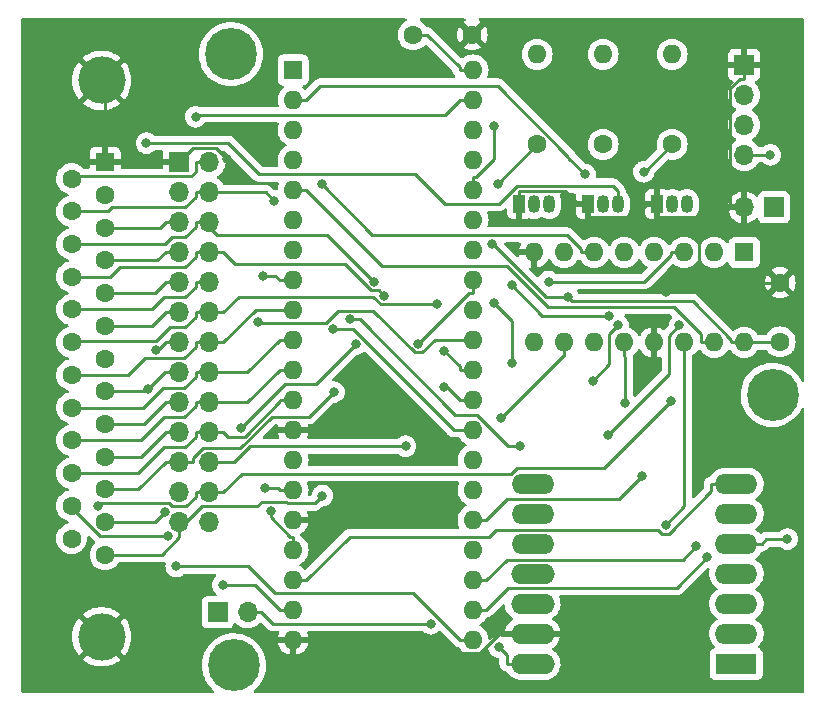
<source format=gtl>
G04 #@! TF.GenerationSoftware,KiCad,Pcbnew,(6.0.5)*
G04 #@! TF.CreationDate,2023-08-20T17:12:42+02:00*
G04 #@! TF.ProjectId,kicad-c128keyb,6b696361-642d-4633-9132-386b6579622e,rev?*
G04 #@! TF.SameCoordinates,Original*
G04 #@! TF.FileFunction,Copper,L1,Top*
G04 #@! TF.FilePolarity,Positive*
%FSLAX46Y46*%
G04 Gerber Fmt 4.6, Leading zero omitted, Abs format (unit mm)*
G04 Created by KiCad (PCBNEW (6.0.5)) date 2023-08-20 17:12:42*
%MOMM*%
%LPD*%
G01*
G04 APERTURE LIST*
G04 #@! TA.AperFunction,ComponentPad*
%ADD10R,1.700000X1.700000*%
G04 #@! TD*
G04 #@! TA.AperFunction,ComponentPad*
%ADD11O,1.700000X1.700000*%
G04 #@! TD*
G04 #@! TA.AperFunction,ComponentPad*
%ADD12R,3.500000X1.700000*%
G04 #@! TD*
G04 #@! TA.AperFunction,ComponentPad*
%ADD13O,3.600000X1.700000*%
G04 #@! TD*
G04 #@! TA.AperFunction,ComponentPad*
%ADD14O,3.700000X1.700000*%
G04 #@! TD*
G04 #@! TA.AperFunction,ComponentPad*
%ADD15C,1.600000*%
G04 #@! TD*
G04 #@! TA.AperFunction,ComponentPad*
%ADD16C,0.700000*%
G04 #@! TD*
G04 #@! TA.AperFunction,ComponentPad*
%ADD17C,4.400000*%
G04 #@! TD*
G04 #@! TA.AperFunction,ComponentPad*
%ADD18O,1.600000X1.600000*%
G04 #@! TD*
G04 #@! TA.AperFunction,ComponentPad*
%ADD19R,1.600000X1.600000*%
G04 #@! TD*
G04 #@! TA.AperFunction,ComponentPad*
%ADD20R,1.050000X1.500000*%
G04 #@! TD*
G04 #@! TA.AperFunction,ComponentPad*
%ADD21O,1.050000X1.500000*%
G04 #@! TD*
G04 #@! TA.AperFunction,ComponentPad*
%ADD22C,4.000000*%
G04 #@! TD*
G04 #@! TA.AperFunction,ViaPad*
%ADD23C,0.800000*%
G04 #@! TD*
G04 #@! TA.AperFunction,Conductor*
%ADD24C,0.250000*%
G04 #@! TD*
G04 APERTURE END LIST*
D10*
X158242000Y-77470000D03*
D11*
X155702000Y-77470000D03*
D12*
X155047500Y-116128000D03*
D13*
X155047500Y-113588000D03*
X155047500Y-111048000D03*
X155047500Y-108508000D03*
X155047500Y-105968000D03*
X155047500Y-103428000D03*
X155047500Y-100888000D03*
X137797500Y-100888000D03*
X137797500Y-103428000D03*
X137797500Y-105968000D03*
D14*
X137797500Y-108508000D03*
X137797500Y-111048000D03*
X137797500Y-113588000D03*
X137797500Y-116128000D03*
D10*
X111120000Y-111760000D03*
D11*
X113660000Y-111760000D03*
D15*
X158750000Y-88860000D03*
X158750000Y-83860000D03*
X127675000Y-62865000D03*
X132675000Y-62865000D03*
D16*
X159281726Y-94511726D03*
X156465000Y-93345000D03*
X156948274Y-94511726D03*
X156948274Y-92178274D03*
X159765000Y-93345000D03*
X159281726Y-92178274D03*
X158115000Y-94995000D03*
X158115000Y-91695000D03*
D17*
X158115000Y-93345000D03*
D15*
X138176000Y-72136000D03*
D18*
X138176000Y-64516000D03*
D19*
X155712000Y-81280000D03*
D18*
X153172000Y-81280000D03*
X150632000Y-81280000D03*
X148092000Y-81280000D03*
X145552000Y-81280000D03*
X143012000Y-81280000D03*
X140472000Y-81280000D03*
X137932000Y-81280000D03*
X137932000Y-88900000D03*
X140472000Y-88900000D03*
X143012000Y-88900000D03*
X145552000Y-88900000D03*
X148092000Y-88900000D03*
X150632000Y-88900000D03*
X153172000Y-88900000D03*
X155712000Y-88900000D03*
D10*
X155702000Y-65405000D03*
D11*
X155702000Y-67945000D03*
X155702000Y-70485000D03*
X155702000Y-73025000D03*
D10*
X107890000Y-73660000D03*
D11*
X107890000Y-76200000D03*
X107890000Y-78740000D03*
X107890000Y-81280000D03*
X107890000Y-83820000D03*
X107890000Y-86360000D03*
X107890000Y-88900000D03*
X107890000Y-91440000D03*
X107890000Y-93980000D03*
X107890000Y-96520000D03*
X107890000Y-99060000D03*
X107890000Y-101600000D03*
X107890000Y-104140000D03*
X110430000Y-73660000D03*
X110430000Y-76200000D03*
X110430000Y-78740000D03*
X110430000Y-81280000D03*
X110430000Y-83820000D03*
X110430000Y-86360000D03*
X110430000Y-88900000D03*
X110430000Y-91440000D03*
X110430000Y-93980000D03*
X110430000Y-96520000D03*
X110430000Y-99060000D03*
X110430000Y-101600000D03*
X110430000Y-104140000D03*
D15*
X149606000Y-72136000D03*
D18*
X149606000Y-64516000D03*
D19*
X117510000Y-65840000D03*
D18*
X117510000Y-68380000D03*
X117510000Y-70920000D03*
X117510000Y-73460000D03*
X117510000Y-76000000D03*
X117510000Y-78540000D03*
X117510000Y-81080000D03*
X117510000Y-83620000D03*
X117510000Y-86160000D03*
X117510000Y-88700000D03*
X117510000Y-91240000D03*
X117510000Y-93780000D03*
X117510000Y-96320000D03*
X117510000Y-98860000D03*
X117510000Y-101400000D03*
X117510000Y-103940000D03*
X117510000Y-106480000D03*
X117510000Y-109020000D03*
X117510000Y-111560000D03*
X117510000Y-114100000D03*
X132750000Y-114100000D03*
X132750000Y-111560000D03*
X132750000Y-109020000D03*
X132750000Y-106480000D03*
X132750000Y-103940000D03*
X132750000Y-101400000D03*
X132750000Y-98860000D03*
X132750000Y-96320000D03*
X132750000Y-93780000D03*
X132750000Y-91240000D03*
X132750000Y-88700000D03*
X132750000Y-86160000D03*
X132750000Y-83620000D03*
X132750000Y-81080000D03*
X132750000Y-78540000D03*
X132750000Y-76000000D03*
X132750000Y-73460000D03*
X132750000Y-70920000D03*
X132750000Y-68380000D03*
X132750000Y-65840000D03*
D20*
X148336000Y-77195000D03*
D21*
X149606000Y-77195000D03*
X150876000Y-77195000D03*
D22*
X101300000Y-113830000D03*
X101300000Y-66730000D03*
D19*
X101600000Y-73660000D03*
D15*
X101600000Y-76430000D03*
X101600000Y-79200000D03*
X101600000Y-81970000D03*
X101600000Y-84740000D03*
X101600000Y-87510000D03*
X101600000Y-90280000D03*
X101600000Y-93050000D03*
X101600000Y-95820000D03*
X101600000Y-98590000D03*
X101600000Y-101360000D03*
X101600000Y-104130000D03*
X101600000Y-106900000D03*
X98760000Y-75045000D03*
X98760000Y-77815000D03*
X98760000Y-80585000D03*
X98760000Y-83355000D03*
X98760000Y-86125000D03*
X98760000Y-88895000D03*
X98760000Y-91665000D03*
X98760000Y-94435000D03*
X98760000Y-97205000D03*
X98760000Y-99975000D03*
X98760000Y-102745000D03*
X98760000Y-105515000D03*
D20*
X136652000Y-77195000D03*
D21*
X137922000Y-77195000D03*
X139192000Y-77195000D03*
D16*
X112500000Y-114600000D03*
X113666726Y-115083274D03*
X114150000Y-116250000D03*
D17*
X112500000Y-116250000D03*
D16*
X113666726Y-117416726D03*
X112500000Y-117900000D03*
X111333274Y-115083274D03*
X111333274Y-117416726D03*
X110850000Y-116250000D03*
D15*
X143764000Y-72136000D03*
D18*
X143764000Y-64516000D03*
D20*
X142494000Y-77195000D03*
D21*
X143764000Y-77195000D03*
X145034000Y-77195000D03*
D16*
X113416726Y-63333274D03*
X111083274Y-65666726D03*
X112250000Y-62850000D03*
X112250000Y-66150000D03*
X110600000Y-64500000D03*
X111083274Y-63333274D03*
X113416726Y-65666726D03*
X113900000Y-64500000D03*
D17*
X112250000Y-64500000D03*
D23*
X157930800Y-73025000D03*
X159371000Y-105562800D03*
X150227800Y-87472700D03*
X144173300Y-96736000D03*
X149048000Y-104371000D03*
X145640500Y-94036600D03*
X136050700Y-84077400D03*
X144292700Y-86642400D03*
X147062300Y-100213000D03*
X139150700Y-83762400D03*
X151663500Y-106186100D03*
X152571300Y-107107400D03*
X119931900Y-75505400D03*
X122297000Y-86961200D03*
X136686600Y-97640400D03*
X142242600Y-74685700D03*
X134848200Y-75463800D03*
X134498800Y-85615100D03*
X136015700Y-90692700D03*
X147204200Y-74465200D03*
X145019700Y-87468500D03*
X142911800Y-92144700D03*
X100967000Y-102725800D03*
X149505100Y-93901200D03*
X127038300Y-97695400D03*
X106923000Y-105291500D03*
X129725900Y-85700000D03*
X114542100Y-87188300D03*
X125230800Y-84973100D03*
X130332700Y-89657700D03*
X124372000Y-83773700D03*
X130332700Y-92704200D03*
X115884600Y-76904900D03*
X120854100Y-87752100D03*
X115000300Y-83257500D03*
X119998800Y-101888900D03*
X128130200Y-89032400D03*
X106667300Y-103271000D03*
X113099600Y-96153400D03*
X122848500Y-89057300D03*
X120973900Y-93119200D03*
X109253100Y-69808200D03*
X115134900Y-101228500D03*
X107612600Y-107877700D03*
X105252400Y-92889900D03*
X105933900Y-89532500D03*
X111539000Y-109456300D03*
X115603200Y-103149500D03*
X129185400Y-112733900D03*
X134505200Y-70568200D03*
X140765800Y-85029400D03*
X134396900Y-80562000D03*
X134909800Y-114692900D03*
X135076500Y-95282400D03*
X105097300Y-72029800D03*
X111883600Y-73411500D03*
X149074200Y-84637700D03*
D24*
X157579600Y-105562800D02*
X157174400Y-105968000D01*
X159371000Y-105562800D02*
X157579600Y-105562800D01*
X154047500Y-105968000D02*
X157174400Y-105968000D01*
X155702000Y-73025000D02*
X157930800Y-73025000D01*
X149362000Y-88338500D02*
X150227800Y-87472700D01*
X149362000Y-91547300D02*
X149362000Y-88338500D01*
X144173300Y-96736000D02*
X149362000Y-91547300D01*
X150632000Y-102787000D02*
X149048000Y-104371000D01*
X150632000Y-88900000D02*
X150632000Y-102787000D01*
X145640500Y-90115400D02*
X145640500Y-94036600D01*
X145552000Y-90026900D02*
X145640500Y-90115400D01*
X145552000Y-88900000D02*
X145552000Y-90026900D01*
X138615700Y-86642400D02*
X144292700Y-86642400D01*
X136050700Y-84077400D02*
X138615700Y-86642400D01*
X132750000Y-103940000D02*
X133876900Y-103940000D01*
X145117300Y-102158000D02*
X147062300Y-100213000D01*
X135658900Y-102158000D02*
X145117300Y-102158000D01*
X133876900Y-103940000D02*
X135658900Y-102158000D01*
X150632000Y-81280000D02*
X149505100Y-81280000D01*
X147256200Y-83762400D02*
X139150700Y-83762400D01*
X149505100Y-81513500D02*
X147256200Y-83762400D01*
X149505100Y-81280000D02*
X149505100Y-81513500D01*
X132750000Y-109020000D02*
X133876900Y-109020000D01*
X150538000Y-107311600D02*
X151663500Y-106186100D01*
X135585300Y-107311600D02*
X150538000Y-107311600D01*
X133876900Y-109020000D02*
X135585300Y-107311600D01*
X132750000Y-111560000D02*
X133876900Y-111560000D01*
X135742100Y-109694800D02*
X133876900Y-111560000D01*
X149983900Y-109694800D02*
X135742100Y-109694800D01*
X152571300Y-107107400D02*
X149983900Y-109694800D01*
X117510000Y-109020000D02*
X118636900Y-109020000D01*
X154047500Y-100888000D02*
X152920600Y-100888000D01*
X152920600Y-101526400D02*
X152920600Y-100888000D01*
X149349100Y-105097900D02*
X152920600Y-101526400D01*
X148747000Y-105097900D02*
X149349100Y-105097900D01*
X148428800Y-104779700D02*
X148747000Y-105097900D01*
X134712400Y-104779700D02*
X148428800Y-104779700D01*
X134139000Y-105353100D02*
X134712400Y-104779700D01*
X122303800Y-105353100D02*
X134139000Y-105353100D01*
X118636900Y-109020000D02*
X122303800Y-105353100D01*
X106023100Y-81970000D02*
X106713100Y-81280000D01*
X101600000Y-81970000D02*
X106023100Y-81970000D01*
X107890000Y-81280000D02*
X106713100Y-81280000D01*
X117510000Y-76000000D02*
X118636900Y-76000000D01*
X153172000Y-88900000D02*
X152045100Y-88900000D01*
X152045100Y-88185500D02*
X152045100Y-88900000D01*
X149760700Y-85901100D02*
X152045100Y-88185500D01*
X139138300Y-85901100D02*
X149760700Y-85901100D01*
X135665700Y-82428500D02*
X139138300Y-85901100D01*
X125065400Y-82428500D02*
X135665700Y-82428500D01*
X118636900Y-76000000D02*
X125065400Y-82428500D01*
X143012000Y-81280000D02*
X141885100Y-81280000D01*
X124236500Y-79810000D02*
X119931900Y-75505400D01*
X140696800Y-79810000D02*
X124236500Y-79810000D01*
X141885100Y-80998300D02*
X140696800Y-79810000D01*
X141885100Y-81280000D02*
X141885100Y-80998300D01*
X135689700Y-97640400D02*
X136686600Y-97640400D01*
X133099300Y-95050000D02*
X135689700Y-97640400D01*
X131250600Y-95050000D02*
X133099300Y-95050000D01*
X123161800Y-86961200D02*
X131250600Y-95050000D01*
X122297000Y-86961200D02*
X123161800Y-86961200D01*
X117510000Y-68380000D02*
X118636900Y-68380000D01*
X140818300Y-73261400D02*
X142242600Y-74685700D01*
X140818200Y-73261400D02*
X140818300Y-73261400D01*
X140818200Y-73173300D02*
X140818200Y-73261400D01*
X134834300Y-67189400D02*
X140818200Y-73173300D01*
X119827500Y-67189400D02*
X134834300Y-67189400D01*
X118636900Y-68380000D02*
X119827500Y-67189400D01*
X136015700Y-87132000D02*
X136015700Y-90692700D01*
X134498800Y-85615100D02*
X136015700Y-87132000D01*
X138176000Y-72136000D02*
X134848200Y-75463800D01*
X147276800Y-74465200D02*
X147204200Y-74465200D01*
X149606000Y-72136000D02*
X147276800Y-74465200D01*
X144288300Y-90768200D02*
X142911800Y-92144700D01*
X144288300Y-88199900D02*
X144288300Y-90768200D01*
X145019700Y-87468500D02*
X144288300Y-88199900D01*
X110430000Y-101600000D02*
X109253100Y-101600000D01*
X110430000Y-101600000D02*
X111606900Y-101600000D01*
X143845200Y-99561100D02*
X149505100Y-93901200D01*
X136488800Y-99561100D02*
X143845200Y-99561100D01*
X136005600Y-100044300D02*
X136488800Y-99561100D01*
X113162600Y-100044300D02*
X136005600Y-100044300D01*
X111606900Y-101600000D02*
X113162600Y-100044300D01*
X101148700Y-102544100D02*
X100967000Y-102725800D01*
X106970000Y-102544100D02*
X101148700Y-102544100D01*
X107223700Y-102797800D02*
X106970000Y-102544100D01*
X108421100Y-102797800D02*
X107223700Y-102797800D01*
X109253100Y-101965800D02*
X108421100Y-102797800D01*
X109253100Y-101600000D02*
X109253100Y-101965800D01*
X110430000Y-99060000D02*
X111606900Y-99060000D01*
X101143500Y-105291500D02*
X106923000Y-105291500D01*
X98760000Y-102908000D02*
X101143500Y-105291500D01*
X98760000Y-102745000D02*
X98760000Y-102908000D01*
X113863800Y-97695400D02*
X127038300Y-97695400D01*
X112499200Y-99060000D02*
X113863800Y-97695400D01*
X111606900Y-99060000D02*
X112499200Y-99060000D01*
X110430000Y-96520000D02*
X111606900Y-96520000D01*
X116383100Y-93897900D02*
X116383100Y-93780000D01*
X113400700Y-96880300D02*
X116383100Y-93897900D01*
X111967200Y-96880300D02*
X113400700Y-96880300D01*
X111606900Y-96520000D02*
X111967200Y-96880300D01*
X117510000Y-93780000D02*
X116383100Y-93780000D01*
X109253100Y-96885800D02*
X109253100Y-96520000D01*
X108348800Y-97790100D02*
X109253100Y-96885800D01*
X106563500Y-97790100D02*
X108348800Y-97790100D01*
X104378600Y-99975000D02*
X106563500Y-97790100D01*
X98760000Y-99975000D02*
X104378600Y-99975000D01*
X110430000Y-96520000D02*
X109253100Y-96520000D01*
X109253100Y-94290800D02*
X109253100Y-93980000D01*
X108293800Y-95250100D02*
X109253100Y-94290800D01*
X106563500Y-95250100D02*
X108293800Y-95250100D01*
X104608600Y-97205000D02*
X106563500Y-95250100D01*
X98760000Y-97205000D02*
X104608600Y-97205000D01*
X113643100Y-93980000D02*
X116383100Y-91240000D01*
X111606900Y-93980000D02*
X113643100Y-93980000D01*
X110430000Y-93980000D02*
X111606900Y-93980000D01*
X117510000Y-91240000D02*
X116383100Y-91240000D01*
X110430000Y-93980000D02*
X109253100Y-93980000D01*
X113643100Y-91440000D02*
X116383100Y-88700000D01*
X110430000Y-91440000D02*
X113643100Y-91440000D01*
X117510000Y-88700000D02*
X116383100Y-88700000D01*
X109253100Y-91805800D02*
X109253100Y-91440000D01*
X108255800Y-92803100D02*
X109253100Y-91805800D01*
X106465200Y-92803100D02*
X108255800Y-92803100D01*
X104833300Y-94435000D02*
X106465200Y-92803100D01*
X98760000Y-94435000D02*
X104833300Y-94435000D01*
X110430000Y-91440000D02*
X109253100Y-91440000D01*
X109253100Y-89265800D02*
X109253100Y-88900000D01*
X108259500Y-90259400D02*
X109253100Y-89265800D01*
X104942100Y-90259400D02*
X108259500Y-90259400D01*
X103536500Y-91665000D02*
X104942100Y-90259400D01*
X98760000Y-91665000D02*
X103536500Y-91665000D01*
X109841600Y-88900000D02*
X109253100Y-88900000D01*
X109841600Y-88900000D02*
X110430000Y-88900000D01*
X114346900Y-86160000D02*
X117510000Y-86160000D01*
X111606900Y-88900000D02*
X114346900Y-86160000D01*
X110430000Y-88900000D02*
X111606900Y-88900000D01*
X110430000Y-86360000D02*
X109253100Y-86360000D01*
X110430000Y-86360000D02*
X111606900Y-86360000D01*
X98849400Y-88805600D02*
X98760000Y-88895000D01*
X105901800Y-88805600D02*
X98849400Y-88805600D01*
X107077400Y-87630000D02*
X105901800Y-88805600D01*
X108348900Y-87630000D02*
X107077400Y-87630000D01*
X109253100Y-86725800D02*
X108348900Y-87630000D01*
X109253100Y-86360000D02*
X109253100Y-86725800D01*
X124929800Y-85700000D02*
X129725900Y-85700000D01*
X124255500Y-85025700D02*
X124929800Y-85700000D01*
X112941200Y-85025700D02*
X124255500Y-85025700D01*
X111606900Y-86360000D02*
X112941200Y-85025700D01*
X132750000Y-88700000D02*
X131623100Y-88700000D01*
X109253100Y-84185800D02*
X109253100Y-83820000D01*
X108348900Y-85090000D02*
X109253100Y-84185800D01*
X106563500Y-85090000D02*
X108348900Y-85090000D01*
X105528500Y-86125000D02*
X106563500Y-85090000D01*
X98760000Y-86125000D02*
X105528500Y-86125000D01*
X110430000Y-83820000D02*
X109253100Y-83820000D01*
X114662700Y-87308900D02*
X114542100Y-87188300D01*
X120269400Y-87308900D02*
X114662700Y-87308900D01*
X121344000Y-86234300D02*
X120269400Y-87308900D01*
X124302000Y-86234300D02*
X121344000Y-86234300D01*
X127828100Y-89760400D02*
X124302000Y-86234300D01*
X128430200Y-89760400D02*
X127828100Y-89760400D01*
X129490600Y-88700000D02*
X128430200Y-89760400D01*
X131623100Y-88700000D02*
X129490600Y-88700000D01*
X131623100Y-90948100D02*
X131623100Y-91240000D01*
X130332700Y-89657700D02*
X131623100Y-90948100D01*
X132750000Y-91240000D02*
X131623100Y-91240000D01*
X110430000Y-81280000D02*
X111606900Y-81280000D01*
X109253100Y-81645800D02*
X109253100Y-81280000D01*
X108348900Y-82550000D02*
X109253100Y-81645800D01*
X102820000Y-82550000D02*
X108348900Y-82550000D01*
X102015000Y-83355000D02*
X102820000Y-82550000D01*
X98760000Y-83355000D02*
X102015000Y-83355000D01*
X110430000Y-81280000D02*
X109253100Y-81280000D01*
X124758300Y-84500600D02*
X125230800Y-84973100D01*
X124071000Y-84500600D02*
X124758300Y-84500600D01*
X121878200Y-82307800D02*
X124071000Y-84500600D01*
X112634700Y-82307800D02*
X121878200Y-82307800D01*
X111606900Y-81280000D02*
X112634700Y-82307800D01*
X109253100Y-79105800D02*
X109253100Y-78740000D01*
X108348900Y-80010000D02*
X109253100Y-79105800D01*
X107259800Y-80010000D02*
X108348900Y-80010000D01*
X106684800Y-80585000D02*
X107259800Y-80010000D01*
X98760000Y-80585000D02*
X106684800Y-80585000D01*
X110430000Y-78740000D02*
X109992700Y-78740000D01*
X109992700Y-78740000D02*
X109253100Y-78740000D01*
X120408300Y-79810000D02*
X124372000Y-83773700D01*
X111062700Y-79810000D02*
X120408300Y-79810000D01*
X109992700Y-78740000D02*
X111062700Y-79810000D01*
X130547300Y-92704200D02*
X131623100Y-93780000D01*
X130332700Y-92704200D02*
X130547300Y-92704200D01*
X132750000Y-93780000D02*
X131623100Y-93780000D01*
X109253100Y-76565800D02*
X109253100Y-76200000D01*
X108348900Y-77470000D02*
X109253100Y-76565800D01*
X102153700Y-77470000D02*
X108348900Y-77470000D01*
X101808700Y-77815000D02*
X102153700Y-77470000D01*
X98760000Y-77815000D02*
X101808700Y-77815000D01*
X109841600Y-76200000D02*
X109253100Y-76200000D01*
X109841600Y-76200000D02*
X110430000Y-76200000D01*
X115179700Y-76200000D02*
X115884600Y-76904900D01*
X110430000Y-76200000D02*
X115179700Y-76200000D01*
X131156400Y-96320000D02*
X132750000Y-96320000D01*
X122588500Y-87752100D02*
X131156400Y-96320000D01*
X120854100Y-87752100D02*
X122588500Y-87752100D01*
X98968100Y-74836900D02*
X98760000Y-75045000D01*
X108885400Y-74836900D02*
X98968100Y-74836900D01*
X109253100Y-74469200D02*
X108885400Y-74836900D01*
X109253100Y-73660000D02*
X109253100Y-74469200D01*
X110430000Y-73660000D02*
X109253100Y-73660000D01*
X116020600Y-83257500D02*
X116383100Y-83620000D01*
X115000300Y-83257500D02*
X116020600Y-83257500D01*
X117510000Y-83620000D02*
X116383100Y-83620000D01*
X106389800Y-106900000D02*
X101600000Y-106900000D01*
X107890000Y-105399800D02*
X106389800Y-106900000D01*
X107890000Y-105316900D02*
X107890000Y-105399800D01*
X107890000Y-104140000D02*
X107890000Y-104728400D01*
X107890000Y-104728400D02*
X107890000Y-105316900D01*
X119360800Y-102526900D02*
X119998800Y-101888900D01*
X117043200Y-102526900D02*
X119360800Y-102526900D01*
X116929000Y-102412700D02*
X117043200Y-102526900D01*
X114871500Y-102412700D02*
X116929000Y-102412700D01*
X114498400Y-102785800D02*
X114871500Y-102412700D01*
X109832600Y-102785800D02*
X114498400Y-102785800D01*
X107890000Y-104728400D02*
X109832600Y-102785800D01*
X132750000Y-83620000D02*
X132750000Y-84746900D01*
X132415700Y-84746900D02*
X128130200Y-89032400D01*
X132750000Y-84746900D02*
X132415700Y-84746900D01*
X105808300Y-104130000D02*
X106667300Y-103271000D01*
X101600000Y-104130000D02*
X105808300Y-104130000D01*
X116798800Y-92454200D02*
X113099600Y-96153400D01*
X119451600Y-92454200D02*
X116798800Y-92454200D01*
X122848500Y-89057300D02*
X119451600Y-92454200D01*
X107890000Y-99060000D02*
X109066900Y-99060000D01*
X104413100Y-101360000D02*
X106713100Y-99060000D01*
X101600000Y-101360000D02*
X104413100Y-101360000D01*
X107890000Y-99060000D02*
X106713100Y-99060000D01*
X118900000Y-95193100D02*
X120973900Y-93119200D01*
X115727000Y-95193100D02*
X118900000Y-95193100D01*
X113037000Y-97883100D02*
X115727000Y-95193100D01*
X109875900Y-97883100D02*
X113037000Y-97883100D01*
X109066900Y-98692100D02*
X109875900Y-97883100D01*
X109066900Y-99060000D02*
X109066900Y-98692100D01*
X107890000Y-96520000D02*
X106713100Y-96520000D01*
X104643100Y-98590000D02*
X101600000Y-98590000D01*
X106713100Y-96520000D02*
X104643100Y-98590000D01*
X132750000Y-68380000D02*
X131623100Y-68380000D01*
X109411300Y-69650000D02*
X109253100Y-69808200D01*
X130353100Y-69650000D02*
X109411300Y-69650000D01*
X131623100Y-68380000D02*
X130353100Y-69650000D01*
X104873100Y-95820000D02*
X106713100Y-93980000D01*
X101600000Y-95820000D02*
X104873100Y-95820000D01*
X107890000Y-93980000D02*
X106713100Y-93980000D01*
X116211600Y-101228500D02*
X116383100Y-101400000D01*
X115134900Y-101228500D02*
X116211600Y-101228500D01*
X117510000Y-101400000D02*
X116383100Y-101400000D01*
X107890000Y-91440000D02*
X106713100Y-91440000D01*
X132750000Y-114100000D02*
X131623100Y-114100000D01*
X113672700Y-107877700D02*
X107612600Y-107877700D01*
X115942700Y-110147700D02*
X113672700Y-107877700D01*
X127670800Y-110147700D02*
X115942700Y-110147700D01*
X131623100Y-114100000D02*
X127670800Y-110147700D01*
X106702300Y-91440000D02*
X105252400Y-92889900D01*
X106713100Y-91440000D02*
X106702300Y-91440000D01*
X105092300Y-93050000D02*
X105252400Y-92889900D01*
X101600000Y-93050000D02*
X105092300Y-93050000D01*
X107890000Y-88900000D02*
X106713100Y-88900000D01*
X106080600Y-89532500D02*
X106713100Y-88900000D01*
X105933900Y-89532500D02*
X106080600Y-89532500D01*
X114279400Y-109456300D02*
X116383100Y-111560000D01*
X111539000Y-109456300D02*
X114279400Y-109456300D01*
X117510000Y-111560000D02*
X116383100Y-111560000D01*
X105563100Y-87510000D02*
X106713100Y-86360000D01*
X101600000Y-87510000D02*
X105563100Y-87510000D01*
X107890000Y-86360000D02*
X106713100Y-86360000D01*
X117510000Y-106480000D02*
X117510000Y-105353100D01*
X117276500Y-105353100D02*
X117510000Y-105353100D01*
X115603200Y-103679800D02*
X117276500Y-105353100D01*
X115603200Y-103149500D02*
X115603200Y-103679800D01*
X105793100Y-84740000D02*
X106713100Y-83820000D01*
X101600000Y-84740000D02*
X105793100Y-84740000D01*
X107890000Y-83820000D02*
X106713100Y-83820000D01*
X132750000Y-65840000D02*
X131623100Y-65840000D01*
X158710000Y-88900000D02*
X158750000Y-88860000D01*
X155712000Y-88900000D02*
X158710000Y-88900000D01*
X128864800Y-62865000D02*
X127675000Y-62865000D01*
X131623100Y-65623300D02*
X128864800Y-62865000D01*
X131623100Y-65840000D02*
X131623100Y-65623300D01*
X113660000Y-111760000D02*
X114836900Y-111760000D01*
X132983500Y-74873100D02*
X132750000Y-74873100D01*
X134505200Y-73351400D02*
X132983500Y-74873100D01*
X134505200Y-70568200D02*
X134505200Y-73351400D01*
X132750000Y-76000000D02*
X132750000Y-74873100D01*
X155712000Y-88900000D02*
X154585100Y-88900000D01*
X115810800Y-112733900D02*
X129185400Y-112733900D01*
X114836900Y-111760000D02*
X115810800Y-112733900D01*
X141170100Y-85433700D02*
X140765800Y-85029400D01*
X151352300Y-85433700D02*
X141170100Y-85433700D01*
X154585100Y-88666500D02*
X151352300Y-85433700D01*
X154585100Y-88900000D02*
X154585100Y-88666500D01*
X135620600Y-115403700D02*
X135620600Y-116128000D01*
X134909800Y-114692900D02*
X135620600Y-115403700D01*
X138797500Y-116128000D02*
X135620600Y-116128000D01*
X134447100Y-80562000D02*
X134396900Y-80562000D01*
X138914500Y-85029400D02*
X134447100Y-80562000D01*
X140765800Y-85029400D02*
X138914500Y-85029400D01*
X140332000Y-90026900D02*
X135076500Y-95282400D01*
X140472000Y-90026900D02*
X140332000Y-90026900D01*
X140472000Y-88900000D02*
X140472000Y-90026900D01*
X145034000Y-77195000D02*
X145034000Y-76118100D01*
X106253100Y-79200000D02*
X106713100Y-78740000D01*
X101600000Y-79200000D02*
X106253100Y-79200000D01*
X107890000Y-78740000D02*
X106713100Y-78740000D01*
X144582100Y-75666200D02*
X145034000Y-76118100D01*
X136434900Y-75666200D02*
X144582100Y-75666200D01*
X134927600Y-77173500D02*
X136434900Y-75666200D01*
X130336800Y-77173500D02*
X134927600Y-77173500D01*
X127830200Y-74666900D02*
X130336800Y-77173500D01*
X114626100Y-74666900D02*
X127830200Y-74666900D01*
X111989000Y-72029800D02*
X114626100Y-74666900D01*
X105097300Y-72029800D02*
X111989000Y-72029800D01*
X140565200Y-76118100D02*
X136652000Y-76118100D01*
X141642100Y-77195000D02*
X140565200Y-76118100D01*
X142494000Y-77195000D02*
X141642100Y-77195000D01*
X136652000Y-77195000D02*
X136652000Y-76118100D01*
X142494000Y-77195000D02*
X142494000Y-78271900D01*
X138797500Y-113588000D02*
X135620600Y-113588000D01*
X117510000Y-114100000D02*
X118636900Y-114100000D01*
X146407200Y-78271900D02*
X142494000Y-78271900D01*
X147484100Y-77195000D02*
X146407200Y-78271900D01*
X101600000Y-67030000D02*
X101300000Y-66730000D01*
X101600000Y-73660000D02*
X101600000Y-67030000D01*
X101600000Y-73660000D02*
X102726900Y-73660000D01*
X109068300Y-72481700D02*
X107890000Y-73660000D01*
X110953800Y-72481700D02*
X109068300Y-72481700D01*
X111883600Y-73411500D02*
X110953800Y-72481700D01*
X107890000Y-73660000D02*
X102726900Y-73660000D01*
X147910100Y-77195000D02*
X147974600Y-77195000D01*
X147910100Y-77195000D02*
X147484100Y-77195000D01*
X148155300Y-77195000D02*
X147974600Y-77195000D01*
X119775000Y-115238100D02*
X118636900Y-114100000D01*
X133336700Y-115238100D02*
X119775000Y-115238100D01*
X134986800Y-113588000D02*
X133336700Y-115238100D01*
X135620600Y-113588000D02*
X134986800Y-113588000D01*
X148336000Y-77195000D02*
X148155300Y-77195000D01*
X155702000Y-77470000D02*
X154525100Y-77470000D01*
X148336000Y-77195000D02*
X148336000Y-78271900D01*
X154525100Y-67390900D02*
X154525100Y-77470000D01*
X155334100Y-66581900D02*
X154525100Y-67390900D01*
X155702000Y-66581900D02*
X155334100Y-66581900D01*
X155702000Y-65405000D02*
X155702000Y-66581900D01*
X158750000Y-83860000D02*
X151902000Y-83860000D01*
X149851900Y-83860000D02*
X149074200Y-84637700D01*
X151902000Y-83860000D02*
X149851900Y-83860000D01*
X151902000Y-83860000D02*
X151902000Y-78271900D01*
X148336000Y-78271900D02*
X151902000Y-78271900D01*
X153723200Y-78271900D02*
X154525100Y-77470000D01*
X151902000Y-78271900D02*
X153723200Y-78271900D01*
G04 #@! TA.AperFunction,Conductor*
G36*
X127073400Y-61488502D02*
G01*
X127119893Y-61542158D01*
X127129997Y-61612432D01*
X127100503Y-61677012D01*
X127058529Y-61708695D01*
X127023238Y-61725151D01*
X127023233Y-61725154D01*
X127018251Y-61727477D01*
X126961080Y-61767509D01*
X126835211Y-61855643D01*
X126835208Y-61855645D01*
X126830700Y-61858802D01*
X126668802Y-62020700D01*
X126665645Y-62025208D01*
X126665643Y-62025211D01*
X126621131Y-62088781D01*
X126537477Y-62208251D01*
X126535154Y-62213233D01*
X126535151Y-62213238D01*
X126454409Y-62386392D01*
X126440716Y-62415757D01*
X126439294Y-62421065D01*
X126439293Y-62421067D01*
X126418019Y-62500461D01*
X126381457Y-62636913D01*
X126361502Y-62865000D01*
X126381457Y-63093087D01*
X126382881Y-63098400D01*
X126382881Y-63098402D01*
X126420025Y-63237022D01*
X126440716Y-63314243D01*
X126443039Y-63319224D01*
X126443039Y-63319225D01*
X126535151Y-63516762D01*
X126535154Y-63516767D01*
X126537477Y-63521749D01*
X126576312Y-63577211D01*
X126661149Y-63698370D01*
X126668802Y-63709300D01*
X126830700Y-63871198D01*
X126835208Y-63874355D01*
X126835211Y-63874357D01*
X126913389Y-63929098D01*
X127018251Y-64002523D01*
X127023233Y-64004846D01*
X127023238Y-64004849D01*
X127219765Y-64096490D01*
X127225757Y-64099284D01*
X127231065Y-64100706D01*
X127231067Y-64100707D01*
X127441598Y-64157119D01*
X127441600Y-64157119D01*
X127446913Y-64158543D01*
X127675000Y-64178498D01*
X127903087Y-64158543D01*
X127908400Y-64157119D01*
X127908402Y-64157119D01*
X128118933Y-64100707D01*
X128118935Y-64100706D01*
X128124243Y-64099284D01*
X128130235Y-64096490D01*
X128326762Y-64004849D01*
X128326767Y-64004846D01*
X128331749Y-64002523D01*
X128436611Y-63929098D01*
X128514789Y-63874357D01*
X128514792Y-63874355D01*
X128519300Y-63871198D01*
X128658102Y-63732396D01*
X128720414Y-63698370D01*
X128791229Y-63703435D01*
X128836292Y-63732396D01*
X130957665Y-65853769D01*
X130991691Y-65916081D01*
X130994321Y-65934951D01*
X130995875Y-65959650D01*
X130998325Y-65967191D01*
X130998421Y-65967487D01*
X131003594Y-65990631D01*
X131003632Y-65990935D01*
X131003633Y-65990940D01*
X131004626Y-65998797D01*
X131007542Y-66006162D01*
X131007543Y-66006166D01*
X131025299Y-66051011D01*
X131027971Y-66058430D01*
X131045336Y-66111875D01*
X131049586Y-66118571D01*
X131049586Y-66118572D01*
X131049750Y-66118831D01*
X131060515Y-66139958D01*
X131060629Y-66140246D01*
X131060632Y-66140251D01*
X131063548Y-66147617D01*
X131068204Y-66154025D01*
X131068207Y-66154031D01*
X131096558Y-66193052D01*
X131101001Y-66199589D01*
X131131100Y-66247018D01*
X131136878Y-66252444D01*
X131136879Y-66252445D01*
X131137107Y-66252659D01*
X131152788Y-66270446D01*
X131157628Y-66277107D01*
X131163737Y-66282161D01*
X131163738Y-66282162D01*
X131200896Y-66312903D01*
X131206828Y-66318132D01*
X131217503Y-66328156D01*
X131228037Y-66338047D01*
X131264004Y-66399258D01*
X131261169Y-66470198D01*
X131220431Y-66528343D01*
X131154724Y-66555234D01*
X131141787Y-66555900D01*
X119906268Y-66555900D01*
X119895085Y-66555373D01*
X119887592Y-66553698D01*
X119879666Y-66553947D01*
X119879665Y-66553947D01*
X119819502Y-66555838D01*
X119815544Y-66555900D01*
X119787644Y-66555900D01*
X119783654Y-66556404D01*
X119771820Y-66557336D01*
X119727611Y-66558726D01*
X119719995Y-66560939D01*
X119719993Y-66560939D01*
X119708152Y-66564379D01*
X119688793Y-66568388D01*
X119687483Y-66568554D01*
X119668703Y-66570926D01*
X119661337Y-66573842D01*
X119661331Y-66573844D01*
X119627598Y-66587200D01*
X119616368Y-66591045D01*
X119600328Y-66595705D01*
X119573907Y-66603381D01*
X119567084Y-66607416D01*
X119556466Y-66613695D01*
X119538713Y-66622392D01*
X119536458Y-66623285D01*
X119519883Y-66629848D01*
X119506205Y-66639786D01*
X119484112Y-66655837D01*
X119474195Y-66662351D01*
X119436138Y-66684858D01*
X119421817Y-66699179D01*
X119406784Y-66712019D01*
X119390393Y-66723928D01*
X119385343Y-66730032D01*
X119385338Y-66730037D01*
X119362207Y-66757998D01*
X119354217Y-66766779D01*
X118639841Y-67481154D01*
X118577529Y-67515179D01*
X118506713Y-67510114D01*
X118461651Y-67481153D01*
X118354300Y-67373802D01*
X118349789Y-67370643D01*
X118345576Y-67367108D01*
X118346527Y-67365974D01*
X118306529Y-67315929D01*
X118299224Y-67245310D01*
X118331258Y-67181951D01*
X118392462Y-67145970D01*
X118409517Y-67142918D01*
X118420316Y-67141745D01*
X118556705Y-67090615D01*
X118673261Y-67003261D01*
X118760615Y-66886705D01*
X118811745Y-66750316D01*
X118818500Y-66688134D01*
X118818500Y-64991866D01*
X118811745Y-64929684D01*
X118760615Y-64793295D01*
X118673261Y-64676739D01*
X118556705Y-64589385D01*
X118420316Y-64538255D01*
X118358134Y-64531500D01*
X116661866Y-64531500D01*
X116599684Y-64538255D01*
X116463295Y-64589385D01*
X116346739Y-64676739D01*
X116259385Y-64793295D01*
X116208255Y-64929684D01*
X116201500Y-64991866D01*
X116201500Y-66688134D01*
X116208255Y-66750316D01*
X116259385Y-66886705D01*
X116346739Y-67003261D01*
X116463295Y-67090615D01*
X116599684Y-67141745D01*
X116610474Y-67142917D01*
X116612606Y-67143803D01*
X116615222Y-67144425D01*
X116615121Y-67144848D01*
X116676035Y-67170155D01*
X116716463Y-67228517D01*
X116718922Y-67299471D01*
X116682629Y-67360490D01*
X116673969Y-67367489D01*
X116670207Y-67370646D01*
X116665700Y-67373802D01*
X116503802Y-67535700D01*
X116372477Y-67723251D01*
X116370154Y-67728233D01*
X116370151Y-67728238D01*
X116284605Y-67911695D01*
X116275716Y-67930757D01*
X116274294Y-67936065D01*
X116274293Y-67936067D01*
X116217881Y-68146598D01*
X116216457Y-68151913D01*
X116196502Y-68380000D01*
X116216457Y-68608087D01*
X116217881Y-68613400D01*
X116217881Y-68613402D01*
X116269710Y-68806827D01*
X116275716Y-68829243D01*
X116278039Y-68834225D01*
X116278041Y-68834230D01*
X116279448Y-68837247D01*
X116279669Y-68838704D01*
X116279922Y-68839398D01*
X116279782Y-68839449D01*
X116290111Y-68907438D01*
X116261133Y-68972252D01*
X116201715Y-69011110D01*
X116165255Y-69016500D01*
X109735328Y-69016500D01*
X109684080Y-69005607D01*
X109541423Y-68942092D01*
X109541415Y-68942089D01*
X109535388Y-68939406D01*
X109439094Y-68918938D01*
X109355044Y-68901072D01*
X109355039Y-68901072D01*
X109348587Y-68899700D01*
X109157613Y-68899700D01*
X109151161Y-68901072D01*
X109151156Y-68901072D01*
X109067106Y-68918938D01*
X108970812Y-68939406D01*
X108964782Y-68942091D01*
X108964781Y-68942091D01*
X108802378Y-69014397D01*
X108802376Y-69014398D01*
X108796348Y-69017082D01*
X108641847Y-69129334D01*
X108637426Y-69134244D01*
X108637425Y-69134245D01*
X108533303Y-69249885D01*
X108514060Y-69271256D01*
X108418573Y-69436644D01*
X108359558Y-69618272D01*
X108358868Y-69624833D01*
X108358868Y-69624835D01*
X108350748Y-69702091D01*
X108339596Y-69808200D01*
X108340286Y-69814765D01*
X108348640Y-69894245D01*
X108359558Y-69998128D01*
X108418573Y-70179756D01*
X108514060Y-70345144D01*
X108518478Y-70350051D01*
X108518479Y-70350052D01*
X108627162Y-70470757D01*
X108641847Y-70487066D01*
X108796348Y-70599318D01*
X108802376Y-70602002D01*
X108802378Y-70602003D01*
X108964781Y-70674309D01*
X108970812Y-70676994D01*
X109064212Y-70696847D01*
X109151156Y-70715328D01*
X109151161Y-70715328D01*
X109157613Y-70716700D01*
X109348587Y-70716700D01*
X109355039Y-70715328D01*
X109355044Y-70715328D01*
X109441988Y-70696847D01*
X109535388Y-70676994D01*
X109541419Y-70674309D01*
X109703822Y-70602003D01*
X109703824Y-70602002D01*
X109709852Y-70599318D01*
X109864353Y-70487066D01*
X109883524Y-70465775D01*
X109967964Y-70371994D01*
X109992140Y-70345144D01*
X109995444Y-70339422D01*
X109998339Y-70335437D01*
X110054562Y-70292084D01*
X110100274Y-70283500D01*
X116165255Y-70283500D01*
X116233376Y-70303502D01*
X116279869Y-70357158D01*
X116289973Y-70427432D01*
X116279448Y-70462753D01*
X116275716Y-70470757D01*
X116274294Y-70476065D01*
X116274293Y-70476067D01*
X116217881Y-70686598D01*
X116216457Y-70691913D01*
X116196502Y-70920000D01*
X116216457Y-71148087D01*
X116217881Y-71153400D01*
X116217881Y-71153402D01*
X116269770Y-71347051D01*
X116275716Y-71369243D01*
X116278039Y-71374224D01*
X116278039Y-71374225D01*
X116370151Y-71571762D01*
X116370154Y-71571767D01*
X116372477Y-71576749D01*
X116429541Y-71658244D01*
X116496712Y-71754174D01*
X116503802Y-71764300D01*
X116665700Y-71926198D01*
X116670208Y-71929355D01*
X116670211Y-71929357D01*
X116691122Y-71943999D01*
X116853251Y-72057523D01*
X116858233Y-72059846D01*
X116858238Y-72059849D01*
X116892457Y-72075805D01*
X116945742Y-72122722D01*
X116965203Y-72190999D01*
X116944661Y-72258959D01*
X116892457Y-72304195D01*
X116858238Y-72320151D01*
X116858233Y-72320154D01*
X116853251Y-72322477D01*
X116785216Y-72370116D01*
X116670211Y-72450643D01*
X116670208Y-72450645D01*
X116665700Y-72453802D01*
X116503802Y-72615700D01*
X116500645Y-72620208D01*
X116500643Y-72620211D01*
X116477373Y-72653444D01*
X116372477Y-72803251D01*
X116370154Y-72808233D01*
X116370151Y-72808238D01*
X116318173Y-72919707D01*
X116275716Y-73010757D01*
X116274294Y-73016065D01*
X116274293Y-73016067D01*
X116219461Y-73220702D01*
X116216457Y-73231913D01*
X116196502Y-73460000D01*
X116216457Y-73688087D01*
X116217881Y-73693400D01*
X116217881Y-73693402D01*
X116266484Y-73874789D01*
X116264794Y-73945765D01*
X116225000Y-74004561D01*
X116159736Y-74032509D01*
X116144777Y-74033400D01*
X114940694Y-74033400D01*
X114872573Y-74013398D01*
X114851599Y-73996495D01*
X113685017Y-72829912D01*
X112492652Y-71637547D01*
X112485112Y-71629261D01*
X112481000Y-71622782D01*
X112431348Y-71576156D01*
X112428507Y-71573402D01*
X112408770Y-71553665D01*
X112405573Y-71551185D01*
X112396551Y-71543480D01*
X112364321Y-71513214D01*
X112357375Y-71509395D01*
X112357372Y-71509393D01*
X112346566Y-71503452D01*
X112330047Y-71492601D01*
X112324048Y-71487948D01*
X112314041Y-71480186D01*
X112306772Y-71477041D01*
X112306768Y-71477038D01*
X112273463Y-71462626D01*
X112262813Y-71457409D01*
X112224060Y-71436105D01*
X112204437Y-71431067D01*
X112185734Y-71424663D01*
X112174420Y-71419767D01*
X112174419Y-71419767D01*
X112167145Y-71416619D01*
X112159322Y-71415380D01*
X112159312Y-71415377D01*
X112123476Y-71409701D01*
X112111856Y-71407295D01*
X112076711Y-71398272D01*
X112076710Y-71398272D01*
X112069030Y-71396300D01*
X112048776Y-71396300D01*
X112029065Y-71394749D01*
X112016886Y-71392820D01*
X112009057Y-71391580D01*
X112001165Y-71392326D01*
X111965039Y-71395741D01*
X111953181Y-71396300D01*
X105805500Y-71396300D01*
X105737379Y-71376298D01*
X105718153Y-71359957D01*
X105717880Y-71360260D01*
X105712968Y-71355837D01*
X105708553Y-71350934D01*
X105554052Y-71238682D01*
X105548024Y-71235998D01*
X105548022Y-71235997D01*
X105385619Y-71163691D01*
X105385618Y-71163691D01*
X105379588Y-71161006D01*
X105286188Y-71141153D01*
X105199244Y-71122672D01*
X105199239Y-71122672D01*
X105192787Y-71121300D01*
X105001813Y-71121300D01*
X104995361Y-71122672D01*
X104995356Y-71122672D01*
X104908412Y-71141153D01*
X104815012Y-71161006D01*
X104808982Y-71163691D01*
X104808981Y-71163691D01*
X104646578Y-71235997D01*
X104646576Y-71235998D01*
X104640548Y-71238682D01*
X104486047Y-71350934D01*
X104481626Y-71355844D01*
X104481625Y-71355845D01*
X104366020Y-71484238D01*
X104358260Y-71492856D01*
X104262773Y-71658244D01*
X104203758Y-71839872D01*
X104203068Y-71846433D01*
X104203068Y-71846435D01*
X104198195Y-71892800D01*
X104183796Y-72029800D01*
X104184486Y-72036365D01*
X104200529Y-72189001D01*
X104203758Y-72219728D01*
X104262773Y-72401356D01*
X104266076Y-72407078D01*
X104266077Y-72407079D01*
X104277891Y-72427541D01*
X104358260Y-72566744D01*
X104362678Y-72571651D01*
X104362679Y-72571652D01*
X104379402Y-72590225D01*
X104486047Y-72708666D01*
X104553465Y-72757648D01*
X104623096Y-72808238D01*
X104640548Y-72820918D01*
X104646576Y-72823602D01*
X104646578Y-72823603D01*
X104808981Y-72895909D01*
X104815012Y-72898594D01*
X104908413Y-72918447D01*
X104995356Y-72936928D01*
X104995361Y-72936928D01*
X105001813Y-72938300D01*
X105192787Y-72938300D01*
X105199239Y-72936928D01*
X105199244Y-72936928D01*
X105286187Y-72918447D01*
X105379588Y-72898594D01*
X105385619Y-72895909D01*
X105548022Y-72823603D01*
X105548024Y-72823602D01*
X105554052Y-72820918D01*
X105571505Y-72808238D01*
X105690890Y-72721499D01*
X105708553Y-72708666D01*
X105712968Y-72703763D01*
X105717880Y-72699340D01*
X105719005Y-72700589D01*
X105772314Y-72667749D01*
X105805500Y-72663300D01*
X106406000Y-72663300D01*
X106474121Y-72683302D01*
X106520614Y-72736958D01*
X106532000Y-72789300D01*
X106532000Y-73387885D01*
X106536475Y-73403124D01*
X106537865Y-73404329D01*
X106545548Y-73406000D01*
X108018000Y-73406000D01*
X108086121Y-73426002D01*
X108132614Y-73479658D01*
X108144000Y-73532000D01*
X108144000Y-73788000D01*
X108123998Y-73856121D01*
X108070342Y-73902614D01*
X108018000Y-73914000D01*
X106550116Y-73914000D01*
X106534877Y-73918475D01*
X106533672Y-73919865D01*
X106532001Y-73927548D01*
X106532001Y-74077400D01*
X106511999Y-74145521D01*
X106458343Y-74192014D01*
X106406001Y-74203400D01*
X103034000Y-74203400D01*
X102965879Y-74183398D01*
X102919386Y-74129742D01*
X102908000Y-74077400D01*
X102908000Y-73932115D01*
X102903525Y-73916876D01*
X102902135Y-73915671D01*
X102894452Y-73914000D01*
X100310116Y-73914000D01*
X100294877Y-73918475D01*
X100293672Y-73919865D01*
X100292001Y-73927548D01*
X100292001Y-74077400D01*
X100271999Y-74145521D01*
X100218343Y-74192014D01*
X100166001Y-74203400D01*
X99821088Y-74203400D01*
X99752967Y-74183398D01*
X99731993Y-74166495D01*
X99604300Y-74038802D01*
X99599792Y-74035645D01*
X99599789Y-74035643D01*
X99474720Y-73948069D01*
X99416749Y-73907477D01*
X99411767Y-73905154D01*
X99411762Y-73905151D01*
X99214225Y-73813039D01*
X99214224Y-73813039D01*
X99209243Y-73810716D01*
X99203935Y-73809294D01*
X99203933Y-73809293D01*
X98993402Y-73752881D01*
X98993400Y-73752881D01*
X98988087Y-73751457D01*
X98760000Y-73731502D01*
X98531913Y-73751457D01*
X98526600Y-73752881D01*
X98526598Y-73752881D01*
X98316067Y-73809293D01*
X98316065Y-73809294D01*
X98310757Y-73810716D01*
X98305776Y-73813039D01*
X98305775Y-73813039D01*
X98108238Y-73905151D01*
X98108233Y-73905154D01*
X98103251Y-73907477D01*
X98045280Y-73948069D01*
X97920211Y-74035643D01*
X97920208Y-74035645D01*
X97915700Y-74038802D01*
X97753802Y-74200700D01*
X97750645Y-74205208D01*
X97750643Y-74205211D01*
X97716244Y-74254338D01*
X97622477Y-74388251D01*
X97620154Y-74393233D01*
X97620151Y-74393238D01*
X97539825Y-74565500D01*
X97525716Y-74595757D01*
X97524294Y-74601065D01*
X97524293Y-74601067D01*
X97496666Y-74704171D01*
X97466457Y-74816913D01*
X97446502Y-75045000D01*
X97466457Y-75273087D01*
X97467881Y-75278400D01*
X97467881Y-75278402D01*
X97522959Y-75483952D01*
X97525716Y-75494243D01*
X97528039Y-75499224D01*
X97528039Y-75499225D01*
X97620151Y-75696762D01*
X97620154Y-75696767D01*
X97622477Y-75701749D01*
X97673567Y-75774713D01*
X97741770Y-75872116D01*
X97753802Y-75889300D01*
X97915700Y-76051198D01*
X97920208Y-76054355D01*
X97920211Y-76054357D01*
X97997024Y-76108142D01*
X98103251Y-76182523D01*
X98108233Y-76184846D01*
X98108238Y-76184849D01*
X98277806Y-76263919D01*
X98310757Y-76279284D01*
X98316065Y-76280706D01*
X98316067Y-76280707D01*
X98419019Y-76308293D01*
X98479642Y-76345245D01*
X98510663Y-76409106D01*
X98502235Y-76479600D01*
X98457032Y-76534347D01*
X98419019Y-76551707D01*
X98316067Y-76579293D01*
X98316065Y-76579294D01*
X98310757Y-76580716D01*
X98305776Y-76583039D01*
X98305775Y-76583039D01*
X98108238Y-76675151D01*
X98108233Y-76675154D01*
X98103251Y-76677477D01*
X98081699Y-76692568D01*
X97920211Y-76805643D01*
X97920208Y-76805645D01*
X97915700Y-76808802D01*
X97753802Y-76970700D01*
X97750645Y-76975208D01*
X97750643Y-76975211D01*
X97730156Y-77004470D01*
X97622477Y-77158251D01*
X97620154Y-77163233D01*
X97620151Y-77163238D01*
X97570368Y-77270000D01*
X97525716Y-77365757D01*
X97524294Y-77371065D01*
X97524293Y-77371067D01*
X97467881Y-77581598D01*
X97466457Y-77586913D01*
X97446502Y-77815000D01*
X97466457Y-78043087D01*
X97467881Y-78048400D01*
X97467881Y-78048402D01*
X97523721Y-78256796D01*
X97525716Y-78264243D01*
X97528039Y-78269224D01*
X97528039Y-78269225D01*
X97620151Y-78466762D01*
X97620154Y-78466767D01*
X97622477Y-78471749D01*
X97753802Y-78659300D01*
X97915700Y-78821198D01*
X97920208Y-78824355D01*
X97920211Y-78824357D01*
X97925601Y-78828131D01*
X98103251Y-78952523D01*
X98108233Y-78954846D01*
X98108238Y-78954849D01*
X98256254Y-79023869D01*
X98310757Y-79049284D01*
X98316065Y-79050706D01*
X98316067Y-79050707D01*
X98419019Y-79078293D01*
X98479642Y-79115245D01*
X98510663Y-79179106D01*
X98502235Y-79249600D01*
X98457032Y-79304347D01*
X98419019Y-79321707D01*
X98316067Y-79349293D01*
X98316065Y-79349294D01*
X98310757Y-79350716D01*
X98305776Y-79353039D01*
X98305775Y-79353039D01*
X98108238Y-79445151D01*
X98108233Y-79445154D01*
X98103251Y-79447477D01*
X97998389Y-79520902D01*
X97920211Y-79575643D01*
X97920208Y-79575645D01*
X97915700Y-79578802D01*
X97753802Y-79740700D01*
X97750645Y-79745208D01*
X97750643Y-79745211D01*
X97700647Y-79816613D01*
X97622477Y-79928251D01*
X97620154Y-79933233D01*
X97620151Y-79933238D01*
X97566619Y-80048039D01*
X97525716Y-80135757D01*
X97524294Y-80141065D01*
X97524293Y-80141067D01*
X97496488Y-80244835D01*
X97466457Y-80356913D01*
X97446502Y-80585000D01*
X97466457Y-80813087D01*
X97467881Y-80818400D01*
X97467881Y-80818402D01*
X97472661Y-80836239D01*
X97525716Y-81034243D01*
X97528039Y-81039224D01*
X97528039Y-81039225D01*
X97620151Y-81236762D01*
X97620154Y-81236767D01*
X97622477Y-81241749D01*
X97753802Y-81429300D01*
X97915700Y-81591198D01*
X97920208Y-81594355D01*
X97920211Y-81594357D01*
X97981676Y-81637395D01*
X98103251Y-81722523D01*
X98108233Y-81724846D01*
X98108238Y-81724849D01*
X98257991Y-81794679D01*
X98310757Y-81819284D01*
X98316065Y-81820706D01*
X98316067Y-81820707D01*
X98419019Y-81848293D01*
X98479642Y-81885245D01*
X98510663Y-81949106D01*
X98502235Y-82019600D01*
X98457032Y-82074347D01*
X98419019Y-82091707D01*
X98316067Y-82119293D01*
X98316065Y-82119294D01*
X98310757Y-82120716D01*
X98305776Y-82123039D01*
X98305775Y-82123039D01*
X98108238Y-82215151D01*
X98108233Y-82215154D01*
X98103251Y-82217477D01*
X98041454Y-82260748D01*
X97920211Y-82345643D01*
X97920208Y-82345645D01*
X97915700Y-82348802D01*
X97753802Y-82510700D01*
X97750645Y-82515208D01*
X97750643Y-82515211D01*
X97718541Y-82561058D01*
X97622477Y-82698251D01*
X97620154Y-82703233D01*
X97620151Y-82703238D01*
X97544628Y-82865200D01*
X97525716Y-82905757D01*
X97524294Y-82911065D01*
X97524293Y-82911067D01*
X97473962Y-83098905D01*
X97466457Y-83126913D01*
X97446502Y-83355000D01*
X97466457Y-83583087D01*
X97467881Y-83588400D01*
X97467881Y-83588402D01*
X97518605Y-83777703D01*
X97525716Y-83804243D01*
X97528039Y-83809224D01*
X97528039Y-83809225D01*
X97620151Y-84006762D01*
X97620154Y-84006767D01*
X97622477Y-84011749D01*
X97673043Y-84083965D01*
X97746749Y-84189227D01*
X97753802Y-84199300D01*
X97915700Y-84361198D01*
X97920208Y-84364355D01*
X97920211Y-84364357D01*
X97985602Y-84410144D01*
X98103251Y-84492523D01*
X98108233Y-84494846D01*
X98108238Y-84494849D01*
X98293901Y-84581424D01*
X98310757Y-84589284D01*
X98316065Y-84590706D01*
X98316067Y-84590707D01*
X98419019Y-84618293D01*
X98479642Y-84655245D01*
X98510663Y-84719106D01*
X98502235Y-84789600D01*
X98457032Y-84844347D01*
X98419019Y-84861707D01*
X98316067Y-84889293D01*
X98316065Y-84889294D01*
X98310757Y-84890716D01*
X98305776Y-84893039D01*
X98305775Y-84893039D01*
X98108238Y-84985151D01*
X98108233Y-84985154D01*
X98103251Y-84987477D01*
X98047261Y-85026682D01*
X97920211Y-85115643D01*
X97920208Y-85115645D01*
X97915700Y-85118802D01*
X97753802Y-85280700D01*
X97750645Y-85285208D01*
X97750643Y-85285211D01*
X97699713Y-85357947D01*
X97622477Y-85468251D01*
X97620154Y-85473233D01*
X97620151Y-85473238D01*
X97533242Y-85659618D01*
X97525716Y-85675757D01*
X97524294Y-85681065D01*
X97524293Y-85681067D01*
X97472517Y-85874296D01*
X97466457Y-85896913D01*
X97446502Y-86125000D01*
X97466457Y-86353087D01*
X97467881Y-86358400D01*
X97467881Y-86358402D01*
X97518844Y-86548595D01*
X97525716Y-86574243D01*
X97528039Y-86579224D01*
X97528039Y-86579225D01*
X97620151Y-86776762D01*
X97620154Y-86776767D01*
X97622477Y-86781749D01*
X97682731Y-86867800D01*
X97748828Y-86962196D01*
X97753802Y-86969300D01*
X97915700Y-87131198D01*
X97920208Y-87134355D01*
X97920211Y-87134357D01*
X97976143Y-87173521D01*
X98103251Y-87262523D01*
X98108233Y-87264846D01*
X98108238Y-87264849D01*
X98237545Y-87325145D01*
X98310757Y-87359284D01*
X98316065Y-87360706D01*
X98316067Y-87360707D01*
X98419019Y-87388293D01*
X98479642Y-87425245D01*
X98510663Y-87489106D01*
X98502235Y-87559600D01*
X98457032Y-87614347D01*
X98419019Y-87631707D01*
X98316067Y-87659293D01*
X98316065Y-87659294D01*
X98310757Y-87660716D01*
X98305776Y-87663039D01*
X98305775Y-87663039D01*
X98108238Y-87755151D01*
X98108233Y-87755154D01*
X98103251Y-87757477D01*
X98029816Y-87808897D01*
X97920211Y-87885643D01*
X97920208Y-87885645D01*
X97915700Y-87888802D01*
X97753802Y-88050700D01*
X97750645Y-88055208D01*
X97750643Y-88055211D01*
X97702547Y-88123900D01*
X97622477Y-88238251D01*
X97620154Y-88243233D01*
X97620151Y-88243238D01*
X97536962Y-88421640D01*
X97525716Y-88445757D01*
X97524294Y-88451065D01*
X97524293Y-88451067D01*
X97467881Y-88661598D01*
X97466457Y-88666913D01*
X97446502Y-88895000D01*
X97466457Y-89123087D01*
X97467881Y-89128400D01*
X97467881Y-89128402D01*
X97517673Y-89314225D01*
X97525716Y-89344243D01*
X97528039Y-89349224D01*
X97528039Y-89349225D01*
X97620151Y-89546762D01*
X97620154Y-89546767D01*
X97622477Y-89551749D01*
X97675860Y-89627987D01*
X97748938Y-89732353D01*
X97753802Y-89739300D01*
X97915700Y-89901198D01*
X97920208Y-89904355D01*
X97920211Y-89904357D01*
X97986019Y-89950436D01*
X98103251Y-90032523D01*
X98108233Y-90034846D01*
X98108238Y-90034849D01*
X98305775Y-90126961D01*
X98310757Y-90129284D01*
X98316065Y-90130706D01*
X98316067Y-90130707D01*
X98419019Y-90158293D01*
X98479642Y-90195245D01*
X98510663Y-90259106D01*
X98502235Y-90329600D01*
X98457032Y-90384347D01*
X98419019Y-90401707D01*
X98316067Y-90429293D01*
X98316065Y-90429294D01*
X98310757Y-90430716D01*
X98305776Y-90433039D01*
X98305775Y-90433039D01*
X98108238Y-90525151D01*
X98108233Y-90525154D01*
X98103251Y-90527477D01*
X98014695Y-90589485D01*
X97920211Y-90655643D01*
X97920208Y-90655645D01*
X97915700Y-90658802D01*
X97753802Y-90820700D01*
X97750645Y-90825208D01*
X97750643Y-90825211D01*
X97703247Y-90892900D01*
X97622477Y-91008251D01*
X97620154Y-91013233D01*
X97620151Y-91013238D01*
X97528039Y-91210775D01*
X97525716Y-91215757D01*
X97524294Y-91221065D01*
X97524293Y-91221067D01*
X97487746Y-91357463D01*
X97466457Y-91436913D01*
X97446502Y-91665000D01*
X97466457Y-91893087D01*
X97467881Y-91898400D01*
X97467881Y-91898402D01*
X97522905Y-92103751D01*
X97525716Y-92114243D01*
X97528039Y-92119224D01*
X97528039Y-92119225D01*
X97620151Y-92316762D01*
X97620154Y-92316767D01*
X97622477Y-92321749D01*
X97674332Y-92395805D01*
X97744140Y-92495501D01*
X97753802Y-92509300D01*
X97915700Y-92671198D01*
X97920208Y-92674355D01*
X97920211Y-92674357D01*
X97959577Y-92701921D01*
X98103251Y-92802523D01*
X98108233Y-92804846D01*
X98108238Y-92804849D01*
X98305775Y-92896961D01*
X98310757Y-92899284D01*
X98316065Y-92900706D01*
X98316067Y-92900707D01*
X98419019Y-92928293D01*
X98479642Y-92965245D01*
X98510663Y-93029106D01*
X98502235Y-93099600D01*
X98457032Y-93154347D01*
X98419019Y-93171707D01*
X98316067Y-93199293D01*
X98316065Y-93199294D01*
X98310757Y-93200716D01*
X98305776Y-93203039D01*
X98305775Y-93203039D01*
X98108238Y-93295151D01*
X98108233Y-93295154D01*
X98103251Y-93297477D01*
X98021985Y-93354380D01*
X97920211Y-93425643D01*
X97920208Y-93425645D01*
X97915700Y-93428802D01*
X97753802Y-93590700D01*
X97750645Y-93595208D01*
X97750643Y-93595211D01*
X97717350Y-93642759D01*
X97622477Y-93778251D01*
X97620154Y-93783233D01*
X97620151Y-93783238D01*
X97537319Y-93960874D01*
X97525716Y-93985757D01*
X97524294Y-93991065D01*
X97524293Y-93991067D01*
X97500312Y-94080565D01*
X97466457Y-94206913D01*
X97446502Y-94435000D01*
X97466457Y-94663087D01*
X97467881Y-94668400D01*
X97467881Y-94668402D01*
X97506514Y-94812579D01*
X97525716Y-94884243D01*
X97528039Y-94889224D01*
X97528039Y-94889225D01*
X97620151Y-95086762D01*
X97620154Y-95086767D01*
X97622477Y-95091749D01*
X97683377Y-95178723D01*
X97742639Y-95263357D01*
X97753802Y-95279300D01*
X97915700Y-95441198D01*
X97920208Y-95444355D01*
X97920211Y-95444357D01*
X97969124Y-95478606D01*
X98103251Y-95572523D01*
X98108233Y-95574846D01*
X98108238Y-95574849D01*
X98305775Y-95666961D01*
X98310757Y-95669284D01*
X98316065Y-95670706D01*
X98316067Y-95670707D01*
X98419019Y-95698293D01*
X98479642Y-95735245D01*
X98510663Y-95799106D01*
X98502235Y-95869600D01*
X98457032Y-95924347D01*
X98419019Y-95941707D01*
X98316067Y-95969293D01*
X98316065Y-95969294D01*
X98310757Y-95970716D01*
X98305776Y-95973039D01*
X98305775Y-95973039D01*
X98108238Y-96065151D01*
X98108233Y-96065154D01*
X98103251Y-96067477D01*
X98026096Y-96121502D01*
X97920211Y-96195643D01*
X97920208Y-96195645D01*
X97915700Y-96198802D01*
X97753802Y-96360700D01*
X97750645Y-96365208D01*
X97750643Y-96365211D01*
X97731710Y-96392250D01*
X97622477Y-96548251D01*
X97620154Y-96553233D01*
X97620151Y-96553238D01*
X97536587Y-96732443D01*
X97525716Y-96755757D01*
X97524294Y-96761065D01*
X97524293Y-96761067D01*
X97472581Y-96954059D01*
X97466457Y-96976913D01*
X97446502Y-97205000D01*
X97466457Y-97433087D01*
X97467881Y-97438400D01*
X97467881Y-97438402D01*
X97520248Y-97633835D01*
X97525716Y-97654243D01*
X97528039Y-97659224D01*
X97528039Y-97659225D01*
X97620151Y-97856762D01*
X97620154Y-97856767D01*
X97622477Y-97861749D01*
X97688823Y-97956500D01*
X97748293Y-98041432D01*
X97753802Y-98049300D01*
X97915700Y-98211198D01*
X97920208Y-98214355D01*
X97920211Y-98214357D01*
X97948400Y-98234095D01*
X98103251Y-98342523D01*
X98108233Y-98344846D01*
X98108238Y-98344849D01*
X98305775Y-98436961D01*
X98310757Y-98439284D01*
X98316065Y-98440706D01*
X98316067Y-98440707D01*
X98419019Y-98468293D01*
X98479642Y-98505245D01*
X98510663Y-98569106D01*
X98502235Y-98639600D01*
X98457032Y-98694347D01*
X98419019Y-98711707D01*
X98316067Y-98739293D01*
X98316065Y-98739294D01*
X98310757Y-98740716D01*
X98305776Y-98743039D01*
X98305775Y-98743039D01*
X98108238Y-98835151D01*
X98108233Y-98835154D01*
X98103251Y-98837477D01*
X98071085Y-98860000D01*
X97920211Y-98965643D01*
X97920208Y-98965645D01*
X97915700Y-98968802D01*
X97753802Y-99130700D01*
X97750645Y-99135208D01*
X97750643Y-99135211D01*
X97703675Y-99202288D01*
X97622477Y-99318251D01*
X97620154Y-99323233D01*
X97620151Y-99323238D01*
X97528039Y-99520775D01*
X97525716Y-99525757D01*
X97524294Y-99531065D01*
X97524293Y-99531067D01*
X97473711Y-99719842D01*
X97466457Y-99746913D01*
X97446502Y-99975000D01*
X97466457Y-100203087D01*
X97467881Y-100208400D01*
X97467881Y-100208402D01*
X97523960Y-100417688D01*
X97525716Y-100424243D01*
X97528039Y-100429224D01*
X97528039Y-100429225D01*
X97620151Y-100626762D01*
X97620154Y-100626767D01*
X97622477Y-100631749D01*
X97688823Y-100726500D01*
X97745869Y-100807970D01*
X97753802Y-100819300D01*
X97915700Y-100981198D01*
X97920208Y-100984355D01*
X97920211Y-100984357D01*
X97969307Y-101018734D01*
X98103251Y-101112523D01*
X98108233Y-101114846D01*
X98108238Y-101114849D01*
X98304038Y-101206151D01*
X98310757Y-101209284D01*
X98316065Y-101210706D01*
X98316067Y-101210707D01*
X98419019Y-101238293D01*
X98479642Y-101275245D01*
X98510663Y-101339106D01*
X98502235Y-101409600D01*
X98457032Y-101464347D01*
X98419019Y-101481707D01*
X98316067Y-101509293D01*
X98316065Y-101509294D01*
X98310757Y-101510716D01*
X98305776Y-101513039D01*
X98305775Y-101513039D01*
X98108238Y-101605151D01*
X98108233Y-101605154D01*
X98103251Y-101607477D01*
X98043348Y-101649422D01*
X97920211Y-101735643D01*
X97920208Y-101735645D01*
X97915700Y-101738802D01*
X97753802Y-101900700D01*
X97750645Y-101905208D01*
X97750643Y-101905211D01*
X97714078Y-101957432D01*
X97622477Y-102088251D01*
X97620154Y-102093233D01*
X97620151Y-102093238D01*
X97528039Y-102290775D01*
X97525716Y-102295757D01*
X97524294Y-102301065D01*
X97524293Y-102301067D01*
X97522500Y-102307760D01*
X97466457Y-102516913D01*
X97446502Y-102745000D01*
X97466457Y-102973087D01*
X97467881Y-102978400D01*
X97467881Y-102978402D01*
X97516798Y-103160959D01*
X97525716Y-103194243D01*
X97528039Y-103199224D01*
X97528039Y-103199225D01*
X97620151Y-103396762D01*
X97620154Y-103396767D01*
X97622477Y-103401749D01*
X97753802Y-103589300D01*
X97915700Y-103751198D01*
X97920208Y-103754355D01*
X97920211Y-103754357D01*
X97998389Y-103809098D01*
X98103251Y-103882523D01*
X98108233Y-103884846D01*
X98108238Y-103884849D01*
X98305775Y-103976961D01*
X98310757Y-103979284D01*
X98316065Y-103980706D01*
X98316067Y-103980707D01*
X98419019Y-104008293D01*
X98479642Y-104045245D01*
X98510663Y-104109106D01*
X98502235Y-104179600D01*
X98457032Y-104234347D01*
X98419019Y-104251707D01*
X98316067Y-104279293D01*
X98316065Y-104279294D01*
X98310757Y-104280716D01*
X98305776Y-104283039D01*
X98305775Y-104283039D01*
X98108238Y-104375151D01*
X98108233Y-104375154D01*
X98103251Y-104377477D01*
X98023923Y-104433023D01*
X97920211Y-104505643D01*
X97920208Y-104505645D01*
X97915700Y-104508802D01*
X97753802Y-104670700D01*
X97750645Y-104675208D01*
X97750643Y-104675211D01*
X97709736Y-104733633D01*
X97622477Y-104858251D01*
X97620154Y-104863233D01*
X97620151Y-104863238D01*
X97535170Y-105045483D01*
X97525716Y-105065757D01*
X97524294Y-105071065D01*
X97524293Y-105071067D01*
X97475456Y-105253327D01*
X97466457Y-105286913D01*
X97446502Y-105515000D01*
X97466457Y-105743087D01*
X97467881Y-105748400D01*
X97467881Y-105748402D01*
X97523319Y-105955296D01*
X97525716Y-105964243D01*
X97528039Y-105969224D01*
X97528039Y-105969225D01*
X97620151Y-106166762D01*
X97620154Y-106166767D01*
X97622477Y-106171749D01*
X97753802Y-106359300D01*
X97915700Y-106521198D01*
X97920208Y-106524355D01*
X97920211Y-106524357D01*
X97965729Y-106556229D01*
X98103251Y-106652523D01*
X98108233Y-106654846D01*
X98108238Y-106654849D01*
X98292867Y-106740942D01*
X98310757Y-106749284D01*
X98316065Y-106750706D01*
X98316067Y-106750707D01*
X98526598Y-106807119D01*
X98526600Y-106807119D01*
X98531913Y-106808543D01*
X98760000Y-106828498D01*
X98988087Y-106808543D01*
X98993400Y-106807119D01*
X98993402Y-106807119D01*
X99203933Y-106750707D01*
X99203935Y-106750706D01*
X99209243Y-106749284D01*
X99227133Y-106740942D01*
X99411762Y-106654849D01*
X99411767Y-106654846D01*
X99416749Y-106652523D01*
X99554271Y-106556229D01*
X99599789Y-106524357D01*
X99599792Y-106524355D01*
X99604300Y-106521198D01*
X99766198Y-106359300D01*
X99897523Y-106171749D01*
X99899846Y-106166767D01*
X99899849Y-106166762D01*
X99991961Y-105969225D01*
X99991961Y-105969224D01*
X99994284Y-105964243D01*
X99996682Y-105955296D01*
X100052119Y-105748402D01*
X100052119Y-105748400D01*
X100053543Y-105743087D01*
X100073498Y-105515000D01*
X100073019Y-105509525D01*
X100073019Y-105509514D01*
X100065550Y-105424148D01*
X100079538Y-105354543D01*
X100128937Y-105303551D01*
X100198063Y-105287360D01*
X100264969Y-105311112D01*
X100280165Y-105324071D01*
X100639852Y-105683758D01*
X100647387Y-105692038D01*
X100651500Y-105698518D01*
X100693126Y-105737607D01*
X100701151Y-105745143D01*
X100703993Y-105747898D01*
X100713704Y-105757609D01*
X100747730Y-105819921D01*
X100742665Y-105890736D01*
X100713708Y-105935794D01*
X100593802Y-106055700D01*
X100462477Y-106243251D01*
X100460154Y-106248233D01*
X100460151Y-106248238D01*
X100368223Y-106445380D01*
X100365716Y-106450757D01*
X100364294Y-106456065D01*
X100364293Y-106456067D01*
X100311029Y-106654849D01*
X100306457Y-106671913D01*
X100286502Y-106900000D01*
X100306457Y-107128087D01*
X100307881Y-107133400D01*
X100307881Y-107133402D01*
X100363374Y-107340501D01*
X100365716Y-107349243D01*
X100368039Y-107354224D01*
X100368039Y-107354225D01*
X100460151Y-107551762D01*
X100460154Y-107551767D01*
X100462477Y-107556749D01*
X100494517Y-107602507D01*
X100589690Y-107738427D01*
X100593802Y-107744300D01*
X100755700Y-107906198D01*
X100760208Y-107909355D01*
X100760211Y-107909357D01*
X100812056Y-107945659D01*
X100943251Y-108037523D01*
X100948233Y-108039846D01*
X100948238Y-108039849D01*
X101122599Y-108121154D01*
X101150757Y-108134284D01*
X101156065Y-108135706D01*
X101156067Y-108135707D01*
X101366598Y-108192119D01*
X101366600Y-108192119D01*
X101371913Y-108193543D01*
X101600000Y-108213498D01*
X101828087Y-108193543D01*
X101833400Y-108192119D01*
X101833402Y-108192119D01*
X102043933Y-108135707D01*
X102043935Y-108135706D01*
X102049243Y-108134284D01*
X102077401Y-108121154D01*
X102251762Y-108039849D01*
X102251767Y-108039846D01*
X102256749Y-108037523D01*
X102387944Y-107945659D01*
X102439789Y-107909357D01*
X102439792Y-107909355D01*
X102444300Y-107906198D01*
X102606198Y-107744300D01*
X102609357Y-107739789D01*
X102716181Y-107587229D01*
X102771638Y-107542901D01*
X102819394Y-107533500D01*
X106311033Y-107533500D01*
X106322216Y-107534027D01*
X106329709Y-107535702D01*
X106337635Y-107535453D01*
X106337636Y-107535453D01*
X106397786Y-107533562D01*
X106401745Y-107533500D01*
X106429656Y-107533500D01*
X106433591Y-107533003D01*
X106433656Y-107532995D01*
X106445493Y-107532062D01*
X106477751Y-107531048D01*
X106481770Y-107530922D01*
X106489689Y-107530673D01*
X106509143Y-107525021D01*
X106528500Y-107521013D01*
X106540730Y-107519468D01*
X106540731Y-107519468D01*
X106548597Y-107518474D01*
X106555967Y-107515556D01*
X106555971Y-107515555D01*
X106558393Y-107514596D01*
X106560436Y-107514409D01*
X106563648Y-107513584D01*
X106563781Y-107514102D01*
X106629094Y-107508115D01*
X106692074Y-107540888D01*
X106727338Y-107602507D01*
X106724610Y-107670685D01*
X106719058Y-107687772D01*
X106718368Y-107694333D01*
X106718368Y-107694335D01*
X106705270Y-107818959D01*
X106699096Y-107877700D01*
X106699786Y-107884265D01*
X106715724Y-108035902D01*
X106719058Y-108067628D01*
X106778073Y-108249256D01*
X106873560Y-108414644D01*
X107001347Y-108556566D01*
X107155848Y-108668818D01*
X107161876Y-108671502D01*
X107161878Y-108671503D01*
X107317595Y-108740832D01*
X107330312Y-108746494D01*
X107423713Y-108766347D01*
X107510656Y-108784828D01*
X107510661Y-108784828D01*
X107517113Y-108786200D01*
X107708087Y-108786200D01*
X107714539Y-108784828D01*
X107714544Y-108784828D01*
X107801487Y-108766347D01*
X107894888Y-108746494D01*
X107907605Y-108740832D01*
X108063322Y-108671503D01*
X108063324Y-108671502D01*
X108069352Y-108668818D01*
X108096799Y-108648877D01*
X108212922Y-108564508D01*
X108223853Y-108556566D01*
X108228268Y-108551663D01*
X108233180Y-108547240D01*
X108234305Y-108548489D01*
X108287614Y-108515649D01*
X108320800Y-108511200D01*
X110906398Y-108511200D01*
X110974519Y-108531202D01*
X111021012Y-108584858D01*
X111031116Y-108655132D01*
X111001622Y-108719712D01*
X110980462Y-108739134D01*
X110927747Y-108777434D01*
X110923326Y-108782344D01*
X110923325Y-108782345D01*
X110819248Y-108897935D01*
X110799960Y-108919356D01*
X110704473Y-109084744D01*
X110645458Y-109266372D01*
X110644768Y-109272933D01*
X110644768Y-109272935D01*
X110639787Y-109320327D01*
X110625496Y-109456300D01*
X110626186Y-109462865D01*
X110644748Y-109639468D01*
X110645458Y-109646228D01*
X110704473Y-109827856D01*
X110707776Y-109833578D01*
X110707777Y-109833579D01*
X110725514Y-109864300D01*
X110799960Y-109993244D01*
X110927747Y-110135166D01*
X110958519Y-110157523D01*
X110980597Y-110173564D01*
X111023951Y-110229787D01*
X111030026Y-110300523D01*
X110996894Y-110363314D01*
X110935074Y-110398226D01*
X110906536Y-110401500D01*
X110221866Y-110401500D01*
X110159684Y-110408255D01*
X110023295Y-110459385D01*
X109906739Y-110546739D01*
X109819385Y-110663295D01*
X109768255Y-110799684D01*
X109761500Y-110861866D01*
X109761500Y-112658134D01*
X109768255Y-112720316D01*
X109819385Y-112856705D01*
X109906739Y-112973261D01*
X110023295Y-113060615D01*
X110159684Y-113111745D01*
X110221866Y-113118500D01*
X112018134Y-113118500D01*
X112080316Y-113111745D01*
X112216705Y-113060615D01*
X112333261Y-112973261D01*
X112420615Y-112856705D01*
X112445795Y-112789538D01*
X112464598Y-112739382D01*
X112507240Y-112682618D01*
X112573802Y-112657918D01*
X112643150Y-112673126D01*
X112677817Y-112701114D01*
X112706250Y-112733938D01*
X112823161Y-112830999D01*
X112864748Y-112865525D01*
X112878126Y-112876632D01*
X113071000Y-112989338D01*
X113279692Y-113069030D01*
X113284760Y-113070061D01*
X113284763Y-113070062D01*
X113385923Y-113090643D01*
X113498597Y-113113567D01*
X113503772Y-113113757D01*
X113503774Y-113113757D01*
X113716673Y-113121564D01*
X113716677Y-113121564D01*
X113721837Y-113121753D01*
X113726957Y-113121097D01*
X113726959Y-113121097D01*
X113938288Y-113094025D01*
X113938289Y-113094025D01*
X113943416Y-113093368D01*
X113986857Y-113080335D01*
X114152429Y-113030661D01*
X114152434Y-113030659D01*
X114157384Y-113029174D01*
X114357994Y-112930896D01*
X114539860Y-112801173D01*
X114580133Y-112761041D01*
X114672306Y-112669189D01*
X114734678Y-112635273D01*
X114805485Y-112640461D01*
X114850341Y-112669345D01*
X115307143Y-113126147D01*
X115314687Y-113134437D01*
X115318800Y-113140918D01*
X115324577Y-113146343D01*
X115368467Y-113187558D01*
X115371309Y-113190313D01*
X115391031Y-113210035D01*
X115394155Y-113212458D01*
X115394159Y-113212462D01*
X115394224Y-113212512D01*
X115403245Y-113220217D01*
X115435479Y-113250486D01*
X115442427Y-113254305D01*
X115442429Y-113254307D01*
X115453232Y-113260246D01*
X115469759Y-113271102D01*
X115479498Y-113278657D01*
X115479500Y-113278658D01*
X115485760Y-113283514D01*
X115526340Y-113301074D01*
X115536988Y-113306291D01*
X115560870Y-113319420D01*
X115575740Y-113327595D01*
X115583416Y-113329566D01*
X115583419Y-113329567D01*
X115595362Y-113332633D01*
X115614067Y-113339037D01*
X115632655Y-113347081D01*
X115640478Y-113348320D01*
X115640488Y-113348323D01*
X115676324Y-113353999D01*
X115687944Y-113356405D01*
X115723089Y-113365428D01*
X115730770Y-113367400D01*
X115751024Y-113367400D01*
X115770734Y-113368951D01*
X115790743Y-113372120D01*
X115798635Y-113371374D01*
X115834761Y-113367959D01*
X115846619Y-113367400D01*
X116210618Y-113367400D01*
X116278739Y-113387402D01*
X116325232Y-113441058D01*
X116335336Y-113511332D01*
X116324813Y-113546650D01*
X116278510Y-113645947D01*
X116274764Y-113656239D01*
X116228606Y-113828503D01*
X116228942Y-113842599D01*
X116236884Y-113846000D01*
X118777967Y-113846000D01*
X118791498Y-113842027D01*
X118792727Y-113833478D01*
X118745236Y-113656239D01*
X118741490Y-113645947D01*
X118695187Y-113546650D01*
X118684526Y-113476458D01*
X118713506Y-113411646D01*
X118772926Y-113372789D01*
X118809382Y-113367400D01*
X128477200Y-113367400D01*
X128545321Y-113387402D01*
X128564547Y-113403743D01*
X128564820Y-113403440D01*
X128569732Y-113407863D01*
X128574147Y-113412766D01*
X128579486Y-113416645D01*
X128719662Y-113518489D01*
X128728648Y-113525018D01*
X128734676Y-113527702D01*
X128734678Y-113527703D01*
X128897081Y-113600009D01*
X128903112Y-113602694D01*
X128981924Y-113619446D01*
X129083456Y-113641028D01*
X129083461Y-113641028D01*
X129089913Y-113642400D01*
X129280887Y-113642400D01*
X129287339Y-113641028D01*
X129287344Y-113641028D01*
X129388876Y-113619446D01*
X129467688Y-113602694D01*
X129473719Y-113600009D01*
X129636122Y-113527703D01*
X129636124Y-113527702D01*
X129642152Y-113525018D01*
X129651139Y-113518489D01*
X129791314Y-113416645D01*
X129796653Y-113412766D01*
X129804778Y-113403743D01*
X129823088Y-113383407D01*
X129883534Y-113346168D01*
X129954518Y-113347520D01*
X130005819Y-113378623D01*
X131119443Y-114492247D01*
X131126987Y-114500537D01*
X131131100Y-114507018D01*
X131136877Y-114512443D01*
X131180767Y-114553658D01*
X131183609Y-114556413D01*
X131203330Y-114576134D01*
X131206525Y-114578612D01*
X131215547Y-114586318D01*
X131247779Y-114616586D01*
X131254728Y-114620406D01*
X131265532Y-114626346D01*
X131282056Y-114637199D01*
X131298059Y-114649613D01*
X131338643Y-114667176D01*
X131349273Y-114672383D01*
X131388040Y-114693695D01*
X131395717Y-114695666D01*
X131395722Y-114695668D01*
X131407658Y-114698732D01*
X131426366Y-114705137D01*
X131444955Y-114713181D01*
X131452783Y-114714421D01*
X131452790Y-114714423D01*
X131488624Y-114720099D01*
X131500244Y-114722505D01*
X131535389Y-114731528D01*
X131543070Y-114733500D01*
X131546871Y-114733500D01*
X131610265Y-114761148D01*
X131632610Y-114785502D01*
X131737027Y-114934624D01*
X131743802Y-114944300D01*
X131905700Y-115106198D01*
X131910208Y-115109355D01*
X131910211Y-115109357D01*
X131964211Y-115147168D01*
X132093251Y-115237523D01*
X132098233Y-115239846D01*
X132098238Y-115239849D01*
X132235246Y-115303736D01*
X132300757Y-115334284D01*
X132306065Y-115335706D01*
X132306067Y-115335707D01*
X132516598Y-115392119D01*
X132516600Y-115392119D01*
X132521913Y-115393543D01*
X132750000Y-115413498D01*
X132978087Y-115393543D01*
X132983400Y-115392119D01*
X132983402Y-115392119D01*
X133193933Y-115335707D01*
X133193935Y-115335706D01*
X133199243Y-115334284D01*
X133264754Y-115303736D01*
X133401762Y-115239849D01*
X133401767Y-115239846D01*
X133406749Y-115237523D01*
X133535789Y-115147168D01*
X133589789Y-115109357D01*
X133589792Y-115109355D01*
X133594300Y-115106198D01*
X133756198Y-114944300D01*
X133762974Y-114934624D01*
X133802521Y-114878144D01*
X133857978Y-114833816D01*
X133928597Y-114826507D01*
X133991958Y-114858538D01*
X134025567Y-114911478D01*
X134075273Y-115064456D01*
X134170760Y-115229844D01*
X134175178Y-115234751D01*
X134175179Y-115234752D01*
X134243049Y-115310129D01*
X134298547Y-115371766D01*
X134453048Y-115484018D01*
X134459076Y-115486702D01*
X134459078Y-115486703D01*
X134621481Y-115559009D01*
X134627512Y-115561694D01*
X134720912Y-115581547D01*
X134807856Y-115600028D01*
X134807861Y-115600028D01*
X134814313Y-115601400D01*
X134861100Y-115601400D01*
X134929221Y-115621402D01*
X134975714Y-115675058D01*
X134987100Y-115727400D01*
X134987100Y-116056207D01*
X134984868Y-116079816D01*
X134983325Y-116087906D01*
X134983823Y-116095817D01*
X134986851Y-116143951D01*
X134987100Y-116151862D01*
X134987100Y-116167856D01*
X134989106Y-116183730D01*
X134989848Y-116191590D01*
X134993375Y-116247650D01*
X134995825Y-116255191D01*
X134995921Y-116255487D01*
X135001094Y-116278631D01*
X135001132Y-116278935D01*
X135001133Y-116278940D01*
X135002126Y-116286797D01*
X135005042Y-116294162D01*
X135005043Y-116294166D01*
X135022799Y-116339011D01*
X135025471Y-116346430D01*
X135042836Y-116399875D01*
X135047086Y-116406571D01*
X135047086Y-116406572D01*
X135047250Y-116406831D01*
X135058015Y-116427958D01*
X135058129Y-116428246D01*
X135058132Y-116428251D01*
X135061048Y-116435617D01*
X135065704Y-116442025D01*
X135065707Y-116442031D01*
X135094058Y-116481052D01*
X135098501Y-116487589D01*
X135128600Y-116535018D01*
X135134378Y-116540444D01*
X135134379Y-116540445D01*
X135134607Y-116540659D01*
X135150288Y-116558446D01*
X135155128Y-116565107D01*
X135161237Y-116570161D01*
X135161238Y-116570162D01*
X135198396Y-116600903D01*
X135204330Y-116606134D01*
X135239498Y-116639158D01*
X135239501Y-116639160D01*
X135245279Y-116644586D01*
X135252503Y-116648558D01*
X135272106Y-116661881D01*
X135272346Y-116662080D01*
X135272353Y-116662084D01*
X135278456Y-116667133D01*
X135318000Y-116685741D01*
X135329276Y-116691047D01*
X135336308Y-116694629D01*
X135385540Y-116721695D01*
X135393215Y-116723665D01*
X135393221Y-116723668D01*
X135393519Y-116723744D01*
X135415828Y-116731776D01*
X135416103Y-116731906D01*
X135416111Y-116731909D01*
X135423282Y-116735283D01*
X135478449Y-116745806D01*
X135486158Y-116747529D01*
X135520151Y-116756257D01*
X135532893Y-116759529D01*
X135532894Y-116759529D01*
X135540570Y-116761500D01*
X135540485Y-116761831D01*
X135601224Y-116788322D01*
X135628074Y-116819581D01*
X135695877Y-116931317D01*
X135699374Y-116935347D01*
X135838534Y-117095715D01*
X135846977Y-117105445D01*
X135851108Y-117108832D01*
X136021127Y-117248240D01*
X136021133Y-117248244D01*
X136025255Y-117251624D01*
X136029891Y-117254263D01*
X136029894Y-117254265D01*
X136049670Y-117265522D01*
X136225614Y-117365675D01*
X136442325Y-117444337D01*
X136447574Y-117445286D01*
X136447577Y-117445287D01*
X136665108Y-117484623D01*
X136665115Y-117484624D01*
X136669192Y-117485361D01*
X136686914Y-117486197D01*
X136691856Y-117486430D01*
X136691863Y-117486430D01*
X136693344Y-117486500D01*
X138855390Y-117486500D01*
X138935000Y-117479745D01*
X139021909Y-117472371D01*
X139021913Y-117472370D01*
X139027220Y-117471920D01*
X139032375Y-117470582D01*
X139032381Y-117470581D01*
X139245203Y-117415343D01*
X139245207Y-117415342D01*
X139250372Y-117414001D01*
X139255238Y-117411809D01*
X139255241Y-117411808D01*
X139455702Y-117321507D01*
X139460575Y-117319312D01*
X139651819Y-117190559D01*
X139664076Y-117178867D01*
X139814778Y-117035103D01*
X139818635Y-117031424D01*
X139956254Y-116846458D01*
X140006551Y-116747532D01*
X140018645Y-116723744D01*
X140060740Y-116640949D01*
X140064595Y-116628536D01*
X140127524Y-116425871D01*
X140129107Y-116420773D01*
X140140078Y-116338000D01*
X140158698Y-116197511D01*
X140158698Y-116197506D01*
X140159398Y-116192226D01*
X140159079Y-116183714D01*
X140150949Y-115967173D01*
X140150749Y-115961842D01*
X140103407Y-115736209D01*
X140079257Y-115675058D01*
X140020685Y-115526744D01*
X140020684Y-115526742D01*
X140018724Y-115521779D01*
X139997440Y-115486703D01*
X139924714Y-115366855D01*
X139899123Y-115324683D01*
X139820373Y-115233931D01*
X139751523Y-115154588D01*
X139751521Y-115154586D01*
X139748023Y-115150555D01*
X139706470Y-115116484D01*
X139573873Y-115007760D01*
X139573867Y-115007756D01*
X139569745Y-115004376D01*
X139505571Y-114967846D01*
X139456266Y-114916765D01*
X139442404Y-114847135D01*
X139468387Y-114781064D01*
X139497537Y-114753825D01*
X139647075Y-114653150D01*
X139655370Y-114646481D01*
X139814400Y-114494772D01*
X139821441Y-114486814D01*
X139952641Y-114310475D01*
X139958245Y-114301438D01*
X140057857Y-114105516D01*
X140061857Y-114095665D01*
X140127034Y-113885760D01*
X140129317Y-113875376D01*
X140131361Y-113859957D01*
X140129165Y-113845793D01*
X140115978Y-113842000D01*
X135481308Y-113842000D01*
X135466069Y-113846474D01*
X135464940Y-113847778D01*
X135405214Y-113886162D01*
X135334218Y-113886162D01*
X135318466Y-113880373D01*
X135198119Y-113826791D01*
X135198118Y-113826791D01*
X135192088Y-113824106D01*
X135098687Y-113804253D01*
X135011744Y-113785772D01*
X135011739Y-113785772D01*
X135005287Y-113784400D01*
X134814313Y-113784400D01*
X134807861Y-113785772D01*
X134807856Y-113785772D01*
X134720912Y-113804253D01*
X134627512Y-113824106D01*
X134621482Y-113826791D01*
X134621481Y-113826791D01*
X134459078Y-113899097D01*
X134459076Y-113899098D01*
X134453048Y-113901782D01*
X134298547Y-114014034D01*
X134271358Y-114044230D01*
X134210914Y-114081468D01*
X134139930Y-114080116D01*
X134080946Y-114040602D01*
X134052203Y-113970899D01*
X134044023Y-113877394D01*
X134044022Y-113877389D01*
X134043543Y-113871913D01*
X134042119Y-113866598D01*
X133985707Y-113656067D01*
X133985706Y-113656065D01*
X133984284Y-113650757D01*
X133968822Y-113617599D01*
X133889849Y-113448238D01*
X133889846Y-113448233D01*
X133887523Y-113443251D01*
X133808369Y-113330207D01*
X133759357Y-113260211D01*
X133759355Y-113260208D01*
X133756198Y-113255700D01*
X133594300Y-113093802D01*
X133589792Y-113090645D01*
X133589789Y-113090643D01*
X133441730Y-112986971D01*
X133406749Y-112962477D01*
X133401767Y-112960154D01*
X133401762Y-112960151D01*
X133367543Y-112944195D01*
X133314258Y-112897278D01*
X133294797Y-112829001D01*
X133315339Y-112761041D01*
X133367543Y-112715805D01*
X133401762Y-112699849D01*
X133401767Y-112699846D01*
X133406749Y-112697523D01*
X133513237Y-112622959D01*
X133589789Y-112569357D01*
X133589792Y-112569355D01*
X133594300Y-112566198D01*
X133756198Y-112404300D01*
X133784181Y-112364337D01*
X133823822Y-112307723D01*
X133867994Y-112244639D01*
X133923450Y-112200312D01*
X133961056Y-112192293D01*
X133961035Y-112192163D01*
X133963490Y-112191774D01*
X133967247Y-112190973D01*
X133968870Y-112190922D01*
X133976789Y-112190673D01*
X133996243Y-112185021D01*
X134015600Y-112181013D01*
X134027830Y-112179468D01*
X134027831Y-112179468D01*
X134035697Y-112178474D01*
X134043068Y-112175555D01*
X134043070Y-112175555D01*
X134076812Y-112162196D01*
X134088042Y-112158351D01*
X134122883Y-112148229D01*
X134122884Y-112148229D01*
X134130493Y-112146018D01*
X134137312Y-112141985D01*
X134137317Y-112141983D01*
X134147928Y-112135707D01*
X134165676Y-112127012D01*
X134184517Y-112119552D01*
X134192794Y-112113539D01*
X134220287Y-112093564D01*
X134230207Y-112087048D01*
X134261435Y-112068580D01*
X134261438Y-112068578D01*
X134268262Y-112064542D01*
X134282583Y-112050221D01*
X134297617Y-112037380D01*
X134307594Y-112030131D01*
X134314007Y-112025472D01*
X134342198Y-111991395D01*
X134350188Y-111982616D01*
X135228296Y-111104508D01*
X135290608Y-111070482D01*
X135361423Y-111075547D01*
X135418259Y-111118094D01*
X135443302Y-111188877D01*
X135444251Y-111214158D01*
X135491593Y-111439791D01*
X135493551Y-111444750D01*
X135493552Y-111444752D01*
X135538320Y-111558110D01*
X135576276Y-111654221D01*
X135579043Y-111658780D01*
X135579044Y-111658783D01*
X135610469Y-111710570D01*
X135695877Y-111851317D01*
X135699374Y-111855347D01*
X135837241Y-112014225D01*
X135846977Y-112025445D01*
X135883063Y-112055034D01*
X136021127Y-112168240D01*
X136021133Y-112168244D01*
X136025255Y-112171624D01*
X136089429Y-112208154D01*
X136138734Y-112259235D01*
X136152596Y-112328865D01*
X136126613Y-112394936D01*
X136097463Y-112422175D01*
X135947925Y-112522850D01*
X135939630Y-112529519D01*
X135780600Y-112681228D01*
X135773559Y-112689186D01*
X135642359Y-112865525D01*
X135636755Y-112874562D01*
X135537143Y-113070484D01*
X135533143Y-113080335D01*
X135467966Y-113290240D01*
X135465683Y-113300624D01*
X135463639Y-113316043D01*
X135465835Y-113330207D01*
X135479022Y-113334000D01*
X140113692Y-113334000D01*
X140127223Y-113330027D01*
X140128748Y-113319420D01*
X140104023Y-113201579D01*
X140100963Y-113191383D01*
X140020237Y-112986971D01*
X140015506Y-112977439D01*
X139901484Y-112789538D01*
X139895220Y-112780948D01*
X139751173Y-112614948D01*
X139743542Y-112607528D01*
X139573589Y-112468174D01*
X139564822Y-112462150D01*
X139505594Y-112428435D01*
X139456288Y-112377353D01*
X139442426Y-112307723D01*
X139468409Y-112241652D01*
X139497559Y-112214413D01*
X139547170Y-112181013D01*
X139651819Y-112110559D01*
X139662469Y-112100400D01*
X139758025Y-112009243D01*
X139818635Y-111951424D01*
X139859780Y-111896124D01*
X139936209Y-111793399D01*
X139956254Y-111766458D01*
X140060740Y-111560949D01*
X140096821Y-111444752D01*
X140127524Y-111345871D01*
X140129107Y-111340773D01*
X140131595Y-111322000D01*
X140158698Y-111117511D01*
X140158698Y-111117506D01*
X140159398Y-111112226D01*
X140150749Y-110881842D01*
X140103407Y-110656209D01*
X140083779Y-110606507D01*
X140041947Y-110500581D01*
X140035529Y-110429875D01*
X140068357Y-110366924D01*
X140130007Y-110331714D01*
X140159139Y-110328300D01*
X149905133Y-110328300D01*
X149916316Y-110328827D01*
X149923809Y-110330502D01*
X149931735Y-110330253D01*
X149931736Y-110330253D01*
X149991886Y-110328362D01*
X149995845Y-110328300D01*
X150023756Y-110328300D01*
X150027691Y-110327803D01*
X150027756Y-110327795D01*
X150039593Y-110326862D01*
X150071851Y-110325848D01*
X150075870Y-110325722D01*
X150083789Y-110325473D01*
X150103243Y-110319821D01*
X150122600Y-110315813D01*
X150134830Y-110314268D01*
X150134831Y-110314268D01*
X150142697Y-110313274D01*
X150150068Y-110310355D01*
X150150070Y-110310355D01*
X150183812Y-110296996D01*
X150195042Y-110293151D01*
X150229883Y-110283029D01*
X150229884Y-110283029D01*
X150237493Y-110280818D01*
X150244312Y-110276785D01*
X150244317Y-110276783D01*
X150254928Y-110270507D01*
X150272676Y-110261812D01*
X150291517Y-110254352D01*
X150304826Y-110244683D01*
X150327287Y-110228364D01*
X150337207Y-110221848D01*
X150368435Y-110203380D01*
X150368438Y-110203378D01*
X150375262Y-110199342D01*
X150389583Y-110185021D01*
X150404617Y-110172180D01*
X150414594Y-110164931D01*
X150421007Y-110160272D01*
X150449198Y-110126195D01*
X150457188Y-110117416D01*
X152521799Y-108052805D01*
X152584111Y-108018779D01*
X152610894Y-108015900D01*
X152656728Y-108015900D01*
X152724849Y-108035902D01*
X152771342Y-108089558D01*
X152781446Y-108159832D01*
X152777062Y-108179257D01*
X152765893Y-108215227D01*
X152765192Y-108220516D01*
X152739463Y-108414644D01*
X152735602Y-108443774D01*
X152744251Y-108674158D01*
X152791593Y-108899791D01*
X152793551Y-108904750D01*
X152793552Y-108904752D01*
X152799320Y-108919356D01*
X152876276Y-109114221D01*
X152879043Y-109118780D01*
X152879044Y-109118783D01*
X152891864Y-109139910D01*
X152995877Y-109311317D01*
X152999374Y-109315347D01*
X153137241Y-109474225D01*
X153146977Y-109485445D01*
X153182046Y-109514200D01*
X153321127Y-109628240D01*
X153321133Y-109628244D01*
X153325255Y-109631624D01*
X153388944Y-109667878D01*
X153438249Y-109718959D01*
X153452111Y-109788589D01*
X153426128Y-109854660D01*
X153396979Y-109881898D01*
X153243181Y-109985441D01*
X153076365Y-110144576D01*
X153073182Y-110148854D01*
X153064687Y-110160272D01*
X152938746Y-110329542D01*
X152936330Y-110334293D01*
X152936328Y-110334297D01*
X152899160Y-110407402D01*
X152834260Y-110535051D01*
X152832678Y-110540145D01*
X152832677Y-110540148D01*
X152794439Y-110663295D01*
X152765893Y-110755227D01*
X152765192Y-110760516D01*
X152746872Y-110898743D01*
X152735602Y-110983774D01*
X152744251Y-111214158D01*
X152791593Y-111439791D01*
X152793551Y-111444750D01*
X152793552Y-111444752D01*
X152838320Y-111558110D01*
X152876276Y-111654221D01*
X152879043Y-111658780D01*
X152879044Y-111658783D01*
X152910469Y-111710570D01*
X152995877Y-111851317D01*
X152999374Y-111855347D01*
X153137241Y-112014225D01*
X153146977Y-112025445D01*
X153183063Y-112055034D01*
X153321127Y-112168240D01*
X153321133Y-112168244D01*
X153325255Y-112171624D01*
X153388944Y-112207878D01*
X153438249Y-112258959D01*
X153452111Y-112328589D01*
X153426128Y-112394660D01*
X153396979Y-112421898D01*
X153243181Y-112525441D01*
X153076365Y-112684576D01*
X153073182Y-112688854D01*
X153037182Y-112737240D01*
X152938746Y-112869542D01*
X152936330Y-112874293D01*
X152936328Y-112874297D01*
X152892678Y-112960151D01*
X152834260Y-113075051D01*
X152832678Y-113080145D01*
X152832677Y-113080148D01*
X152781471Y-113245059D01*
X152765893Y-113295227D01*
X152765192Y-113300516D01*
X152737276Y-113511145D01*
X152735602Y-113523774D01*
X152735802Y-113529103D01*
X152735802Y-113529105D01*
X152736885Y-113557945D01*
X152744251Y-113754158D01*
X152791593Y-113979791D01*
X152793551Y-113984750D01*
X152793552Y-113984752D01*
X152855256Y-114140994D01*
X152876276Y-114194221D01*
X152879043Y-114198780D01*
X152879044Y-114198783D01*
X152881556Y-114202922D01*
X152995877Y-114391317D01*
X152999374Y-114395347D01*
X153137092Y-114554053D01*
X153146977Y-114565445D01*
X153166928Y-114581804D01*
X153206920Y-114640461D01*
X153208852Y-114711431D01*
X153172108Y-114772180D01*
X153131265Y-114797218D01*
X153050795Y-114827385D01*
X152934239Y-114914739D01*
X152846885Y-115031295D01*
X152795755Y-115167684D01*
X152789000Y-115229866D01*
X152789000Y-117026134D01*
X152795755Y-117088316D01*
X152846885Y-117224705D01*
X152934239Y-117341261D01*
X153050795Y-117428615D01*
X153187184Y-117479745D01*
X153249366Y-117486500D01*
X156845634Y-117486500D01*
X156907816Y-117479745D01*
X157044205Y-117428615D01*
X157160761Y-117341261D01*
X157248115Y-117224705D01*
X157299245Y-117088316D01*
X157306000Y-117026134D01*
X157306000Y-115229866D01*
X157299245Y-115167684D01*
X157248115Y-115031295D01*
X157160761Y-114914739D01*
X157044205Y-114827385D01*
X157035796Y-114824233D01*
X157035795Y-114824232D01*
X156961105Y-114796232D01*
X156904340Y-114753591D01*
X156879640Y-114687029D01*
X156894847Y-114617680D01*
X156918362Y-114587080D01*
X157002288Y-114507018D01*
X157018635Y-114491424D01*
X157156254Y-114306458D01*
X157158807Y-114301438D01*
X157258322Y-114105704D01*
X157260740Y-114100949D01*
X157279479Y-114040602D01*
X157327524Y-113885871D01*
X157329107Y-113880773D01*
X157334138Y-113842812D01*
X157358698Y-113657511D01*
X157358698Y-113657506D01*
X157359398Y-113652226D01*
X157357539Y-113602694D01*
X157352391Y-113465592D01*
X157350749Y-113421842D01*
X157346952Y-113403743D01*
X157304502Y-113201428D01*
X157303407Y-113196209D01*
X157283714Y-113146343D01*
X157220685Y-112986744D01*
X157220684Y-112986742D01*
X157218724Y-112981779D01*
X157207012Y-112962477D01*
X157101890Y-112789243D01*
X157099123Y-112784683D01*
X157055089Y-112733938D01*
X156951523Y-112614588D01*
X156951521Y-112614586D01*
X156948023Y-112610555D01*
X156898497Y-112569946D01*
X156773873Y-112467760D01*
X156773867Y-112467756D01*
X156769745Y-112464376D01*
X156706056Y-112428122D01*
X156656751Y-112377041D01*
X156642889Y-112307411D01*
X156668872Y-112241340D01*
X156698022Y-112214101D01*
X156851819Y-112110559D01*
X156862469Y-112100400D01*
X156958025Y-112009243D01*
X157018635Y-111951424D01*
X157059780Y-111896124D01*
X157136209Y-111793399D01*
X157156254Y-111766458D01*
X157260740Y-111560949D01*
X157296821Y-111444752D01*
X157327524Y-111345871D01*
X157329107Y-111340773D01*
X157331595Y-111322000D01*
X157358698Y-111117511D01*
X157358698Y-111117506D01*
X157359398Y-111112226D01*
X157350749Y-110881842D01*
X157303407Y-110656209D01*
X157282835Y-110604118D01*
X157220685Y-110446744D01*
X157220684Y-110446742D01*
X157218724Y-110441779D01*
X157214952Y-110435562D01*
X157111730Y-110265459D01*
X157099123Y-110244683D01*
X157037409Y-110173564D01*
X156951523Y-110074588D01*
X156951521Y-110074586D01*
X156948023Y-110070555D01*
X156906470Y-110036484D01*
X156773873Y-109927760D01*
X156773867Y-109927756D01*
X156769745Y-109924376D01*
X156706056Y-109888122D01*
X156656751Y-109837041D01*
X156642889Y-109767411D01*
X156668872Y-109701340D01*
X156698022Y-109674101D01*
X156851819Y-109570559D01*
X156869635Y-109553564D01*
X156958025Y-109469243D01*
X157018635Y-109411424D01*
X157156254Y-109226458D01*
X157160850Y-109217420D01*
X157223198Y-109094789D01*
X157260740Y-109020949D01*
X157277565Y-108966766D01*
X157327524Y-108805871D01*
X157329107Y-108800773D01*
X157336657Y-108743809D01*
X157358698Y-108577511D01*
X157358698Y-108577506D01*
X157359398Y-108572226D01*
X157358493Y-108548105D01*
X157350949Y-108347173D01*
X157350749Y-108341842D01*
X157303407Y-108116209D01*
X157286701Y-108073906D01*
X157220685Y-107906744D01*
X157220684Y-107906742D01*
X157218724Y-107901779D01*
X157207012Y-107882477D01*
X157101890Y-107709243D01*
X157099123Y-107704683D01*
X157095626Y-107700653D01*
X156951523Y-107534588D01*
X156951521Y-107534586D01*
X156948023Y-107530555D01*
X156906470Y-107496484D01*
X156773873Y-107387760D01*
X156773867Y-107387756D01*
X156769745Y-107384376D01*
X156706056Y-107348122D01*
X156656751Y-107297041D01*
X156642889Y-107227411D01*
X156668872Y-107161340D01*
X156698022Y-107134101D01*
X156851819Y-107030559D01*
X156875956Y-107007534D01*
X156958025Y-106929243D01*
X157018635Y-106871424D01*
X157040922Y-106841470D01*
X157077710Y-106792025D01*
X157156254Y-106686458D01*
X157159067Y-106680927D01*
X157165889Y-106667508D01*
X157214591Y-106615850D01*
X157259023Y-106603241D01*
X157258535Y-106600163D01*
X157266369Y-106598922D01*
X157274289Y-106598673D01*
X157293743Y-106593021D01*
X157313100Y-106589013D01*
X157325330Y-106587468D01*
X157325331Y-106587468D01*
X157333197Y-106586474D01*
X157340568Y-106583555D01*
X157340570Y-106583555D01*
X157374312Y-106570196D01*
X157385542Y-106566351D01*
X157420383Y-106556229D01*
X157420384Y-106556229D01*
X157427993Y-106554018D01*
X157434812Y-106549985D01*
X157434817Y-106549983D01*
X157445428Y-106543707D01*
X157463176Y-106535012D01*
X157482017Y-106527552D01*
X157517787Y-106501564D01*
X157527707Y-106495048D01*
X157558935Y-106476580D01*
X157558938Y-106476578D01*
X157565762Y-106472542D01*
X157580083Y-106458221D01*
X157595117Y-106445380D01*
X157605094Y-106438131D01*
X157611507Y-106433472D01*
X157639698Y-106399395D01*
X157647688Y-106390616D01*
X157805099Y-106233205D01*
X157867411Y-106199179D01*
X157894194Y-106196300D01*
X158662800Y-106196300D01*
X158730921Y-106216302D01*
X158750147Y-106232643D01*
X158750420Y-106232340D01*
X158755332Y-106236763D01*
X158759747Y-106241666D01*
X158914248Y-106353918D01*
X158920276Y-106356602D01*
X158920278Y-106356603D01*
X159082681Y-106428909D01*
X159088712Y-106431594D01*
X159178866Y-106450757D01*
X159269056Y-106469928D01*
X159269061Y-106469928D01*
X159275513Y-106471300D01*
X159466487Y-106471300D01*
X159472939Y-106469928D01*
X159472944Y-106469928D01*
X159563134Y-106450757D01*
X159653288Y-106431594D01*
X159659319Y-106428909D01*
X159821722Y-106356603D01*
X159821724Y-106356602D01*
X159827752Y-106353918D01*
X159982253Y-106241666D01*
X160017946Y-106202025D01*
X160105621Y-106104652D01*
X160105622Y-106104651D01*
X160110040Y-106099744D01*
X160185395Y-105969225D01*
X160202223Y-105940079D01*
X160202224Y-105940078D01*
X160205527Y-105934356D01*
X160264542Y-105752728D01*
X160265556Y-105743087D01*
X160283814Y-105569365D01*
X160284504Y-105562800D01*
X160278905Y-105509525D01*
X160265232Y-105379435D01*
X160265232Y-105379433D01*
X160264542Y-105372872D01*
X160205527Y-105191244D01*
X160201444Y-105184171D01*
X160137436Y-105073307D01*
X160110040Y-105025856D01*
X160093881Y-105007909D01*
X159986675Y-104888845D01*
X159986674Y-104888844D01*
X159982253Y-104883934D01*
X159849696Y-104787625D01*
X159833094Y-104775563D01*
X159833093Y-104775562D01*
X159827752Y-104771682D01*
X159821724Y-104768998D01*
X159821722Y-104768997D01*
X159659319Y-104696691D01*
X159659318Y-104696691D01*
X159653288Y-104694006D01*
X159543643Y-104670700D01*
X159472944Y-104655672D01*
X159472939Y-104655672D01*
X159466487Y-104654300D01*
X159275513Y-104654300D01*
X159269061Y-104655672D01*
X159269056Y-104655672D01*
X159198357Y-104670700D01*
X159088712Y-104694006D01*
X159082682Y-104696691D01*
X159082681Y-104696691D01*
X158920278Y-104768997D01*
X158920276Y-104768998D01*
X158914248Y-104771682D01*
X158908907Y-104775562D01*
X158908906Y-104775563D01*
X158872658Y-104801899D01*
X158759747Y-104883934D01*
X158755332Y-104888837D01*
X158750420Y-104893260D01*
X158749295Y-104892011D01*
X158695986Y-104924851D01*
X158662800Y-104929300D01*
X157658363Y-104929300D01*
X157647179Y-104928773D01*
X157639691Y-104927099D01*
X157631768Y-104927348D01*
X157571633Y-104929238D01*
X157567675Y-104929300D01*
X157539744Y-104929300D01*
X157535829Y-104929795D01*
X157535825Y-104929795D01*
X157535767Y-104929803D01*
X157535738Y-104929806D01*
X157523896Y-104930739D01*
X157479710Y-104932127D01*
X157462344Y-104937172D01*
X157460258Y-104937778D01*
X157440906Y-104941786D01*
X157433835Y-104942680D01*
X157420803Y-104944326D01*
X157413434Y-104947243D01*
X157413432Y-104947244D01*
X157379697Y-104960600D01*
X157368469Y-104964445D01*
X157326007Y-104976782D01*
X157319185Y-104980816D01*
X157319179Y-104980819D01*
X157308568Y-104987094D01*
X157290818Y-104995790D01*
X157279356Y-105000328D01*
X157279351Y-105000331D01*
X157271983Y-105003248D01*
X157265568Y-105007909D01*
X157236225Y-105029227D01*
X157226307Y-105035743D01*
X157209838Y-105045483D01*
X157188237Y-105058258D01*
X157182631Y-105063864D01*
X157176371Y-105068720D01*
X157174579Y-105066410D01*
X157124395Y-105093814D01*
X157053580Y-105088749D01*
X157002446Y-105053273D01*
X156995687Y-105045483D01*
X156974396Y-105020948D01*
X156951523Y-104994588D01*
X156951521Y-104994586D01*
X156948023Y-104990555D01*
X156897309Y-104948972D01*
X156773873Y-104847760D01*
X156773867Y-104847756D01*
X156769745Y-104844376D01*
X156706056Y-104808122D01*
X156656751Y-104757041D01*
X156642889Y-104687411D01*
X156668872Y-104621340D01*
X156698022Y-104594101D01*
X156757194Y-104554264D01*
X156851819Y-104490559D01*
X157018635Y-104331424D01*
X157044965Y-104296036D01*
X157136207Y-104173402D01*
X157156254Y-104146458D01*
X157159538Y-104140000D01*
X157213318Y-104034221D01*
X157260740Y-103940949D01*
X157263087Y-103933393D01*
X157327524Y-103725871D01*
X157329107Y-103720773D01*
X157340100Y-103637829D01*
X157358698Y-103497511D01*
X157358698Y-103497506D01*
X157359398Y-103492226D01*
X157356564Y-103416722D01*
X157350949Y-103267173D01*
X157350749Y-103261842D01*
X157303407Y-103036209D01*
X157286095Y-102992372D01*
X157220685Y-102826744D01*
X157220684Y-102826742D01*
X157218724Y-102821779D01*
X157207012Y-102802477D01*
X157101890Y-102629243D01*
X157099123Y-102624683D01*
X157095626Y-102620653D01*
X156951523Y-102454588D01*
X156951521Y-102454586D01*
X156948023Y-102450555D01*
X156906470Y-102416484D01*
X156773873Y-102307760D01*
X156773867Y-102307756D01*
X156769745Y-102304376D01*
X156706056Y-102268122D01*
X156656751Y-102217041D01*
X156642889Y-102147411D01*
X156668872Y-102081340D01*
X156698022Y-102054101D01*
X156701373Y-102051845D01*
X156851819Y-101950559D01*
X156915225Y-101890073D01*
X156961187Y-101846227D01*
X157018635Y-101791424D01*
X157060774Y-101734788D01*
X157138029Y-101630953D01*
X157156254Y-101606458D01*
X157160327Y-101598448D01*
X157216687Y-101487595D01*
X157260740Y-101400949D01*
X157266968Y-101380894D01*
X157327524Y-101185871D01*
X157329107Y-101180773D01*
X157332072Y-101158405D01*
X157358698Y-100957511D01*
X157358698Y-100957506D01*
X157359398Y-100952226D01*
X157359113Y-100944621D01*
X157350949Y-100727173D01*
X157350749Y-100721842D01*
X157303407Y-100496209D01*
X157272468Y-100417866D01*
X157220685Y-100286744D01*
X157220684Y-100286742D01*
X157218724Y-100281779D01*
X157212253Y-100271114D01*
X157101890Y-100089243D01*
X157099123Y-100084683D01*
X157051699Y-100030031D01*
X156951523Y-99914588D01*
X156951521Y-99914586D01*
X156948023Y-99910555D01*
X156858843Y-99837432D01*
X156773873Y-99767760D01*
X156773867Y-99767756D01*
X156769745Y-99764376D01*
X156765109Y-99761737D01*
X156765106Y-99761735D01*
X156574029Y-99652968D01*
X156569386Y-99650325D01*
X156352675Y-99571663D01*
X156347426Y-99570714D01*
X156347423Y-99570713D01*
X156129892Y-99531377D01*
X156129885Y-99531376D01*
X156125808Y-99530639D01*
X156108086Y-99529803D01*
X156103144Y-99529570D01*
X156103137Y-99529570D01*
X156101656Y-99529500D01*
X154039610Y-99529500D01*
X153984997Y-99534134D01*
X153873091Y-99543629D01*
X153873087Y-99543630D01*
X153867780Y-99544080D01*
X153862625Y-99545418D01*
X153862619Y-99545419D01*
X153649797Y-99600657D01*
X153649793Y-99600658D01*
X153644628Y-99601999D01*
X153639762Y-99604191D01*
X153639759Y-99604192D01*
X153531480Y-99652968D01*
X153434425Y-99696688D01*
X153243181Y-99825441D01*
X153239324Y-99829120D01*
X153239322Y-99829122D01*
X153201620Y-99865088D01*
X153076365Y-99984576D01*
X153073182Y-99988854D01*
X153037182Y-100037240D01*
X152938746Y-100169542D01*
X152936330Y-100174294D01*
X152936325Y-100174302D01*
X152927985Y-100190706D01*
X152879282Y-100242363D01*
X152823582Y-100259351D01*
X152808863Y-100260277D01*
X152808862Y-100260277D01*
X152800950Y-100260775D01*
X152793409Y-100263225D01*
X152793113Y-100263321D01*
X152769969Y-100268494D01*
X152769665Y-100268532D01*
X152769660Y-100268533D01*
X152761803Y-100269526D01*
X152754438Y-100272442D01*
X152754434Y-100272443D01*
X152709589Y-100290199D01*
X152702170Y-100292871D01*
X152648725Y-100310236D01*
X152642029Y-100314486D01*
X152642028Y-100314486D01*
X152641769Y-100314650D01*
X152620642Y-100325415D01*
X152620354Y-100325529D01*
X152620349Y-100325532D01*
X152612983Y-100328448D01*
X152606575Y-100333104D01*
X152606569Y-100333107D01*
X152567548Y-100361458D01*
X152561011Y-100365901D01*
X152513582Y-100396000D01*
X152508156Y-100401778D01*
X152508155Y-100401779D01*
X152507941Y-100402007D01*
X152490154Y-100417688D01*
X152489909Y-100417866D01*
X152489907Y-100417868D01*
X152483493Y-100422528D01*
X152478439Y-100428637D01*
X152478438Y-100428638D01*
X152447697Y-100465796D01*
X152442466Y-100471730D01*
X152409442Y-100506898D01*
X152409440Y-100506901D01*
X152404014Y-100512679D01*
X152400045Y-100519899D01*
X152386719Y-100539506D01*
X152386520Y-100539746D01*
X152386516Y-100539753D01*
X152381467Y-100545856D01*
X152366214Y-100578271D01*
X152357553Y-100596676D01*
X152353971Y-100603708D01*
X152326905Y-100652940D01*
X152324935Y-100660615D01*
X152324932Y-100660621D01*
X152324856Y-100660919D01*
X152316824Y-100683228D01*
X152316694Y-100683503D01*
X152316691Y-100683511D01*
X152313317Y-100690682D01*
X152303502Y-100742138D01*
X152302795Y-100745843D01*
X152301071Y-100753558D01*
X152287100Y-100807970D01*
X152287100Y-100816207D01*
X152284868Y-100839816D01*
X152283325Y-100847906D01*
X152284289Y-100863225D01*
X152286851Y-100903951D01*
X152287100Y-100911862D01*
X152287100Y-101211806D01*
X152267098Y-101279927D01*
X152250195Y-101300901D01*
X151480595Y-102070501D01*
X151418283Y-102104527D01*
X151347468Y-102099462D01*
X151290632Y-102056915D01*
X151265821Y-101990395D01*
X151265500Y-101981406D01*
X151265500Y-90119394D01*
X151285502Y-90051273D01*
X151319229Y-90016181D01*
X151471789Y-89909357D01*
X151471792Y-89909355D01*
X151476300Y-89906198D01*
X151638198Y-89744300D01*
X151646564Y-89732353D01*
X151762546Y-89566713D01*
X151818003Y-89522385D01*
X151889362Y-89515215D01*
X151897406Y-89516749D01*
X151902946Y-89517806D01*
X151910658Y-89519529D01*
X151965070Y-89533500D01*
X151968873Y-89533500D01*
X152032269Y-89561152D01*
X152054610Y-89585502D01*
X152157437Y-89732353D01*
X152165802Y-89744300D01*
X152327700Y-89906198D01*
X152332208Y-89909355D01*
X152332211Y-89909357D01*
X152367811Y-89934284D01*
X152515251Y-90037523D01*
X152520233Y-90039846D01*
X152520238Y-90039849D01*
X152713068Y-90129766D01*
X152722757Y-90134284D01*
X152728065Y-90135706D01*
X152728067Y-90135707D01*
X152938598Y-90192119D01*
X152938600Y-90192119D01*
X152943913Y-90193543D01*
X153172000Y-90213498D01*
X153400087Y-90193543D01*
X153405400Y-90192119D01*
X153405402Y-90192119D01*
X153615933Y-90135707D01*
X153615935Y-90135706D01*
X153621243Y-90134284D01*
X153630932Y-90129766D01*
X153823762Y-90039849D01*
X153823767Y-90039846D01*
X153828749Y-90037523D01*
X153976189Y-89934284D01*
X154011789Y-89909357D01*
X154011792Y-89909355D01*
X154016300Y-89906198D01*
X154178198Y-89744300D01*
X154186564Y-89732353D01*
X154302546Y-89566713D01*
X154358003Y-89522385D01*
X154429362Y-89515215D01*
X154437406Y-89516749D01*
X154442946Y-89517806D01*
X154450658Y-89519529D01*
X154505070Y-89533500D01*
X154508873Y-89533500D01*
X154572269Y-89561152D01*
X154594610Y-89585502D01*
X154697437Y-89732353D01*
X154705802Y-89744300D01*
X154867700Y-89906198D01*
X154872208Y-89909355D01*
X154872211Y-89909357D01*
X154907811Y-89934284D01*
X155055251Y-90037523D01*
X155060233Y-90039846D01*
X155060238Y-90039849D01*
X155253068Y-90129766D01*
X155262757Y-90134284D01*
X155268065Y-90135706D01*
X155268067Y-90135707D01*
X155478598Y-90192119D01*
X155478600Y-90192119D01*
X155483913Y-90193543D01*
X155712000Y-90213498D01*
X155940087Y-90193543D01*
X155945400Y-90192119D01*
X155945402Y-90192119D01*
X156155933Y-90135707D01*
X156155935Y-90135706D01*
X156161243Y-90134284D01*
X156170932Y-90129766D01*
X156363762Y-90039849D01*
X156363767Y-90039846D01*
X156368749Y-90037523D01*
X156516189Y-89934284D01*
X156551789Y-89909357D01*
X156551792Y-89909355D01*
X156556300Y-89906198D01*
X156718198Y-89744300D01*
X156724858Y-89734789D01*
X156828181Y-89587229D01*
X156883638Y-89542901D01*
X156931394Y-89533500D01*
X157558615Y-89533500D01*
X157626736Y-89553502D01*
X157661827Y-89587228D01*
X157689781Y-89627150D01*
X157724422Y-89676622D01*
X157743802Y-89704300D01*
X157905700Y-89866198D01*
X157910208Y-89869355D01*
X157910211Y-89869357D01*
X157962826Y-89906198D01*
X158093251Y-89997523D01*
X158098233Y-89999846D01*
X158098238Y-89999849D01*
X158279121Y-90084195D01*
X158300757Y-90094284D01*
X158306065Y-90095706D01*
X158306067Y-90095707D01*
X158516598Y-90152119D01*
X158516600Y-90152119D01*
X158521913Y-90153543D01*
X158750000Y-90173498D01*
X158978087Y-90153543D01*
X158983400Y-90152119D01*
X158983402Y-90152119D01*
X159193933Y-90095707D01*
X159193935Y-90095706D01*
X159199243Y-90094284D01*
X159220879Y-90084195D01*
X159401762Y-89999849D01*
X159401767Y-89999846D01*
X159406749Y-89997523D01*
X159537174Y-89906198D01*
X159589789Y-89869357D01*
X159589792Y-89869355D01*
X159594300Y-89866198D01*
X159756198Y-89704300D01*
X159775579Y-89676622D01*
X159824835Y-89606277D01*
X159887523Y-89516749D01*
X159889846Y-89511767D01*
X159889849Y-89511762D01*
X159981961Y-89314225D01*
X159981961Y-89314224D01*
X159984284Y-89309243D01*
X160038069Y-89108518D01*
X160042119Y-89093402D01*
X160042119Y-89093400D01*
X160043543Y-89088087D01*
X160063498Y-88860000D01*
X160043543Y-88631913D01*
X160040958Y-88622266D01*
X159985707Y-88416067D01*
X159985706Y-88416065D01*
X159984284Y-88410757D01*
X159981880Y-88405602D01*
X159889849Y-88208238D01*
X159889846Y-88208233D01*
X159887523Y-88203251D01*
X159789347Y-88063042D01*
X159759357Y-88020211D01*
X159759355Y-88020208D01*
X159756198Y-88015700D01*
X159594300Y-87853802D01*
X159589792Y-87850645D01*
X159589789Y-87850643D01*
X159489086Y-87780130D01*
X159406749Y-87722477D01*
X159401767Y-87720154D01*
X159401762Y-87720151D01*
X159204225Y-87628039D01*
X159204224Y-87628039D01*
X159199243Y-87625716D01*
X159193935Y-87624294D01*
X159193933Y-87624293D01*
X158983402Y-87567881D01*
X158983400Y-87567881D01*
X158978087Y-87566457D01*
X158750000Y-87546502D01*
X158521913Y-87566457D01*
X158516600Y-87567881D01*
X158516598Y-87567881D01*
X158306067Y-87624293D01*
X158306065Y-87624294D01*
X158300757Y-87625716D01*
X158295776Y-87628039D01*
X158295775Y-87628039D01*
X158098238Y-87720151D01*
X158098233Y-87720154D01*
X158093251Y-87722477D01*
X158010914Y-87780130D01*
X157910211Y-87850643D01*
X157910208Y-87850645D01*
X157905700Y-87853802D01*
X157743802Y-88015700D01*
X157740645Y-88020208D01*
X157740643Y-88020211D01*
X157615633Y-88198743D01*
X157615630Y-88198747D01*
X157612477Y-88203251D01*
X157611941Y-88204401D01*
X157561508Y-88252492D01*
X157503768Y-88266500D01*
X156931394Y-88266500D01*
X156863273Y-88246498D01*
X156828181Y-88212771D01*
X156721357Y-88060211D01*
X156721355Y-88060208D01*
X156718198Y-88055700D01*
X156556300Y-87893802D01*
X156551792Y-87890645D01*
X156551789Y-87890643D01*
X156473611Y-87835902D01*
X156368749Y-87762477D01*
X156363767Y-87760154D01*
X156363762Y-87760151D01*
X156166225Y-87668039D01*
X156166224Y-87668039D01*
X156161243Y-87665716D01*
X156155935Y-87664294D01*
X156155933Y-87664293D01*
X155945402Y-87607881D01*
X155945400Y-87607881D01*
X155940087Y-87606457D01*
X155712000Y-87586502D01*
X155483913Y-87606457D01*
X155478600Y-87607881D01*
X155478598Y-87607881D01*
X155268067Y-87664293D01*
X155268065Y-87664294D01*
X155262757Y-87665716D01*
X155257776Y-87668039D01*
X155257775Y-87668039D01*
X155060238Y-87760151D01*
X155060233Y-87760154D01*
X155055251Y-87762477D01*
X154947598Y-87837857D01*
X154872212Y-87890643D01*
X154867700Y-87893802D01*
X154867579Y-87893629D01*
X154804782Y-87921116D01*
X154734677Y-87909903D01*
X154699730Y-87885226D01*
X153308308Y-86493803D01*
X151855952Y-85041447D01*
X151848412Y-85033161D01*
X151844300Y-85026682D01*
X151794648Y-84980056D01*
X151791807Y-84977302D01*
X151772070Y-84957565D01*
X151768873Y-84955085D01*
X151759851Y-84947380D01*
X151758588Y-84946194D01*
X151758447Y-84946062D01*
X158028493Y-84946062D01*
X158037789Y-84958077D01*
X158088994Y-84993931D01*
X158098489Y-84999414D01*
X158295947Y-85091490D01*
X158306239Y-85095236D01*
X158516688Y-85151625D01*
X158527481Y-85153528D01*
X158744525Y-85172517D01*
X158755475Y-85172517D01*
X158972519Y-85153528D01*
X158983312Y-85151625D01*
X159193761Y-85095236D01*
X159204053Y-85091490D01*
X159401511Y-84999414D01*
X159411006Y-84993931D01*
X159463048Y-84957491D01*
X159471424Y-84947012D01*
X159464356Y-84933566D01*
X158762812Y-84232022D01*
X158748868Y-84224408D01*
X158747035Y-84224539D01*
X158740420Y-84228790D01*
X158034923Y-84934287D01*
X158028493Y-84946062D01*
X151758447Y-84946062D01*
X151727621Y-84917114D01*
X151720675Y-84913295D01*
X151720672Y-84913293D01*
X151709866Y-84907352D01*
X151693347Y-84896501D01*
X151692883Y-84896141D01*
X151677341Y-84884086D01*
X151670072Y-84880941D01*
X151670068Y-84880938D01*
X151636763Y-84866526D01*
X151626113Y-84861309D01*
X151587360Y-84840005D01*
X151567737Y-84834967D01*
X151549034Y-84828563D01*
X151537720Y-84823667D01*
X151537719Y-84823667D01*
X151530445Y-84820519D01*
X151522622Y-84819280D01*
X151522612Y-84819277D01*
X151486776Y-84813601D01*
X151475156Y-84811195D01*
X151440011Y-84802172D01*
X151440010Y-84802172D01*
X151432330Y-84800200D01*
X151412076Y-84800200D01*
X151392365Y-84798649D01*
X151380186Y-84796720D01*
X151372357Y-84795480D01*
X151364465Y-84796226D01*
X151328339Y-84799641D01*
X151316481Y-84800200D01*
X141738126Y-84800200D01*
X141670005Y-84780198D01*
X141623512Y-84726542D01*
X141618293Y-84713137D01*
X141616344Y-84707137D01*
X141600327Y-84657844D01*
X141563636Y-84594293D01*
X141558213Y-84584900D01*
X141541475Y-84515904D01*
X141564696Y-84448813D01*
X141620503Y-84404926D01*
X141667332Y-84395900D01*
X147177433Y-84395900D01*
X147188616Y-84396427D01*
X147196109Y-84398102D01*
X147204035Y-84397853D01*
X147204036Y-84397853D01*
X147264186Y-84395962D01*
X147268145Y-84395900D01*
X147296056Y-84395900D01*
X147299991Y-84395403D01*
X147300056Y-84395395D01*
X147311893Y-84394462D01*
X147344151Y-84393448D01*
X147348170Y-84393322D01*
X147356089Y-84393073D01*
X147375543Y-84387421D01*
X147394900Y-84383413D01*
X147407130Y-84381868D01*
X147407131Y-84381868D01*
X147414997Y-84380874D01*
X147422368Y-84377955D01*
X147422370Y-84377955D01*
X147456112Y-84364596D01*
X147467342Y-84360751D01*
X147502183Y-84350629D01*
X147502184Y-84350629D01*
X147509793Y-84348418D01*
X147516612Y-84344385D01*
X147516617Y-84344383D01*
X147527228Y-84338107D01*
X147544976Y-84329412D01*
X147563817Y-84321952D01*
X147579949Y-84310232D01*
X147599587Y-84295964D01*
X147609507Y-84289448D01*
X147640735Y-84270980D01*
X147640738Y-84270978D01*
X147647562Y-84266942D01*
X147661883Y-84252621D01*
X147676917Y-84239780D01*
X147678223Y-84238831D01*
X147693307Y-84227872D01*
X147721498Y-84193795D01*
X147729488Y-84185016D01*
X148049029Y-83865475D01*
X157437483Y-83865475D01*
X157456472Y-84082519D01*
X157458375Y-84093312D01*
X157514764Y-84303761D01*
X157518510Y-84314053D01*
X157610586Y-84511511D01*
X157616069Y-84521006D01*
X157652509Y-84573048D01*
X157662988Y-84581424D01*
X157676434Y-84574356D01*
X158377978Y-83872812D01*
X158384356Y-83861132D01*
X159114408Y-83861132D01*
X159114539Y-83862965D01*
X159118790Y-83869580D01*
X159824287Y-84575077D01*
X159836062Y-84581507D01*
X159848077Y-84572211D01*
X159883931Y-84521006D01*
X159889414Y-84511511D01*
X159981490Y-84314053D01*
X159985236Y-84303761D01*
X160041625Y-84093312D01*
X160043528Y-84082519D01*
X160062517Y-83865475D01*
X160062517Y-83854525D01*
X160043528Y-83637481D01*
X160041625Y-83626688D01*
X159985236Y-83416239D01*
X159981490Y-83405947D01*
X159889414Y-83208489D01*
X159883931Y-83198994D01*
X159847491Y-83146952D01*
X159837012Y-83138576D01*
X159823566Y-83145644D01*
X159122022Y-83847188D01*
X159114408Y-83861132D01*
X158384356Y-83861132D01*
X158385592Y-83858868D01*
X158385461Y-83857035D01*
X158381210Y-83850420D01*
X157675713Y-83144923D01*
X157663938Y-83138493D01*
X157651923Y-83147789D01*
X157616069Y-83198994D01*
X157610586Y-83208489D01*
X157518510Y-83405947D01*
X157514764Y-83416239D01*
X157458375Y-83626688D01*
X157456472Y-83637481D01*
X157437483Y-83854525D01*
X157437483Y-83865475D01*
X148049029Y-83865475D01*
X149141516Y-82772988D01*
X158028576Y-82772988D01*
X158035644Y-82786434D01*
X158737188Y-83487978D01*
X158751132Y-83495592D01*
X158752965Y-83495461D01*
X158759580Y-83491210D01*
X159465077Y-82785713D01*
X159471507Y-82773938D01*
X159462211Y-82761923D01*
X159411006Y-82726069D01*
X159401511Y-82720586D01*
X159204053Y-82628510D01*
X159193761Y-82624764D01*
X158983312Y-82568375D01*
X158972519Y-82566472D01*
X158755475Y-82547483D01*
X158744525Y-82547483D01*
X158527481Y-82566472D01*
X158516688Y-82568375D01*
X158306239Y-82624764D01*
X158295947Y-82628510D01*
X158098489Y-82720586D01*
X158088994Y-82726069D01*
X158036952Y-82762509D01*
X158028576Y-82772988D01*
X149141516Y-82772988D01*
X149619730Y-82294774D01*
X149682042Y-82260748D01*
X149752857Y-82265813D01*
X149787504Y-82286002D01*
X149787700Y-82286198D01*
X149792202Y-82289350D01*
X149792204Y-82289352D01*
X149832445Y-82317529D01*
X149975251Y-82417523D01*
X149980233Y-82419846D01*
X149980238Y-82419849D01*
X150166714Y-82506803D01*
X150182757Y-82514284D01*
X150188065Y-82515706D01*
X150188067Y-82515707D01*
X150398598Y-82572119D01*
X150398600Y-82572119D01*
X150403913Y-82573543D01*
X150632000Y-82593498D01*
X150860087Y-82573543D01*
X150865400Y-82572119D01*
X150865402Y-82572119D01*
X151075933Y-82515707D01*
X151075935Y-82515706D01*
X151081243Y-82514284D01*
X151097286Y-82506803D01*
X151283762Y-82419849D01*
X151283767Y-82419846D01*
X151288749Y-82417523D01*
X151431555Y-82317529D01*
X151471789Y-82289357D01*
X151471792Y-82289355D01*
X151476300Y-82286198D01*
X151638198Y-82124300D01*
X151769523Y-81936749D01*
X151771846Y-81931767D01*
X151771849Y-81931762D01*
X151787805Y-81897543D01*
X151834722Y-81844258D01*
X151902999Y-81824797D01*
X151970959Y-81845339D01*
X152016195Y-81897543D01*
X152032151Y-81931762D01*
X152032154Y-81931767D01*
X152034477Y-81936749D01*
X152165802Y-82124300D01*
X152327700Y-82286198D01*
X152332208Y-82289355D01*
X152332211Y-82289357D01*
X152372445Y-82317529D01*
X152515251Y-82417523D01*
X152520233Y-82419846D01*
X152520238Y-82419849D01*
X152706714Y-82506803D01*
X152722757Y-82514284D01*
X152728065Y-82515706D01*
X152728067Y-82515707D01*
X152938598Y-82572119D01*
X152938600Y-82572119D01*
X152943913Y-82573543D01*
X153172000Y-82593498D01*
X153400087Y-82573543D01*
X153405400Y-82572119D01*
X153405402Y-82572119D01*
X153615933Y-82515707D01*
X153615935Y-82515706D01*
X153621243Y-82514284D01*
X153637286Y-82506803D01*
X153823762Y-82419849D01*
X153823767Y-82419846D01*
X153828749Y-82417523D01*
X153971555Y-82317529D01*
X154011789Y-82289357D01*
X154011792Y-82289355D01*
X154016300Y-82286198D01*
X154178198Y-82124300D01*
X154181357Y-82119789D01*
X154184892Y-82115576D01*
X154186026Y-82116527D01*
X154236071Y-82076529D01*
X154306690Y-82069224D01*
X154370049Y-82101258D01*
X154406030Y-82162462D01*
X154409082Y-82179517D01*
X154410255Y-82190316D01*
X154461385Y-82326705D01*
X154548739Y-82443261D01*
X154665295Y-82530615D01*
X154801684Y-82581745D01*
X154863866Y-82588500D01*
X156560134Y-82588500D01*
X156622316Y-82581745D01*
X156758705Y-82530615D01*
X156875261Y-82443261D01*
X156962615Y-82326705D01*
X157013745Y-82190316D01*
X157020500Y-82128134D01*
X157020500Y-80431866D01*
X157013745Y-80369684D01*
X156962615Y-80233295D01*
X156875261Y-80116739D01*
X156758705Y-80029385D01*
X156622316Y-79978255D01*
X156560134Y-79971500D01*
X154863866Y-79971500D01*
X154801684Y-79978255D01*
X154665295Y-80029385D01*
X154548739Y-80116739D01*
X154461385Y-80233295D01*
X154410255Y-80369684D01*
X154409083Y-80380474D01*
X154408197Y-80382606D01*
X154407575Y-80385222D01*
X154407152Y-80385121D01*
X154381845Y-80446035D01*
X154323483Y-80486463D01*
X154252529Y-80488922D01*
X154191510Y-80452629D01*
X154184511Y-80443969D01*
X154181354Y-80440207D01*
X154178198Y-80435700D01*
X154016300Y-80273802D01*
X154011792Y-80270645D01*
X154011789Y-80270643D01*
X153933611Y-80215902D01*
X153828749Y-80142477D01*
X153823767Y-80140154D01*
X153823762Y-80140151D01*
X153626225Y-80048039D01*
X153626224Y-80048039D01*
X153621243Y-80045716D01*
X153615935Y-80044294D01*
X153615933Y-80044293D01*
X153405402Y-79987881D01*
X153405400Y-79987881D01*
X153400087Y-79986457D01*
X153172000Y-79966502D01*
X152943913Y-79986457D01*
X152938600Y-79987881D01*
X152938598Y-79987881D01*
X152728067Y-80044293D01*
X152728065Y-80044294D01*
X152722757Y-80045716D01*
X152717776Y-80048039D01*
X152717775Y-80048039D01*
X152520238Y-80140151D01*
X152520233Y-80140154D01*
X152515251Y-80142477D01*
X152410389Y-80215902D01*
X152332211Y-80270643D01*
X152332208Y-80270645D01*
X152327700Y-80273802D01*
X152165802Y-80435700D01*
X152162645Y-80440208D01*
X152162643Y-80440211D01*
X152134499Y-80480405D01*
X152034477Y-80623251D01*
X152032154Y-80628233D01*
X152032151Y-80628238D01*
X152016195Y-80662457D01*
X151969278Y-80715742D01*
X151901001Y-80735203D01*
X151833041Y-80714661D01*
X151787805Y-80662457D01*
X151771849Y-80628238D01*
X151771846Y-80628233D01*
X151769523Y-80623251D01*
X151669501Y-80480405D01*
X151641357Y-80440211D01*
X151641355Y-80440208D01*
X151638198Y-80435700D01*
X151476300Y-80273802D01*
X151471792Y-80270645D01*
X151471789Y-80270643D01*
X151393611Y-80215902D01*
X151288749Y-80142477D01*
X151283767Y-80140154D01*
X151283762Y-80140151D01*
X151086225Y-80048039D01*
X151086224Y-80048039D01*
X151081243Y-80045716D01*
X151075935Y-80044294D01*
X151075933Y-80044293D01*
X150865402Y-79987881D01*
X150865400Y-79987881D01*
X150860087Y-79986457D01*
X150632000Y-79966502D01*
X150403913Y-79986457D01*
X150398600Y-79987881D01*
X150398598Y-79987881D01*
X150188067Y-80044293D01*
X150188065Y-80044294D01*
X150182757Y-80045716D01*
X150177776Y-80048039D01*
X150177775Y-80048039D01*
X149980238Y-80140151D01*
X149980233Y-80140154D01*
X149975251Y-80142477D01*
X149870389Y-80215902D01*
X149792211Y-80270643D01*
X149792208Y-80270645D01*
X149787700Y-80273802D01*
X149625802Y-80435700D01*
X149622645Y-80440208D01*
X149622643Y-80440211D01*
X149594499Y-80480405D01*
X149513361Y-80596283D01*
X149512657Y-80597288D01*
X149457200Y-80641616D01*
X149417355Y-80650768D01*
X149407250Y-80651404D01*
X149393364Y-80652277D01*
X149393363Y-80652277D01*
X149385450Y-80652775D01*
X149377909Y-80655225D01*
X149377613Y-80655321D01*
X149354469Y-80660494D01*
X149346300Y-80661526D01*
X149346103Y-80659969D01*
X149284199Y-80657849D01*
X149225821Y-80617444D01*
X149220610Y-80610522D01*
X149103988Y-80443969D01*
X149101357Y-80440211D01*
X149101355Y-80440208D01*
X149098198Y-80435700D01*
X148936300Y-80273802D01*
X148931792Y-80270645D01*
X148931789Y-80270643D01*
X148853611Y-80215902D01*
X148748749Y-80142477D01*
X148743767Y-80140154D01*
X148743762Y-80140151D01*
X148546225Y-80048039D01*
X148546224Y-80048039D01*
X148541243Y-80045716D01*
X148535935Y-80044294D01*
X148535933Y-80044293D01*
X148325402Y-79987881D01*
X148325400Y-79987881D01*
X148320087Y-79986457D01*
X148092000Y-79966502D01*
X147863913Y-79986457D01*
X147858600Y-79987881D01*
X147858598Y-79987881D01*
X147648067Y-80044293D01*
X147648065Y-80044294D01*
X147642757Y-80045716D01*
X147637776Y-80048039D01*
X147637775Y-80048039D01*
X147440238Y-80140151D01*
X147440233Y-80140154D01*
X147435251Y-80142477D01*
X147330389Y-80215902D01*
X147252211Y-80270643D01*
X147252208Y-80270645D01*
X147247700Y-80273802D01*
X147085802Y-80435700D01*
X147082645Y-80440208D01*
X147082643Y-80440211D01*
X147054499Y-80480405D01*
X146954477Y-80623251D01*
X146952154Y-80628233D01*
X146952151Y-80628238D01*
X146936195Y-80662457D01*
X146889278Y-80715742D01*
X146821001Y-80735203D01*
X146753041Y-80714661D01*
X146707805Y-80662457D01*
X146691849Y-80628238D01*
X146691846Y-80628233D01*
X146689523Y-80623251D01*
X146589501Y-80480405D01*
X146561357Y-80440211D01*
X146561355Y-80440208D01*
X146558198Y-80435700D01*
X146396300Y-80273802D01*
X146391792Y-80270645D01*
X146391789Y-80270643D01*
X146313611Y-80215902D01*
X146208749Y-80142477D01*
X146203767Y-80140154D01*
X146203762Y-80140151D01*
X146006225Y-80048039D01*
X146006224Y-80048039D01*
X146001243Y-80045716D01*
X145995935Y-80044294D01*
X145995933Y-80044293D01*
X145785402Y-79987881D01*
X145785400Y-79987881D01*
X145780087Y-79986457D01*
X145552000Y-79966502D01*
X145323913Y-79986457D01*
X145318600Y-79987881D01*
X145318598Y-79987881D01*
X145108067Y-80044293D01*
X145108065Y-80044294D01*
X145102757Y-80045716D01*
X145097776Y-80048039D01*
X145097775Y-80048039D01*
X144900238Y-80140151D01*
X144900233Y-80140154D01*
X144895251Y-80142477D01*
X144790389Y-80215902D01*
X144712211Y-80270643D01*
X144712208Y-80270645D01*
X144707700Y-80273802D01*
X144545802Y-80435700D01*
X144542645Y-80440208D01*
X144542643Y-80440211D01*
X144514499Y-80480405D01*
X144414477Y-80623251D01*
X144412154Y-80628233D01*
X144412151Y-80628238D01*
X144396195Y-80662457D01*
X144349278Y-80715742D01*
X144281001Y-80735203D01*
X144213041Y-80714661D01*
X144167805Y-80662457D01*
X144151849Y-80628238D01*
X144151846Y-80628233D01*
X144149523Y-80623251D01*
X144049501Y-80480405D01*
X144021357Y-80440211D01*
X144021355Y-80440208D01*
X144018198Y-80435700D01*
X143856300Y-80273802D01*
X143851792Y-80270645D01*
X143851789Y-80270643D01*
X143773611Y-80215902D01*
X143668749Y-80142477D01*
X143663767Y-80140154D01*
X143663762Y-80140151D01*
X143466225Y-80048039D01*
X143466224Y-80048039D01*
X143461243Y-80045716D01*
X143455935Y-80044294D01*
X143455933Y-80044293D01*
X143245402Y-79987881D01*
X143245400Y-79987881D01*
X143240087Y-79986457D01*
X143012000Y-79966502D01*
X142783913Y-79986457D01*
X142778600Y-79987881D01*
X142778598Y-79987881D01*
X142568067Y-80044293D01*
X142568065Y-80044294D01*
X142562757Y-80045716D01*
X142557776Y-80048039D01*
X142557775Y-80048039D01*
X142360238Y-80140151D01*
X142360233Y-80140154D01*
X142355251Y-80142477D01*
X142350744Y-80145633D01*
X142350742Y-80145634D01*
X142188906Y-80258953D01*
X142121632Y-80281641D01*
X142052771Y-80264356D01*
X142027539Y-80244835D01*
X141641947Y-79859242D01*
X141200447Y-79417742D01*
X141192913Y-79409463D01*
X141188800Y-79402982D01*
X141139148Y-79356356D01*
X141136307Y-79353602D01*
X141116570Y-79333865D01*
X141113373Y-79331385D01*
X141104351Y-79323680D01*
X141102250Y-79321707D01*
X141072121Y-79293414D01*
X141065175Y-79289595D01*
X141065172Y-79289593D01*
X141054366Y-79283652D01*
X141037847Y-79272801D01*
X141036172Y-79271502D01*
X141021841Y-79260386D01*
X141014572Y-79257241D01*
X141014568Y-79257238D01*
X140981263Y-79242826D01*
X140970613Y-79237609D01*
X140931860Y-79216305D01*
X140912237Y-79211267D01*
X140893534Y-79204863D01*
X140882220Y-79199967D01*
X140882219Y-79199967D01*
X140874945Y-79196819D01*
X140867122Y-79195580D01*
X140867112Y-79195577D01*
X140831276Y-79189901D01*
X140819656Y-79187495D01*
X140784511Y-79178472D01*
X140784510Y-79178472D01*
X140776830Y-79176500D01*
X140756576Y-79176500D01*
X140736865Y-79174949D01*
X140724686Y-79173020D01*
X140716857Y-79171780D01*
X140708965Y-79172526D01*
X140672839Y-79175941D01*
X140660981Y-79176500D01*
X134094745Y-79176500D01*
X134026624Y-79156498D01*
X133980131Y-79102842D01*
X133970027Y-79032568D01*
X133980552Y-78997247D01*
X133981959Y-78994230D01*
X133981961Y-78994225D01*
X133984284Y-78989243D01*
X134028466Y-78824357D01*
X134042119Y-78773402D01*
X134042119Y-78773400D01*
X134043543Y-78768087D01*
X134063498Y-78540000D01*
X134043543Y-78311913D01*
X134037408Y-78289016D01*
X133985707Y-78096067D01*
X133985706Y-78096065D01*
X133984284Y-78090757D01*
X133981961Y-78085775D01*
X133981961Y-78085774D01*
X133935552Y-77986250D01*
X133924891Y-77916058D01*
X133953871Y-77851245D01*
X134013291Y-77812389D01*
X134049747Y-77807000D01*
X134848833Y-77807000D01*
X134860016Y-77807527D01*
X134867509Y-77809202D01*
X134875435Y-77808953D01*
X134875436Y-77808953D01*
X134935586Y-77807062D01*
X134939545Y-77807000D01*
X134967456Y-77807000D01*
X134971391Y-77806503D01*
X134971456Y-77806495D01*
X134983293Y-77805562D01*
X135015551Y-77804548D01*
X135019570Y-77804422D01*
X135027489Y-77804173D01*
X135046943Y-77798521D01*
X135066300Y-77794513D01*
X135078530Y-77792968D01*
X135078531Y-77792968D01*
X135086397Y-77791974D01*
X135093768Y-77789055D01*
X135093770Y-77789055D01*
X135127512Y-77775696D01*
X135138742Y-77771851D01*
X135173583Y-77761729D01*
X135173584Y-77761729D01*
X135181193Y-77759518D01*
X135188012Y-77755485D01*
X135188017Y-77755483D01*
X135198628Y-77749207D01*
X135216376Y-77740512D01*
X135235217Y-77733052D01*
X135270987Y-77707064D01*
X135280907Y-77700548D01*
X135312135Y-77682080D01*
X135312138Y-77682078D01*
X135318962Y-77678042D01*
X135333283Y-77663721D01*
X135348317Y-77650880D01*
X135350031Y-77649635D01*
X135364707Y-77638972D01*
X135369757Y-77632868D01*
X135369762Y-77632863D01*
X135392893Y-77604902D01*
X135400883Y-77596122D01*
X135403906Y-77593099D01*
X135466218Y-77559073D01*
X135537033Y-77564138D01*
X135593869Y-77606685D01*
X135618680Y-77673205D01*
X135619001Y-77682194D01*
X135619001Y-77989669D01*
X135619371Y-77996490D01*
X135624895Y-78047352D01*
X135628521Y-78062604D01*
X135673676Y-78183054D01*
X135682214Y-78198649D01*
X135758715Y-78300724D01*
X135771276Y-78313285D01*
X135873351Y-78389786D01*
X135888946Y-78398324D01*
X136009394Y-78443478D01*
X136024649Y-78447105D01*
X136075514Y-78452631D01*
X136082328Y-78453000D01*
X136379885Y-78453000D01*
X136395124Y-78448525D01*
X136396329Y-78447135D01*
X136398000Y-78439452D01*
X136398000Y-77067000D01*
X136418002Y-76998879D01*
X136471658Y-76952386D01*
X136524000Y-76941000D01*
X136762500Y-76941000D01*
X136830621Y-76961002D01*
X136877114Y-77014658D01*
X136888500Y-77067000D01*
X136888500Y-77471004D01*
X136903277Y-77621713D01*
X136903968Y-77624002D01*
X136906000Y-77644724D01*
X136906000Y-78434884D01*
X136910475Y-78450123D01*
X136911865Y-78451328D01*
X136919548Y-78452999D01*
X137221669Y-78452999D01*
X137228490Y-78452629D01*
X137279352Y-78447105D01*
X137294604Y-78443479D01*
X137415056Y-78398323D01*
X137430466Y-78389886D01*
X137499823Y-78374716D01*
X137528235Y-78380040D01*
X137713180Y-78437290D01*
X137719305Y-78437934D01*
X137719306Y-78437934D01*
X137908622Y-78457832D01*
X137908623Y-78457832D01*
X137914750Y-78458476D01*
X138024090Y-78448525D01*
X138110457Y-78440665D01*
X138110460Y-78440664D01*
X138116596Y-78440106D01*
X138122502Y-78438368D01*
X138122506Y-78438367D01*
X138305120Y-78384620D01*
X138305119Y-78384620D01*
X138311029Y-78382881D01*
X138316486Y-78380028D01*
X138316489Y-78380027D01*
X138446590Y-78312012D01*
X138490460Y-78289077D01*
X138490462Y-78289077D01*
X138490645Y-78288981D01*
X138490663Y-78289016D01*
X138556441Y-78269111D01*
X138617409Y-78284271D01*
X138789565Y-78377356D01*
X138871777Y-78402805D01*
X138977293Y-78435468D01*
X138977296Y-78435469D01*
X138983180Y-78437290D01*
X138989305Y-78437934D01*
X138989306Y-78437934D01*
X139178622Y-78457832D01*
X139178623Y-78457832D01*
X139184750Y-78458476D01*
X139294090Y-78448525D01*
X139380457Y-78440665D01*
X139380460Y-78440664D01*
X139386596Y-78440106D01*
X139392502Y-78438368D01*
X139392506Y-78438367D01*
X139575120Y-78384620D01*
X139575119Y-78384620D01*
X139581029Y-78382881D01*
X139586486Y-78380028D01*
X139586489Y-78380027D01*
X139716590Y-78312012D01*
X139760645Y-78288981D01*
X139785217Y-78269225D01*
X139872995Y-78198649D01*
X139918601Y-78161981D01*
X140048881Y-78006719D01*
X140051845Y-78001327D01*
X140051848Y-78001323D01*
X140058255Y-77989669D01*
X141461001Y-77989669D01*
X141461371Y-77996490D01*
X141466895Y-78047352D01*
X141470521Y-78062604D01*
X141515676Y-78183054D01*
X141524214Y-78198649D01*
X141600715Y-78300724D01*
X141613276Y-78313285D01*
X141715351Y-78389786D01*
X141730946Y-78398324D01*
X141851394Y-78443478D01*
X141866649Y-78447105D01*
X141917514Y-78452631D01*
X141924328Y-78453000D01*
X142221885Y-78453000D01*
X142237124Y-78448525D01*
X142238329Y-78447135D01*
X142240000Y-78439452D01*
X142240000Y-77467115D01*
X142235525Y-77451876D01*
X142234135Y-77450671D01*
X142226452Y-77449000D01*
X141479116Y-77449000D01*
X141463877Y-77453475D01*
X141462672Y-77454865D01*
X141461001Y-77462548D01*
X141461001Y-77989669D01*
X140058255Y-77989669D01*
X140143556Y-77834506D01*
X140146523Y-77829109D01*
X140207807Y-77635916D01*
X140208790Y-77627158D01*
X140219535Y-77531364D01*
X140225500Y-77478183D01*
X140225500Y-76918996D01*
X140210723Y-76768287D01*
X140152142Y-76574258D01*
X140104605Y-76484853D01*
X140090286Y-76415315D01*
X140115834Y-76349075D01*
X140173139Y-76307162D01*
X140215857Y-76299700D01*
X141335000Y-76299700D01*
X141403121Y-76319702D01*
X141449614Y-76373358D01*
X141461000Y-76425700D01*
X141461000Y-76922885D01*
X141465475Y-76938124D01*
X141466865Y-76939329D01*
X141474548Y-76941000D01*
X142604500Y-76941000D01*
X142672621Y-76961002D01*
X142719114Y-77014658D01*
X142730500Y-77067000D01*
X142730500Y-77471004D01*
X142745277Y-77621713D01*
X142745968Y-77624002D01*
X142748000Y-77644724D01*
X142748000Y-78434884D01*
X142752475Y-78450123D01*
X142753865Y-78451328D01*
X142761548Y-78452999D01*
X143063669Y-78452999D01*
X143070490Y-78452629D01*
X143121352Y-78447105D01*
X143136604Y-78443479D01*
X143257056Y-78398323D01*
X143272466Y-78389886D01*
X143341823Y-78374716D01*
X143370235Y-78380040D01*
X143555180Y-78437290D01*
X143561305Y-78437934D01*
X143561306Y-78437934D01*
X143750622Y-78457832D01*
X143750623Y-78457832D01*
X143756750Y-78458476D01*
X143866090Y-78448525D01*
X143952457Y-78440665D01*
X143952460Y-78440664D01*
X143958596Y-78440106D01*
X143964502Y-78438368D01*
X143964506Y-78438367D01*
X144147120Y-78384620D01*
X144147119Y-78384620D01*
X144153029Y-78382881D01*
X144158486Y-78380028D01*
X144158489Y-78380027D01*
X144288590Y-78312012D01*
X144332460Y-78289077D01*
X144332462Y-78289077D01*
X144332645Y-78288981D01*
X144332663Y-78289016D01*
X144398441Y-78269111D01*
X144459409Y-78284271D01*
X144631565Y-78377356D01*
X144713777Y-78402805D01*
X144819293Y-78435468D01*
X144819296Y-78435469D01*
X144825180Y-78437290D01*
X144831305Y-78437934D01*
X144831306Y-78437934D01*
X145020622Y-78457832D01*
X145020623Y-78457832D01*
X145026750Y-78458476D01*
X145136090Y-78448525D01*
X145222457Y-78440665D01*
X145222460Y-78440664D01*
X145228596Y-78440106D01*
X145234502Y-78438368D01*
X145234506Y-78438367D01*
X145417120Y-78384620D01*
X145417119Y-78384620D01*
X145423029Y-78382881D01*
X145428486Y-78380028D01*
X145428489Y-78380027D01*
X145558590Y-78312012D01*
X145602645Y-78288981D01*
X145627217Y-78269225D01*
X145714995Y-78198649D01*
X145760601Y-78161981D01*
X145890881Y-78006719D01*
X145893845Y-78001327D01*
X145893848Y-78001323D01*
X145900255Y-77989669D01*
X147303001Y-77989669D01*
X147303371Y-77996490D01*
X147308895Y-78047352D01*
X147312521Y-78062604D01*
X147357676Y-78183054D01*
X147366214Y-78198649D01*
X147442715Y-78300724D01*
X147455276Y-78313285D01*
X147557351Y-78389786D01*
X147572946Y-78398324D01*
X147693394Y-78443478D01*
X147708649Y-78447105D01*
X147759514Y-78452631D01*
X147766328Y-78453000D01*
X148063885Y-78453000D01*
X148079124Y-78448525D01*
X148080329Y-78447135D01*
X148082000Y-78439452D01*
X148082000Y-77471004D01*
X148572500Y-77471004D01*
X148587277Y-77621713D01*
X148587968Y-77624002D01*
X148590000Y-77644724D01*
X148590000Y-78434884D01*
X148594475Y-78450123D01*
X148595865Y-78451328D01*
X148603548Y-78452999D01*
X148905669Y-78452999D01*
X148912490Y-78452629D01*
X148963352Y-78447105D01*
X148978604Y-78443479D01*
X149099056Y-78398323D01*
X149114466Y-78389886D01*
X149183823Y-78374716D01*
X149212235Y-78380040D01*
X149397180Y-78437290D01*
X149403305Y-78437934D01*
X149403306Y-78437934D01*
X149592622Y-78457832D01*
X149592623Y-78457832D01*
X149598750Y-78458476D01*
X149708090Y-78448525D01*
X149794457Y-78440665D01*
X149794460Y-78440664D01*
X149800596Y-78440106D01*
X149806502Y-78438368D01*
X149806506Y-78438367D01*
X149989120Y-78384620D01*
X149989119Y-78384620D01*
X149995029Y-78382881D01*
X150000486Y-78380028D01*
X150000489Y-78380027D01*
X150130590Y-78312012D01*
X150174460Y-78289077D01*
X150174462Y-78289077D01*
X150174645Y-78288981D01*
X150174663Y-78289016D01*
X150240441Y-78269111D01*
X150301409Y-78284271D01*
X150473565Y-78377356D01*
X150555777Y-78402805D01*
X150661293Y-78435468D01*
X150661296Y-78435469D01*
X150667180Y-78437290D01*
X150673305Y-78437934D01*
X150673306Y-78437934D01*
X150862622Y-78457832D01*
X150862623Y-78457832D01*
X150868750Y-78458476D01*
X150978090Y-78448525D01*
X151064457Y-78440665D01*
X151064460Y-78440664D01*
X151070596Y-78440106D01*
X151076502Y-78438368D01*
X151076506Y-78438367D01*
X151259120Y-78384620D01*
X151259119Y-78384620D01*
X151265029Y-78382881D01*
X151270486Y-78380028D01*
X151270489Y-78380027D01*
X151400590Y-78312012D01*
X151444645Y-78288981D01*
X151469217Y-78269225D01*
X151556995Y-78198649D01*
X151602601Y-78161981D01*
X151732881Y-78006719D01*
X151735845Y-78001327D01*
X151735848Y-78001323D01*
X151827556Y-77834506D01*
X151830523Y-77829109D01*
X151859435Y-77737966D01*
X154370257Y-77737966D01*
X154400565Y-77872446D01*
X154403645Y-77882275D01*
X154483770Y-78079603D01*
X154488413Y-78088794D01*
X154599694Y-78270388D01*
X154605777Y-78278699D01*
X154745213Y-78439667D01*
X154752580Y-78446883D01*
X154916434Y-78582916D01*
X154924881Y-78588831D01*
X155108756Y-78696279D01*
X155118042Y-78700729D01*
X155317001Y-78776703D01*
X155326899Y-78779579D01*
X155430250Y-78800606D01*
X155444299Y-78799410D01*
X155448000Y-78789065D01*
X155448000Y-78788517D01*
X155956000Y-78788517D01*
X155960064Y-78802359D01*
X155973478Y-78804393D01*
X155980184Y-78803534D01*
X155990262Y-78801392D01*
X156194255Y-78740191D01*
X156203842Y-78736433D01*
X156395095Y-78642739D01*
X156403945Y-78637464D01*
X156577328Y-78513792D01*
X156585193Y-78507145D01*
X156689897Y-78402805D01*
X156752268Y-78368889D01*
X156823075Y-78374077D01*
X156879837Y-78416723D01*
X156896819Y-78447826D01*
X156927473Y-78529595D01*
X156941385Y-78566705D01*
X157028739Y-78683261D01*
X157145295Y-78770615D01*
X157281684Y-78821745D01*
X157343866Y-78828500D01*
X159140134Y-78828500D01*
X159202316Y-78821745D01*
X159338705Y-78770615D01*
X159455261Y-78683261D01*
X159542615Y-78566705D01*
X159593745Y-78430316D01*
X159600500Y-78368134D01*
X159600500Y-76571866D01*
X159593745Y-76509684D01*
X159542615Y-76373295D01*
X159455261Y-76256739D01*
X159338705Y-76169385D01*
X159202316Y-76118255D01*
X159140134Y-76111500D01*
X157343866Y-76111500D01*
X157281684Y-76118255D01*
X157145295Y-76169385D01*
X157028739Y-76256739D01*
X156941385Y-76373295D01*
X156938233Y-76381703D01*
X156938232Y-76381705D01*
X156896722Y-76492433D01*
X156854081Y-76549198D01*
X156787519Y-76573898D01*
X156718170Y-76558691D01*
X156685546Y-76533004D01*
X156634799Y-76477234D01*
X156627273Y-76470215D01*
X156460139Y-76338222D01*
X156451552Y-76332517D01*
X156265117Y-76229599D01*
X156255705Y-76225369D01*
X156054959Y-76154280D01*
X156044988Y-76151646D01*
X155973837Y-76138972D01*
X155960540Y-76140432D01*
X155956000Y-76154989D01*
X155956000Y-78788517D01*
X155448000Y-78788517D01*
X155448000Y-77742115D01*
X155443525Y-77726876D01*
X155442135Y-77725671D01*
X155434452Y-77724000D01*
X154385225Y-77724000D01*
X154371694Y-77727973D01*
X154370257Y-77737966D01*
X151859435Y-77737966D01*
X151891807Y-77635916D01*
X151892790Y-77627158D01*
X151903535Y-77531364D01*
X151909500Y-77478183D01*
X151909500Y-77204183D01*
X154366389Y-77204183D01*
X154367912Y-77212607D01*
X154380292Y-77216000D01*
X155429885Y-77216000D01*
X155445124Y-77211525D01*
X155446329Y-77210135D01*
X155448000Y-77202452D01*
X155448000Y-76153102D01*
X155444082Y-76139758D01*
X155429806Y-76137771D01*
X155391324Y-76143660D01*
X155381288Y-76146051D01*
X155178868Y-76212212D01*
X155169359Y-76216209D01*
X154980463Y-76314542D01*
X154971738Y-76320036D01*
X154801433Y-76447905D01*
X154793726Y-76454748D01*
X154646590Y-76608717D01*
X154640104Y-76616727D01*
X154520098Y-76792649D01*
X154515000Y-76801623D01*
X154425338Y-76994783D01*
X154421775Y-77004470D01*
X154366389Y-77204183D01*
X151909500Y-77204183D01*
X151909500Y-76918996D01*
X151894723Y-76768287D01*
X151836142Y-76574258D01*
X151740990Y-76395302D01*
X151736434Y-76389715D01*
X151633836Y-76263919D01*
X151612890Y-76238237D01*
X151608141Y-76234308D01*
X151461472Y-76112973D01*
X151461469Y-76112971D01*
X151456722Y-76109044D01*
X151278435Y-76012644D01*
X151171061Y-75979406D01*
X151090707Y-75954532D01*
X151090704Y-75954531D01*
X151084820Y-75952710D01*
X151078695Y-75952066D01*
X151078694Y-75952066D01*
X150889378Y-75932168D01*
X150889377Y-75932168D01*
X150883250Y-75931524D01*
X150804709Y-75938672D01*
X150687543Y-75949335D01*
X150687540Y-75949336D01*
X150681404Y-75949894D01*
X150675498Y-75951632D01*
X150675494Y-75951633D01*
X150539442Y-75991676D01*
X150486971Y-76007119D01*
X150481514Y-76009972D01*
X150481511Y-76009973D01*
X150431523Y-76036106D01*
X150307540Y-76100923D01*
X150307538Y-76100923D01*
X150307355Y-76101019D01*
X150307337Y-76100984D01*
X150241559Y-76120889D01*
X150180591Y-76105729D01*
X150171815Y-76100984D01*
X150008435Y-76012644D01*
X149901061Y-75979406D01*
X149820707Y-75954532D01*
X149820704Y-75954531D01*
X149814820Y-75952710D01*
X149808695Y-75952066D01*
X149808694Y-75952066D01*
X149619378Y-75932168D01*
X149619377Y-75932168D01*
X149613250Y-75931524D01*
X149534709Y-75938672D01*
X149417543Y-75949335D01*
X149417540Y-75949336D01*
X149411404Y-75949894D01*
X149405498Y-75951632D01*
X149405494Y-75951633D01*
X149314188Y-75978506D01*
X149216971Y-76007119D01*
X149216771Y-76006441D01*
X149150727Y-76012956D01*
X149113677Y-75999680D01*
X149099063Y-75991679D01*
X148978606Y-75946522D01*
X148963351Y-75942895D01*
X148912486Y-75937369D01*
X148905672Y-75937000D01*
X148608115Y-75937000D01*
X148592876Y-75941475D01*
X148591671Y-75942865D01*
X148590000Y-75950548D01*
X148590000Y-76748758D01*
X148589215Y-76762803D01*
X148572500Y-76911817D01*
X148572500Y-77471004D01*
X148082000Y-77471004D01*
X148082000Y-77467115D01*
X148077525Y-77451876D01*
X148076135Y-77450671D01*
X148068452Y-77449000D01*
X147321116Y-77449000D01*
X147305877Y-77453475D01*
X147304672Y-77454865D01*
X147303001Y-77462548D01*
X147303001Y-77989669D01*
X145900255Y-77989669D01*
X145985556Y-77834506D01*
X145988523Y-77829109D01*
X146049807Y-77635916D01*
X146050790Y-77627158D01*
X146061535Y-77531364D01*
X146067500Y-77478183D01*
X146067500Y-76922885D01*
X147303000Y-76922885D01*
X147307475Y-76938124D01*
X147308865Y-76939329D01*
X147316548Y-76941000D01*
X148063885Y-76941000D01*
X148079124Y-76936525D01*
X148080329Y-76935135D01*
X148082000Y-76927452D01*
X148082000Y-75955116D01*
X148077525Y-75939877D01*
X148076135Y-75938672D01*
X148068452Y-75937001D01*
X147766331Y-75937001D01*
X147759510Y-75937371D01*
X147708648Y-75942895D01*
X147693396Y-75946521D01*
X147572946Y-75991676D01*
X147557351Y-76000214D01*
X147455276Y-76076715D01*
X147442715Y-76089276D01*
X147366214Y-76191351D01*
X147357676Y-76206946D01*
X147312522Y-76327394D01*
X147308895Y-76342649D01*
X147303369Y-76393514D01*
X147303000Y-76400328D01*
X147303000Y-76922885D01*
X146067500Y-76922885D01*
X146067500Y-76918996D01*
X146052723Y-76768287D01*
X145994142Y-76574258D01*
X145898990Y-76395302D01*
X145894434Y-76389715D01*
X145791836Y-76263919D01*
X145770890Y-76238237D01*
X145766141Y-76234308D01*
X145766140Y-76234307D01*
X145713184Y-76190498D01*
X145673446Y-76131665D01*
X145667500Y-76093414D01*
X145667500Y-76078244D01*
X145666995Y-76074244D01*
X145666062Y-76062401D01*
X145665588Y-76047301D01*
X145664673Y-76018210D01*
X145659022Y-75998758D01*
X145655014Y-75979406D01*
X145653467Y-75967163D01*
X145652474Y-75959303D01*
X145649556Y-75951932D01*
X145636200Y-75918197D01*
X145632355Y-75906970D01*
X145627221Y-75889300D01*
X145620018Y-75864507D01*
X145609707Y-75847072D01*
X145601012Y-75829324D01*
X145593552Y-75810483D01*
X145567564Y-75774713D01*
X145561048Y-75764793D01*
X145542580Y-75733565D01*
X145542578Y-75733562D01*
X145538542Y-75726738D01*
X145524221Y-75712417D01*
X145511380Y-75697383D01*
X145504132Y-75687407D01*
X145499472Y-75680993D01*
X145465407Y-75652812D01*
X145456626Y-75644822D01*
X145085746Y-75273941D01*
X145078213Y-75265663D01*
X145074100Y-75259182D01*
X145066918Y-75252437D01*
X145024465Y-75212573D01*
X145021619Y-75209815D01*
X145004671Y-75192866D01*
X145001870Y-75190065D01*
X144998673Y-75187585D01*
X144989651Y-75179880D01*
X144963200Y-75155041D01*
X144957421Y-75149614D01*
X144950475Y-75145795D01*
X144950472Y-75145793D01*
X144939666Y-75139852D01*
X144923147Y-75129001D01*
X144922683Y-75128641D01*
X144907141Y-75116586D01*
X144899872Y-75113441D01*
X144899868Y-75113438D01*
X144866563Y-75099026D01*
X144855913Y-75093809D01*
X144817160Y-75072505D01*
X144797537Y-75067467D01*
X144778834Y-75061063D01*
X144767520Y-75056167D01*
X144767519Y-75056167D01*
X144760245Y-75053019D01*
X144752422Y-75051780D01*
X144752412Y-75051777D01*
X144716576Y-75046101D01*
X144704956Y-75043695D01*
X144669811Y-75034672D01*
X144669810Y-75034672D01*
X144662130Y-75032700D01*
X144641876Y-75032700D01*
X144622165Y-75031149D01*
X144620000Y-75030806D01*
X144602157Y-75027980D01*
X144572886Y-75030747D01*
X144558139Y-75032141D01*
X144546281Y-75032700D01*
X143257647Y-75032700D01*
X143189526Y-75012698D01*
X143143033Y-74959042D01*
X143132929Y-74888768D01*
X143134209Y-74881577D01*
X143136142Y-74875628D01*
X143156104Y-74685700D01*
X143153146Y-74657553D01*
X143136832Y-74502335D01*
X143136832Y-74502333D01*
X143136142Y-74495772D01*
X143126208Y-74465200D01*
X146290696Y-74465200D01*
X146291386Y-74471765D01*
X146304604Y-74597523D01*
X146310658Y-74655128D01*
X146369673Y-74836756D01*
X146465160Y-75002144D01*
X146469578Y-75007051D01*
X146469579Y-75007052D01*
X146531663Y-75076003D01*
X146592947Y-75144066D01*
X146747448Y-75256318D01*
X146753476Y-75259002D01*
X146753478Y-75259003D01*
X146915881Y-75331309D01*
X146921912Y-75333994D01*
X147015312Y-75353847D01*
X147102256Y-75372328D01*
X147102261Y-75372328D01*
X147108713Y-75373700D01*
X147299687Y-75373700D01*
X147306139Y-75372328D01*
X147306144Y-75372328D01*
X147393088Y-75353847D01*
X147486488Y-75333994D01*
X147492519Y-75331309D01*
X147654922Y-75259003D01*
X147654924Y-75259002D01*
X147660952Y-75256318D01*
X147815453Y-75144066D01*
X147876737Y-75076003D01*
X147938821Y-75007052D01*
X147938822Y-75007051D01*
X147943240Y-75002144D01*
X148038727Y-74836756D01*
X148097742Y-74655128D01*
X148106580Y-74571033D01*
X148133593Y-74505377D01*
X148142795Y-74495109D01*
X149192752Y-73445152D01*
X149255064Y-73411126D01*
X149314459Y-73412541D01*
X149372591Y-73428118D01*
X149372602Y-73428120D01*
X149377913Y-73429543D01*
X149606000Y-73449498D01*
X149834087Y-73429543D01*
X149839400Y-73428119D01*
X149839402Y-73428119D01*
X150049933Y-73371707D01*
X150049935Y-73371706D01*
X150055243Y-73370284D01*
X150069652Y-73363565D01*
X150257762Y-73275849D01*
X150257767Y-73275846D01*
X150262749Y-73273523D01*
X150375565Y-73194528D01*
X150445789Y-73145357D01*
X150445792Y-73145355D01*
X150450300Y-73142198D01*
X150600803Y-72991695D01*
X154339251Y-72991695D01*
X154339548Y-72996848D01*
X154339548Y-72996851D01*
X154347559Y-73135781D01*
X154352110Y-73214715D01*
X154353247Y-73219761D01*
X154353248Y-73219767D01*
X154365363Y-73273523D01*
X154401222Y-73432639D01*
X154452155Y-73558072D01*
X154471422Y-73605521D01*
X154485266Y-73639616D01*
X154536511Y-73723240D01*
X154595072Y-73818803D01*
X154601987Y-73830088D01*
X154748250Y-73998938D01*
X154920126Y-74141632D01*
X155113000Y-74254338D01*
X155117825Y-74256180D01*
X155117826Y-74256181D01*
X155185007Y-74281835D01*
X155321692Y-74334030D01*
X155326760Y-74335061D01*
X155326763Y-74335062D01*
X155434017Y-74356883D01*
X155540597Y-74378567D01*
X155545772Y-74378757D01*
X155545774Y-74378757D01*
X155758673Y-74386564D01*
X155758677Y-74386564D01*
X155763837Y-74386753D01*
X155768957Y-74386097D01*
X155768959Y-74386097D01*
X155980288Y-74359025D01*
X155980289Y-74359025D01*
X155985416Y-74358368D01*
X155990366Y-74356883D01*
X156194429Y-74295661D01*
X156194434Y-74295659D01*
X156199384Y-74294174D01*
X156399994Y-74195896D01*
X156581860Y-74066173D01*
X156586286Y-74061763D01*
X156700377Y-73948069D01*
X156740096Y-73908489D01*
X156747301Y-73898463D01*
X156867435Y-73731277D01*
X156870453Y-73727077D01*
X156872746Y-73722437D01*
X156874446Y-73719608D01*
X156926674Y-73671518D01*
X156982451Y-73658500D01*
X157222600Y-73658500D01*
X157290721Y-73678502D01*
X157309947Y-73694843D01*
X157310220Y-73694540D01*
X157315132Y-73698963D01*
X157319547Y-73703866D01*
X157326567Y-73708966D01*
X157427710Y-73782451D01*
X157474048Y-73816118D01*
X157480076Y-73818802D01*
X157480078Y-73818803D01*
X157642481Y-73891109D01*
X157648512Y-73893794D01*
X157727738Y-73910634D01*
X157828856Y-73932128D01*
X157828861Y-73932128D01*
X157835313Y-73933500D01*
X158026287Y-73933500D01*
X158032739Y-73932128D01*
X158032744Y-73932128D01*
X158133862Y-73910634D01*
X158213088Y-73893794D01*
X158219119Y-73891109D01*
X158381522Y-73818803D01*
X158381524Y-73818802D01*
X158387552Y-73816118D01*
X158433891Y-73782451D01*
X158535033Y-73708966D01*
X158542053Y-73703866D01*
X158552876Y-73691846D01*
X158665421Y-73566852D01*
X158665422Y-73566851D01*
X158669840Y-73561944D01*
X158737674Y-73444453D01*
X158762023Y-73402279D01*
X158762024Y-73402278D01*
X158765327Y-73396556D01*
X158824342Y-73214928D01*
X158844304Y-73025000D01*
X158840264Y-72986562D01*
X158825032Y-72841635D01*
X158825032Y-72841633D01*
X158824342Y-72835072D01*
X158765327Y-72653444D01*
X158743536Y-72615700D01*
X158686035Y-72516107D01*
X158669840Y-72488056D01*
X158642507Y-72457699D01*
X158546475Y-72351045D01*
X158546474Y-72351044D01*
X158542053Y-72346134D01*
X158442957Y-72274136D01*
X158392894Y-72237763D01*
X158392893Y-72237762D01*
X158387552Y-72233882D01*
X158381524Y-72231198D01*
X158381522Y-72231197D01*
X158219119Y-72158891D01*
X158219118Y-72158891D01*
X158213088Y-72156206D01*
X158118027Y-72136000D01*
X158032744Y-72117872D01*
X158032739Y-72117872D01*
X158026287Y-72116500D01*
X157835313Y-72116500D01*
X157828861Y-72117872D01*
X157828856Y-72117872D01*
X157743573Y-72136000D01*
X157648512Y-72156206D01*
X157642482Y-72158891D01*
X157642481Y-72158891D01*
X157480078Y-72231197D01*
X157480076Y-72231198D01*
X157474048Y-72233882D01*
X157468707Y-72237762D01*
X157468706Y-72237763D01*
X157377271Y-72304195D01*
X157319547Y-72346134D01*
X157315132Y-72351037D01*
X157310220Y-72355460D01*
X157309095Y-72354211D01*
X157255786Y-72387051D01*
X157222600Y-72391500D01*
X156978805Y-72391500D01*
X156910684Y-72371498D01*
X156873013Y-72333940D01*
X156784822Y-72197617D01*
X156784820Y-72197614D01*
X156782014Y-72193277D01*
X156631670Y-72028051D01*
X156627619Y-72024852D01*
X156627615Y-72024848D01*
X156460414Y-71892800D01*
X156460410Y-71892798D01*
X156456359Y-71889598D01*
X156415053Y-71866796D01*
X156365084Y-71816364D01*
X156350312Y-71746921D01*
X156375428Y-71680516D01*
X156402780Y-71653909D01*
X156454024Y-71617357D01*
X156581860Y-71526173D01*
X156589419Y-71518641D01*
X156688638Y-71419767D01*
X156740096Y-71368489D01*
X156752711Y-71350934D01*
X156867435Y-71191277D01*
X156870453Y-71187077D01*
X156892432Y-71142607D01*
X156967136Y-70991453D01*
X156967137Y-70991451D01*
X156969430Y-70986811D01*
X157034370Y-70773069D01*
X157063529Y-70551590D01*
X157065156Y-70485000D01*
X157046852Y-70262361D01*
X156992431Y-70045702D01*
X156903354Y-69840840D01*
X156787057Y-69661072D01*
X156784822Y-69657617D01*
X156784820Y-69657614D01*
X156782014Y-69653277D01*
X156631670Y-69488051D01*
X156627619Y-69484852D01*
X156627615Y-69484848D01*
X156460414Y-69352800D01*
X156460410Y-69352798D01*
X156456359Y-69349598D01*
X156415053Y-69326796D01*
X156365084Y-69276364D01*
X156350312Y-69206921D01*
X156375428Y-69140516D01*
X156402780Y-69113909D01*
X156446603Y-69082650D01*
X156581860Y-68986173D01*
X156740096Y-68828489D01*
X156754828Y-68807988D01*
X156867435Y-68651277D01*
X156870453Y-68647077D01*
X156892432Y-68602607D01*
X156967136Y-68451453D01*
X156967137Y-68451451D01*
X156969430Y-68446811D01*
X157034370Y-68233069D01*
X157063529Y-68011590D01*
X157064623Y-67966832D01*
X157065074Y-67948365D01*
X157065074Y-67948361D01*
X157065156Y-67945000D01*
X157046852Y-67722361D01*
X156992431Y-67505702D01*
X156903354Y-67300840D01*
X156846603Y-67213116D01*
X156784822Y-67117617D01*
X156784820Y-67117614D01*
X156782014Y-67113277D01*
X156778540Y-67109459D01*
X156778533Y-67109450D01*
X156634435Y-66951088D01*
X156603383Y-66887242D01*
X156611779Y-66816744D01*
X156656956Y-66761976D01*
X156683400Y-66748307D01*
X156790052Y-66708325D01*
X156805649Y-66699786D01*
X156907724Y-66623285D01*
X156920285Y-66610724D01*
X156996786Y-66508649D01*
X157005324Y-66493054D01*
X157050478Y-66372606D01*
X157054105Y-66357351D01*
X157059631Y-66306486D01*
X157060000Y-66299672D01*
X157060000Y-65677115D01*
X157055525Y-65661876D01*
X157054135Y-65660671D01*
X157046452Y-65659000D01*
X154362116Y-65659000D01*
X154346877Y-65663475D01*
X154345672Y-65664865D01*
X154344001Y-65672548D01*
X154344001Y-66299669D01*
X154344371Y-66306490D01*
X154349895Y-66357352D01*
X154353521Y-66372604D01*
X154398676Y-66493054D01*
X154407214Y-66508649D01*
X154483715Y-66610724D01*
X154496276Y-66623285D01*
X154598351Y-66699786D01*
X154613946Y-66708324D01*
X154722827Y-66749142D01*
X154779591Y-66791784D01*
X154804291Y-66858345D01*
X154789083Y-66927694D01*
X154769691Y-66954175D01*
X154646200Y-67083401D01*
X154642629Y-67087138D01*
X154639715Y-67091410D01*
X154639714Y-67091411D01*
X154600771Y-67148500D01*
X154516743Y-67271680D01*
X154422688Y-67474305D01*
X154362989Y-67689570D01*
X154339251Y-67911695D01*
X154339548Y-67916848D01*
X154339548Y-67916851D01*
X154345011Y-68011590D01*
X154352110Y-68134715D01*
X154353247Y-68139761D01*
X154353248Y-68139767D01*
X154373119Y-68227939D01*
X154401222Y-68352639D01*
X154485266Y-68559616D01*
X154601987Y-68750088D01*
X154748250Y-68918938D01*
X154920126Y-69061632D01*
X154990595Y-69102811D01*
X154993445Y-69104476D01*
X155042169Y-69156114D01*
X155055240Y-69225897D01*
X155028509Y-69291669D01*
X154988055Y-69325027D01*
X154975607Y-69331507D01*
X154971474Y-69334610D01*
X154971471Y-69334612D01*
X154801100Y-69462530D01*
X154796965Y-69465635D01*
X154793393Y-69469373D01*
X154651102Y-69618272D01*
X154642629Y-69627138D01*
X154639715Y-69631410D01*
X154639714Y-69631411D01*
X154581140Y-69717278D01*
X154516743Y-69811680D01*
X154501003Y-69845590D01*
X154433244Y-69991565D01*
X154422688Y-70014305D01*
X154362989Y-70229570D01*
X154339251Y-70451695D01*
X154339548Y-70456848D01*
X154339548Y-70456851D01*
X154351812Y-70669547D01*
X154352110Y-70674715D01*
X154353247Y-70679761D01*
X154353248Y-70679767D01*
X154361572Y-70716700D01*
X154401222Y-70892639D01*
X154485266Y-71099616D01*
X154601987Y-71290088D01*
X154748250Y-71458938D01*
X154920126Y-71601632D01*
X154956320Y-71622782D01*
X154993445Y-71644476D01*
X155042169Y-71696114D01*
X155055240Y-71765897D01*
X155028509Y-71831669D01*
X154988055Y-71865027D01*
X154975607Y-71871507D01*
X154971474Y-71874610D01*
X154971471Y-71874612D01*
X154867084Y-71952988D01*
X154796965Y-72005635D01*
X154793393Y-72009373D01*
X154654913Y-72154284D01*
X154642629Y-72167138D01*
X154639715Y-72171410D01*
X154639714Y-72171411D01*
X154602670Y-72225716D01*
X154516743Y-72351680D01*
X154498259Y-72391500D01*
X154425036Y-72549247D01*
X154422688Y-72554305D01*
X154362989Y-72769570D01*
X154339251Y-72991695D01*
X150600803Y-72991695D01*
X150612198Y-72980300D01*
X150642568Y-72936928D01*
X150698016Y-72857740D01*
X150743523Y-72792749D01*
X150745846Y-72787767D01*
X150745849Y-72787762D01*
X150837961Y-72590225D01*
X150837961Y-72590224D01*
X150840284Y-72585243D01*
X150863523Y-72498517D01*
X150898119Y-72369402D01*
X150898120Y-72369398D01*
X150899543Y-72364087D01*
X150919498Y-72136000D01*
X150899543Y-71907913D01*
X150898119Y-71902598D01*
X150841707Y-71692067D01*
X150841706Y-71692065D01*
X150840284Y-71686757D01*
X150826988Y-71658244D01*
X150745849Y-71484238D01*
X150745846Y-71484233D01*
X150743523Y-71479251D01*
X150612198Y-71291700D01*
X150450300Y-71129802D01*
X150445792Y-71126645D01*
X150445789Y-71126643D01*
X150367611Y-71071902D01*
X150262749Y-70998477D01*
X150257767Y-70996154D01*
X150257762Y-70996151D01*
X150060225Y-70904039D01*
X150060224Y-70904039D01*
X150055243Y-70901716D01*
X150049935Y-70900294D01*
X150049933Y-70900293D01*
X149839402Y-70843881D01*
X149839400Y-70843881D01*
X149834087Y-70842457D01*
X149606000Y-70822502D01*
X149377913Y-70842457D01*
X149372600Y-70843881D01*
X149372598Y-70843881D01*
X149162067Y-70900293D01*
X149162065Y-70900294D01*
X149156757Y-70901716D01*
X149151776Y-70904039D01*
X149151775Y-70904039D01*
X148954238Y-70996151D01*
X148954233Y-70996154D01*
X148949251Y-70998477D01*
X148844389Y-71071902D01*
X148766211Y-71126643D01*
X148766208Y-71126645D01*
X148761700Y-71129802D01*
X148599802Y-71291700D01*
X148468477Y-71479251D01*
X148466154Y-71484233D01*
X148466151Y-71484238D01*
X148385012Y-71658244D01*
X148371716Y-71686757D01*
X148370294Y-71692065D01*
X148370293Y-71692067D01*
X148313881Y-71902598D01*
X148312457Y-71907913D01*
X148292502Y-72136000D01*
X148312457Y-72364087D01*
X148323869Y-72406676D01*
X148329460Y-72427541D01*
X148327770Y-72498518D01*
X148296848Y-72549247D01*
X147326300Y-73519795D01*
X147263988Y-73553821D01*
X147237205Y-73556700D01*
X147108713Y-73556700D01*
X147102261Y-73558072D01*
X147102256Y-73558072D01*
X147020596Y-73575430D01*
X146921912Y-73596406D01*
X146915882Y-73599091D01*
X146915881Y-73599091D01*
X146753478Y-73671397D01*
X146753476Y-73671398D01*
X146747448Y-73674082D01*
X146742107Y-73677962D01*
X146742106Y-73677963D01*
X146699434Y-73708966D01*
X146592947Y-73786334D01*
X146588526Y-73791244D01*
X146588525Y-73791245D01*
X146475407Y-73916876D01*
X146465160Y-73928256D01*
X146461859Y-73933974D01*
X146383803Y-74069171D01*
X146369673Y-74093644D01*
X146310658Y-74275272D01*
X146309968Y-74281833D01*
X146309968Y-74281835D01*
X146298259Y-74393238D01*
X146290696Y-74465200D01*
X143126208Y-74465200D01*
X143077127Y-74314144D01*
X143073694Y-74308197D01*
X143018880Y-74213257D01*
X142981640Y-74148756D01*
X142969956Y-74135779D01*
X142858275Y-74011745D01*
X142858274Y-74011744D01*
X142853853Y-74006834D01*
X142730037Y-73916876D01*
X142704694Y-73898463D01*
X142704693Y-73898462D01*
X142699352Y-73894582D01*
X142693324Y-73891898D01*
X142693322Y-73891897D01*
X142530919Y-73819591D01*
X142530918Y-73819591D01*
X142524888Y-73816906D01*
X142431487Y-73797053D01*
X142344544Y-73778572D01*
X142344539Y-73778572D01*
X142338087Y-73777200D01*
X142282195Y-73777200D01*
X142214074Y-73757198D01*
X142193100Y-73740295D01*
X141440080Y-72987275D01*
X141408179Y-72933335D01*
X141406432Y-72927324D01*
X141404219Y-72919707D01*
X141393905Y-72902266D01*
X141385208Y-72884513D01*
X141380672Y-72873058D01*
X141377752Y-72865683D01*
X141351763Y-72829912D01*
X141345247Y-72819992D01*
X141322742Y-72781938D01*
X141308421Y-72767617D01*
X141295580Y-72752583D01*
X141288331Y-72742606D01*
X141283672Y-72736193D01*
X141249595Y-72708002D01*
X141240816Y-72700012D01*
X140676804Y-72136000D01*
X142450502Y-72136000D01*
X142470457Y-72364087D01*
X142471880Y-72369398D01*
X142471881Y-72369402D01*
X142506478Y-72498517D01*
X142529716Y-72585243D01*
X142532039Y-72590224D01*
X142532039Y-72590225D01*
X142624151Y-72787762D01*
X142624154Y-72787767D01*
X142626477Y-72792749D01*
X142671984Y-72857740D01*
X142727433Y-72936928D01*
X142757802Y-72980300D01*
X142919700Y-73142198D01*
X142924208Y-73145355D01*
X142924211Y-73145357D01*
X142994435Y-73194528D01*
X143107251Y-73273523D01*
X143112233Y-73275846D01*
X143112238Y-73275849D01*
X143300348Y-73363565D01*
X143314757Y-73370284D01*
X143320065Y-73371706D01*
X143320067Y-73371707D01*
X143530598Y-73428119D01*
X143530600Y-73428119D01*
X143535913Y-73429543D01*
X143764000Y-73449498D01*
X143992087Y-73429543D01*
X143997400Y-73428119D01*
X143997402Y-73428119D01*
X144207933Y-73371707D01*
X144207935Y-73371706D01*
X144213243Y-73370284D01*
X144227652Y-73363565D01*
X144415762Y-73275849D01*
X144415767Y-73275846D01*
X144420749Y-73273523D01*
X144533565Y-73194528D01*
X144603789Y-73145357D01*
X144603792Y-73145355D01*
X144608300Y-73142198D01*
X144770198Y-72980300D01*
X144800568Y-72936928D01*
X144856016Y-72857740D01*
X144901523Y-72792749D01*
X144903846Y-72787767D01*
X144903849Y-72787762D01*
X144995961Y-72590225D01*
X144995961Y-72590224D01*
X144998284Y-72585243D01*
X145021523Y-72498517D01*
X145056119Y-72369402D01*
X145056120Y-72369398D01*
X145057543Y-72364087D01*
X145077498Y-72136000D01*
X145057543Y-71907913D01*
X145056119Y-71902598D01*
X144999707Y-71692067D01*
X144999706Y-71692065D01*
X144998284Y-71686757D01*
X144984988Y-71658244D01*
X144903849Y-71484238D01*
X144903846Y-71484233D01*
X144901523Y-71479251D01*
X144770198Y-71291700D01*
X144608300Y-71129802D01*
X144603792Y-71126645D01*
X144603789Y-71126643D01*
X144525611Y-71071902D01*
X144420749Y-70998477D01*
X144415767Y-70996154D01*
X144415762Y-70996151D01*
X144218225Y-70904039D01*
X144218224Y-70904039D01*
X144213243Y-70901716D01*
X144207935Y-70900294D01*
X144207933Y-70900293D01*
X143997402Y-70843881D01*
X143997400Y-70843881D01*
X143992087Y-70842457D01*
X143764000Y-70822502D01*
X143535913Y-70842457D01*
X143530600Y-70843881D01*
X143530598Y-70843881D01*
X143320067Y-70900293D01*
X143320065Y-70900294D01*
X143314757Y-70901716D01*
X143309776Y-70904039D01*
X143309775Y-70904039D01*
X143112238Y-70996151D01*
X143112233Y-70996154D01*
X143107251Y-70998477D01*
X143002389Y-71071902D01*
X142924211Y-71126643D01*
X142924208Y-71126645D01*
X142919700Y-71129802D01*
X142757802Y-71291700D01*
X142626477Y-71479251D01*
X142624154Y-71484233D01*
X142624151Y-71484238D01*
X142543012Y-71658244D01*
X142529716Y-71686757D01*
X142528294Y-71692065D01*
X142528293Y-71692067D01*
X142471881Y-71902598D01*
X142470457Y-71907913D01*
X142450502Y-72136000D01*
X140676804Y-72136000D01*
X135337952Y-66797147D01*
X135330412Y-66788861D01*
X135326300Y-66782382D01*
X135300334Y-66757998D01*
X135276649Y-66735757D01*
X135273807Y-66733002D01*
X135254070Y-66713265D01*
X135250873Y-66710785D01*
X135241851Y-66703080D01*
X135209621Y-66672814D01*
X135202675Y-66668995D01*
X135202672Y-66668993D01*
X135191866Y-66663052D01*
X135175347Y-66652201D01*
X135174883Y-66651841D01*
X135159341Y-66639786D01*
X135152072Y-66636641D01*
X135152068Y-66636638D01*
X135118763Y-66622226D01*
X135108113Y-66617009D01*
X135069360Y-66595705D01*
X135049737Y-66590667D01*
X135031034Y-66584263D01*
X135019720Y-66579367D01*
X135019719Y-66579367D01*
X135012445Y-66576219D01*
X135004622Y-66574980D01*
X135004612Y-66574977D01*
X134968776Y-66569301D01*
X134957156Y-66566895D01*
X134922011Y-66557872D01*
X134922010Y-66557872D01*
X134914330Y-66555900D01*
X134894076Y-66555900D01*
X134874365Y-66554349D01*
X134862186Y-66552420D01*
X134854357Y-66551180D01*
X134811471Y-66555234D01*
X134810339Y-66555341D01*
X134798481Y-66555900D01*
X134057721Y-66555900D01*
X133989600Y-66535898D01*
X133943107Y-66482242D01*
X133933003Y-66411968D01*
X133943526Y-66376651D01*
X133981959Y-66294230D01*
X133981961Y-66294225D01*
X133984284Y-66289243D01*
X133986182Y-66282162D01*
X134042119Y-66073402D01*
X134042119Y-66073400D01*
X134043543Y-66068087D01*
X134063498Y-65840000D01*
X134043543Y-65611913D01*
X133984284Y-65390757D01*
X133967978Y-65355789D01*
X133889849Y-65188238D01*
X133889846Y-65188233D01*
X133887523Y-65183251D01*
X133756198Y-64995700D01*
X133594300Y-64833802D01*
X133589792Y-64830645D01*
X133589789Y-64830643D01*
X133506602Y-64772395D01*
X133406749Y-64702477D01*
X133401767Y-64700154D01*
X133401762Y-64700151D01*
X133204225Y-64608039D01*
X133204224Y-64608039D01*
X133199243Y-64605716D01*
X133193935Y-64604294D01*
X133193933Y-64604293D01*
X132983402Y-64547881D01*
X132983400Y-64547881D01*
X132978087Y-64546457D01*
X132750000Y-64526502D01*
X132521913Y-64546457D01*
X132516600Y-64547881D01*
X132516598Y-64547881D01*
X132306067Y-64604293D01*
X132306065Y-64604294D01*
X132300757Y-64605716D01*
X132295776Y-64608039D01*
X132295775Y-64608039D01*
X132098238Y-64700151D01*
X132098233Y-64700154D01*
X132093251Y-64702477D01*
X131905700Y-64833802D01*
X131901816Y-64837686D01*
X131898679Y-64840318D01*
X131833638Y-64868782D01*
X131763533Y-64857563D01*
X131728595Y-64832890D01*
X131411705Y-64516000D01*
X136862502Y-64516000D01*
X136882457Y-64744087D01*
X136941716Y-64965243D01*
X136944039Y-64970224D01*
X136944039Y-64970225D01*
X137036151Y-65167762D01*
X137036154Y-65167767D01*
X137038477Y-65172749D01*
X137169802Y-65360300D01*
X137331700Y-65522198D01*
X137336208Y-65525355D01*
X137336211Y-65525357D01*
X137414389Y-65580098D01*
X137519251Y-65653523D01*
X137524233Y-65655846D01*
X137524238Y-65655849D01*
X137721775Y-65747961D01*
X137726757Y-65750284D01*
X137732065Y-65751706D01*
X137732067Y-65751707D01*
X137942598Y-65808119D01*
X137942600Y-65808119D01*
X137947913Y-65809543D01*
X138176000Y-65829498D01*
X138404087Y-65809543D01*
X138409400Y-65808119D01*
X138409402Y-65808119D01*
X138619933Y-65751707D01*
X138619935Y-65751706D01*
X138625243Y-65750284D01*
X138630225Y-65747961D01*
X138827762Y-65655849D01*
X138827767Y-65655846D01*
X138832749Y-65653523D01*
X138937611Y-65580098D01*
X139015789Y-65525357D01*
X139015792Y-65525355D01*
X139020300Y-65522198D01*
X139182198Y-65360300D01*
X139313523Y-65172749D01*
X139315846Y-65167767D01*
X139315849Y-65167762D01*
X139407961Y-64970225D01*
X139407961Y-64970224D01*
X139410284Y-64965243D01*
X139469543Y-64744087D01*
X139489498Y-64516000D01*
X142450502Y-64516000D01*
X142470457Y-64744087D01*
X142529716Y-64965243D01*
X142532039Y-64970224D01*
X142532039Y-64970225D01*
X142624151Y-65167762D01*
X142624154Y-65167767D01*
X142626477Y-65172749D01*
X142757802Y-65360300D01*
X142919700Y-65522198D01*
X142924208Y-65525355D01*
X142924211Y-65525357D01*
X143002389Y-65580098D01*
X143107251Y-65653523D01*
X143112233Y-65655846D01*
X143112238Y-65655849D01*
X143309775Y-65747961D01*
X143314757Y-65750284D01*
X143320065Y-65751706D01*
X143320067Y-65751707D01*
X143530598Y-65808119D01*
X143530600Y-65808119D01*
X143535913Y-65809543D01*
X143764000Y-65829498D01*
X143992087Y-65809543D01*
X143997400Y-65808119D01*
X143997402Y-65808119D01*
X144207933Y-65751707D01*
X144207935Y-65751706D01*
X144213243Y-65750284D01*
X144218225Y-65747961D01*
X144415762Y-65655849D01*
X144415767Y-65655846D01*
X144420749Y-65653523D01*
X144525611Y-65580098D01*
X144603789Y-65525357D01*
X144603792Y-65525355D01*
X144608300Y-65522198D01*
X144770198Y-65360300D01*
X144901523Y-65172749D01*
X144903846Y-65167767D01*
X144903849Y-65167762D01*
X144995961Y-64970225D01*
X144995961Y-64970224D01*
X144998284Y-64965243D01*
X145057543Y-64744087D01*
X145077498Y-64516000D01*
X148292502Y-64516000D01*
X148312457Y-64744087D01*
X148371716Y-64965243D01*
X148374039Y-64970224D01*
X148374039Y-64970225D01*
X148466151Y-65167762D01*
X148466154Y-65167767D01*
X148468477Y-65172749D01*
X148599802Y-65360300D01*
X148761700Y-65522198D01*
X148766208Y-65525355D01*
X148766211Y-65525357D01*
X148844389Y-65580098D01*
X148949251Y-65653523D01*
X148954233Y-65655846D01*
X148954238Y-65655849D01*
X149151775Y-65747961D01*
X149156757Y-65750284D01*
X149162065Y-65751706D01*
X149162067Y-65751707D01*
X149372598Y-65808119D01*
X149372600Y-65808119D01*
X149377913Y-65809543D01*
X149606000Y-65829498D01*
X149834087Y-65809543D01*
X149839400Y-65808119D01*
X149839402Y-65808119D01*
X150049933Y-65751707D01*
X150049935Y-65751706D01*
X150055243Y-65750284D01*
X150060225Y-65747961D01*
X150257762Y-65655849D01*
X150257767Y-65655846D01*
X150262749Y-65653523D01*
X150367611Y-65580098D01*
X150445789Y-65525357D01*
X150445792Y-65525355D01*
X150450300Y-65522198D01*
X150612198Y-65360300D01*
X150743523Y-65172749D01*
X150745846Y-65167767D01*
X150745849Y-65167762D01*
X150762112Y-65132885D01*
X154344000Y-65132885D01*
X154348475Y-65148124D01*
X154349865Y-65149329D01*
X154357548Y-65151000D01*
X155429885Y-65151000D01*
X155445124Y-65146525D01*
X155446329Y-65145135D01*
X155448000Y-65137452D01*
X155448000Y-65132885D01*
X155956000Y-65132885D01*
X155960475Y-65148124D01*
X155961865Y-65149329D01*
X155969548Y-65151000D01*
X157041884Y-65151000D01*
X157057123Y-65146525D01*
X157058328Y-65145135D01*
X157059999Y-65137452D01*
X157059999Y-64510331D01*
X157059629Y-64503510D01*
X157054105Y-64452648D01*
X157050479Y-64437396D01*
X157005324Y-64316946D01*
X156996786Y-64301351D01*
X156920285Y-64199276D01*
X156907724Y-64186715D01*
X156805649Y-64110214D01*
X156790054Y-64101676D01*
X156669606Y-64056522D01*
X156654351Y-64052895D01*
X156603486Y-64047369D01*
X156596672Y-64047000D01*
X155974115Y-64047000D01*
X155958876Y-64051475D01*
X155957671Y-64052865D01*
X155956000Y-64060548D01*
X155956000Y-65132885D01*
X155448000Y-65132885D01*
X155448000Y-64065116D01*
X155443525Y-64049877D01*
X155442135Y-64048672D01*
X155434452Y-64047001D01*
X154807331Y-64047001D01*
X154800510Y-64047371D01*
X154749648Y-64052895D01*
X154734396Y-64056521D01*
X154613946Y-64101676D01*
X154598351Y-64110214D01*
X154496276Y-64186715D01*
X154483715Y-64199276D01*
X154407214Y-64301351D01*
X154398676Y-64316946D01*
X154353522Y-64437394D01*
X154349895Y-64452649D01*
X154344369Y-64503514D01*
X154344000Y-64510328D01*
X154344000Y-65132885D01*
X150762112Y-65132885D01*
X150837961Y-64970225D01*
X150837961Y-64970224D01*
X150840284Y-64965243D01*
X150899543Y-64744087D01*
X150919498Y-64516000D01*
X150899543Y-64287913D01*
X150892744Y-64262538D01*
X150841707Y-64072067D01*
X150841706Y-64072065D01*
X150840284Y-64066757D01*
X150837389Y-64060548D01*
X150745849Y-63864238D01*
X150745846Y-63864233D01*
X150743523Y-63859251D01*
X150612198Y-63671700D01*
X150450300Y-63509802D01*
X150445792Y-63506645D01*
X150445789Y-63506643D01*
X150367611Y-63451902D01*
X150262749Y-63378477D01*
X150257767Y-63376154D01*
X150257762Y-63376151D01*
X150060225Y-63284039D01*
X150060224Y-63284039D01*
X150055243Y-63281716D01*
X150049935Y-63280294D01*
X150049933Y-63280293D01*
X149839402Y-63223881D01*
X149839400Y-63223881D01*
X149834087Y-63222457D01*
X149606000Y-63202502D01*
X149377913Y-63222457D01*
X149372600Y-63223881D01*
X149372598Y-63223881D01*
X149162067Y-63280293D01*
X149162065Y-63280294D01*
X149156757Y-63281716D01*
X149151776Y-63284039D01*
X149151775Y-63284039D01*
X148954238Y-63376151D01*
X148954233Y-63376154D01*
X148949251Y-63378477D01*
X148844389Y-63451902D01*
X148766211Y-63506643D01*
X148766208Y-63506645D01*
X148761700Y-63509802D01*
X148599802Y-63671700D01*
X148468477Y-63859251D01*
X148466154Y-63864233D01*
X148466151Y-63864238D01*
X148374611Y-64060548D01*
X148371716Y-64066757D01*
X148370294Y-64072065D01*
X148370293Y-64072067D01*
X148319256Y-64262538D01*
X148312457Y-64287913D01*
X148292502Y-64516000D01*
X145077498Y-64516000D01*
X145057543Y-64287913D01*
X145050744Y-64262538D01*
X144999707Y-64072067D01*
X144999706Y-64072065D01*
X144998284Y-64066757D01*
X144995389Y-64060548D01*
X144903849Y-63864238D01*
X144903846Y-63864233D01*
X144901523Y-63859251D01*
X144770198Y-63671700D01*
X144608300Y-63509802D01*
X144603792Y-63506645D01*
X144603789Y-63506643D01*
X144525611Y-63451902D01*
X144420749Y-63378477D01*
X144415767Y-63376154D01*
X144415762Y-63376151D01*
X144218225Y-63284039D01*
X144218224Y-63284039D01*
X144213243Y-63281716D01*
X144207935Y-63280294D01*
X144207933Y-63280293D01*
X143997402Y-63223881D01*
X143997400Y-63223881D01*
X143992087Y-63222457D01*
X143764000Y-63202502D01*
X143535913Y-63222457D01*
X143530600Y-63223881D01*
X143530598Y-63223881D01*
X143320067Y-63280293D01*
X143320065Y-63280294D01*
X143314757Y-63281716D01*
X143309776Y-63284039D01*
X143309775Y-63284039D01*
X143112238Y-63376151D01*
X143112233Y-63376154D01*
X143107251Y-63378477D01*
X143002389Y-63451902D01*
X142924211Y-63506643D01*
X142924208Y-63506645D01*
X142919700Y-63509802D01*
X142757802Y-63671700D01*
X142626477Y-63859251D01*
X142624154Y-63864233D01*
X142624151Y-63864238D01*
X142532611Y-64060548D01*
X142529716Y-64066757D01*
X142528294Y-64072065D01*
X142528293Y-64072067D01*
X142477256Y-64262538D01*
X142470457Y-64287913D01*
X142450502Y-64516000D01*
X139489498Y-64516000D01*
X139469543Y-64287913D01*
X139462744Y-64262538D01*
X139411707Y-64072067D01*
X139411706Y-64072065D01*
X139410284Y-64066757D01*
X139407389Y-64060548D01*
X139315849Y-63864238D01*
X139315846Y-63864233D01*
X139313523Y-63859251D01*
X139182198Y-63671700D01*
X139020300Y-63509802D01*
X139015792Y-63506645D01*
X139015789Y-63506643D01*
X138937611Y-63451902D01*
X138832749Y-63378477D01*
X138827767Y-63376154D01*
X138827762Y-63376151D01*
X138630225Y-63284039D01*
X138630224Y-63284039D01*
X138625243Y-63281716D01*
X138619935Y-63280294D01*
X138619933Y-63280293D01*
X138409402Y-63223881D01*
X138409400Y-63223881D01*
X138404087Y-63222457D01*
X138176000Y-63202502D01*
X137947913Y-63222457D01*
X137942600Y-63223881D01*
X137942598Y-63223881D01*
X137732067Y-63280293D01*
X137732065Y-63280294D01*
X137726757Y-63281716D01*
X137721776Y-63284039D01*
X137721775Y-63284039D01*
X137524238Y-63376151D01*
X137524233Y-63376154D01*
X137519251Y-63378477D01*
X137414389Y-63451902D01*
X137336211Y-63506643D01*
X137336208Y-63506645D01*
X137331700Y-63509802D01*
X137169802Y-63671700D01*
X137038477Y-63859251D01*
X137036154Y-63864233D01*
X137036151Y-63864238D01*
X136944611Y-64060548D01*
X136941716Y-64066757D01*
X136940294Y-64072065D01*
X136940293Y-64072067D01*
X136889256Y-64262538D01*
X136882457Y-64287913D01*
X136862502Y-64516000D01*
X131411705Y-64516000D01*
X130846767Y-63951062D01*
X131953493Y-63951062D01*
X131962789Y-63963077D01*
X132013994Y-63998931D01*
X132023489Y-64004414D01*
X132220947Y-64096490D01*
X132231239Y-64100236D01*
X132441688Y-64156625D01*
X132452481Y-64158528D01*
X132669525Y-64177517D01*
X132680475Y-64177517D01*
X132897519Y-64158528D01*
X132908312Y-64156625D01*
X133118761Y-64100236D01*
X133129053Y-64096490D01*
X133326511Y-64004414D01*
X133336006Y-63998931D01*
X133388048Y-63962491D01*
X133396424Y-63952012D01*
X133389356Y-63938566D01*
X132687812Y-63237022D01*
X132673868Y-63229408D01*
X132672035Y-63229539D01*
X132665420Y-63233790D01*
X131959923Y-63939287D01*
X131953493Y-63951062D01*
X130846767Y-63951062D01*
X129766180Y-62870475D01*
X131362483Y-62870475D01*
X131381472Y-63087519D01*
X131383375Y-63098312D01*
X131439764Y-63308761D01*
X131443510Y-63319053D01*
X131535586Y-63516511D01*
X131541069Y-63526006D01*
X131577509Y-63578048D01*
X131587988Y-63586424D01*
X131601434Y-63579356D01*
X132302978Y-62877812D01*
X132309356Y-62866132D01*
X133039408Y-62866132D01*
X133039539Y-62867965D01*
X133043790Y-62874580D01*
X133749287Y-63580077D01*
X133761062Y-63586507D01*
X133773077Y-63577211D01*
X133808931Y-63526006D01*
X133814414Y-63516511D01*
X133906490Y-63319053D01*
X133910236Y-63308761D01*
X133966625Y-63098312D01*
X133968528Y-63087519D01*
X133987517Y-62870475D01*
X133987517Y-62859525D01*
X133968528Y-62642481D01*
X133966625Y-62631688D01*
X133910236Y-62421239D01*
X133906490Y-62410947D01*
X133814414Y-62213489D01*
X133808931Y-62203994D01*
X133772491Y-62151952D01*
X133762012Y-62143576D01*
X133748566Y-62150644D01*
X133047022Y-62852188D01*
X133039408Y-62866132D01*
X132309356Y-62866132D01*
X132310592Y-62863868D01*
X132310461Y-62862035D01*
X132306210Y-62855420D01*
X131600713Y-62149923D01*
X131588938Y-62143493D01*
X131576923Y-62152789D01*
X131541069Y-62203994D01*
X131535586Y-62213489D01*
X131443510Y-62410947D01*
X131439764Y-62421239D01*
X131383375Y-62631688D01*
X131381472Y-62642481D01*
X131362483Y-62859525D01*
X131362483Y-62870475D01*
X129766180Y-62870475D01*
X129368452Y-62472747D01*
X129360912Y-62464461D01*
X129356800Y-62457982D01*
X129307148Y-62411356D01*
X129304307Y-62408602D01*
X129284570Y-62388865D01*
X129281373Y-62386385D01*
X129272351Y-62378680D01*
X129245900Y-62353841D01*
X129240121Y-62348414D01*
X129233175Y-62344595D01*
X129233172Y-62344593D01*
X129222366Y-62338652D01*
X129205847Y-62327801D01*
X129205383Y-62327441D01*
X129189841Y-62315386D01*
X129182572Y-62312241D01*
X129182568Y-62312238D01*
X129149263Y-62297826D01*
X129138613Y-62292609D01*
X129099860Y-62271305D01*
X129080237Y-62266267D01*
X129061534Y-62259863D01*
X129050220Y-62254967D01*
X129050219Y-62254967D01*
X129042945Y-62251819D01*
X129035122Y-62250580D01*
X129035112Y-62250577D01*
X128999276Y-62244901D01*
X128987656Y-62242495D01*
X128952511Y-62233472D01*
X128952510Y-62233472D01*
X128944830Y-62231500D01*
X128924576Y-62231500D01*
X128904865Y-62229949D01*
X128892686Y-62228020D01*
X128884857Y-62226780D01*
X128884669Y-62226798D01*
X128820481Y-62205740D01*
X128788683Y-62174204D01*
X128684357Y-62025211D01*
X128684355Y-62025208D01*
X128681198Y-62020700D01*
X128519300Y-61858802D01*
X128514792Y-61855645D01*
X128514789Y-61855643D01*
X128388920Y-61767509D01*
X128331749Y-61727477D01*
X128326767Y-61725154D01*
X128326762Y-61725151D01*
X128291471Y-61708695D01*
X128238186Y-61661778D01*
X128218725Y-61593500D01*
X128239267Y-61525540D01*
X128293290Y-61479475D01*
X128344721Y-61468500D01*
X132006463Y-61468500D01*
X132074584Y-61488502D01*
X132121077Y-61542158D01*
X132131181Y-61612432D01*
X132101687Y-61677012D01*
X132059713Y-61708695D01*
X132023489Y-61725586D01*
X132013994Y-61731069D01*
X131961952Y-61767509D01*
X131953576Y-61777988D01*
X131960644Y-61791434D01*
X132662188Y-62492978D01*
X132676132Y-62500592D01*
X132677965Y-62500461D01*
X132684580Y-62496210D01*
X133390077Y-61790713D01*
X133396507Y-61778938D01*
X133387211Y-61766923D01*
X133336006Y-61731069D01*
X133326511Y-61725586D01*
X133290287Y-61708695D01*
X133237002Y-61661778D01*
X133217541Y-61593500D01*
X133238083Y-61525541D01*
X133292106Y-61479475D01*
X133343537Y-61468500D01*
X160677090Y-61468500D01*
X160745211Y-61488502D01*
X160791704Y-61542158D01*
X160803090Y-61594500D01*
X160803090Y-92130991D01*
X160783088Y-92199112D01*
X160729432Y-92245605D01*
X160659158Y-92255709D01*
X160594578Y-92226215D01*
X160562118Y-92182541D01*
X160558099Y-92173578D01*
X160519670Y-92087869D01*
X160351226Y-91808084D01*
X160348899Y-91805100D01*
X160348894Y-91805093D01*
X160152726Y-91553558D01*
X160152724Y-91553556D01*
X160150390Y-91550563D01*
X159920070Y-91319034D01*
X159663603Y-91116852D01*
X159384705Y-90946945D01*
X159381261Y-90945379D01*
X159381257Y-90945377D01*
X159243247Y-90882628D01*
X159087414Y-90811775D01*
X158776037Y-90713300D01*
X158486232Y-90658802D01*
X158458809Y-90653645D01*
X158458807Y-90653645D01*
X158455086Y-90652945D01*
X158129208Y-90631586D01*
X158125428Y-90631794D01*
X158125427Y-90631794D01*
X158027897Y-90637162D01*
X157803124Y-90649532D01*
X157799397Y-90650193D01*
X157799393Y-90650193D01*
X157645156Y-90677528D01*
X157481557Y-90706522D01*
X157477941Y-90707624D01*
X157477933Y-90707626D01*
X157188496Y-90795840D01*
X157169167Y-90801731D01*
X156870477Y-90933781D01*
X156768257Y-90994595D01*
X156593074Y-91098817D01*
X156593068Y-91098821D01*
X156589814Y-91100757D01*
X156586812Y-91103073D01*
X156352582Y-91283781D01*
X156331244Y-91300243D01*
X156258792Y-91371566D01*
X156109459Y-91518572D01*
X156098513Y-91529347D01*
X156096149Y-91532314D01*
X156096146Y-91532317D01*
X155942250Y-91725445D01*
X155894991Y-91784751D01*
X155723626Y-92062757D01*
X155718645Y-92073562D01*
X155601845Y-92326923D01*
X155586902Y-92359336D01*
X155585741Y-92362940D01*
X155585741Y-92362941D01*
X155575980Y-92393251D01*
X155486797Y-92670192D01*
X155486079Y-92673903D01*
X155486078Y-92673907D01*
X155425482Y-92987105D01*
X155425481Y-92987114D01*
X155424763Y-92990824D01*
X155424496Y-92994600D01*
X155424495Y-92994605D01*
X155402399Y-93306680D01*
X155401698Y-93316585D01*
X155403500Y-93352775D01*
X155411097Y-93505374D01*
X155417936Y-93642759D01*
X155418577Y-93646490D01*
X155418578Y-93646498D01*
X155469380Y-93942149D01*
X155473241Y-93964619D01*
X155474329Y-93968258D01*
X155474330Y-93968261D01*
X155553871Y-94234225D01*
X155566814Y-94277504D01*
X155568327Y-94280975D01*
X155568329Y-94280981D01*
X155626134Y-94413606D01*
X155697297Y-94576881D01*
X155699220Y-94580152D01*
X155699222Y-94580156D01*
X155754163Y-94673614D01*
X155862802Y-94858414D01*
X155865103Y-94861429D01*
X156058631Y-95115012D01*
X156058636Y-95115017D01*
X156060931Y-95118025D01*
X156122931Y-95181670D01*
X156181167Y-95241450D01*
X156288814Y-95351953D01*
X156403536Y-95444357D01*
X156540196Y-95554431D01*
X156540201Y-95554435D01*
X156543149Y-95556809D01*
X156820253Y-95729627D01*
X157116112Y-95867903D01*
X157228528Y-95904755D01*
X157412759Y-95965149D01*
X157426440Y-95969634D01*
X157430154Y-95970373D01*
X157430155Y-95970373D01*
X157443558Y-95973039D01*
X157746742Y-96033346D01*
X157750514Y-96033633D01*
X157750522Y-96033634D01*
X158068602Y-96057829D01*
X158068607Y-96057829D01*
X158072379Y-96058116D01*
X158398633Y-96043586D01*
X158458425Y-96033634D01*
X158717037Y-95990590D01*
X158717042Y-95990589D01*
X158720778Y-95989967D01*
X159034149Y-95898034D01*
X159037616Y-95896544D01*
X159037620Y-95896543D01*
X159330721Y-95770616D01*
X159330723Y-95770615D01*
X159334205Y-95769119D01*
X159616601Y-95605091D01*
X159877245Y-95408324D01*
X160027626Y-95263357D01*
X160109632Y-95184303D01*
X160109635Y-95184300D01*
X160112363Y-95181670D01*
X160254913Y-95006575D01*
X160316155Y-94931351D01*
X160316158Y-94931347D01*
X160318549Y-94928410D01*
X160391633Y-94812579D01*
X160490788Y-94655428D01*
X160490790Y-94655425D01*
X160492815Y-94652215D01*
X160563224Y-94503600D01*
X160610464Y-94450604D01*
X160678859Y-94431560D01*
X160746693Y-94452517D01*
X160792427Y-94506820D01*
X160803090Y-94557548D01*
X160803090Y-118433810D01*
X160783088Y-118501931D01*
X160729432Y-118548424D01*
X160677090Y-118559810D01*
X114311770Y-118559810D01*
X114243649Y-118539808D01*
X114197156Y-118486152D01*
X114187052Y-118415878D01*
X114216546Y-118351298D01*
X114235853Y-118333248D01*
X114259221Y-118315607D01*
X114259222Y-118315606D01*
X114262245Y-118313324D01*
X114497363Y-118086670D01*
X114703549Y-117833410D01*
X114877815Y-117557215D01*
X114932156Y-117442516D01*
X114990525Y-117319312D01*
X115017638Y-117262084D01*
X115032914Y-117216297D01*
X115119790Y-116955897D01*
X115119792Y-116955891D01*
X115120992Y-116952293D01*
X115186381Y-116632329D01*
X115191438Y-116570162D01*
X115212674Y-116309061D01*
X115212856Y-116306826D01*
X115213451Y-116250000D01*
X115213310Y-116247650D01*
X115194026Y-115927793D01*
X115194026Y-115927789D01*
X115193798Y-115924015D01*
X115188650Y-115895824D01*
X115135805Y-115606473D01*
X115135804Y-115606469D01*
X115135125Y-115602751D01*
X115127722Y-115578907D01*
X115066288Y-115381058D01*
X115038282Y-115290863D01*
X114904670Y-114992869D01*
X114736226Y-114713084D01*
X114733899Y-114710100D01*
X114733894Y-114710093D01*
X114537726Y-114458558D01*
X114537724Y-114458556D01*
X114535390Y-114455563D01*
X114446814Y-114366522D01*
X116227273Y-114366522D01*
X116274764Y-114543761D01*
X116278510Y-114554053D01*
X116370586Y-114751511D01*
X116376069Y-114761007D01*
X116501028Y-114939467D01*
X116508084Y-114947875D01*
X116662125Y-115101916D01*
X116670533Y-115108972D01*
X116848993Y-115233931D01*
X116858489Y-115239414D01*
X117055947Y-115331490D01*
X117066239Y-115335236D01*
X117238503Y-115381394D01*
X117252599Y-115381058D01*
X117256000Y-115373116D01*
X117256000Y-115367967D01*
X117764000Y-115367967D01*
X117767973Y-115381498D01*
X117776522Y-115382727D01*
X117953761Y-115335236D01*
X117964053Y-115331490D01*
X118161511Y-115239414D01*
X118171007Y-115233931D01*
X118349467Y-115108972D01*
X118357875Y-115101916D01*
X118511916Y-114947875D01*
X118518972Y-114939467D01*
X118643931Y-114761007D01*
X118649414Y-114751511D01*
X118741490Y-114554053D01*
X118745236Y-114543761D01*
X118791394Y-114371497D01*
X118791058Y-114357401D01*
X118783116Y-114354000D01*
X117782115Y-114354000D01*
X117766876Y-114358475D01*
X117765671Y-114359865D01*
X117764000Y-114367548D01*
X117764000Y-115367967D01*
X117256000Y-115367967D01*
X117256000Y-114372115D01*
X117251525Y-114356876D01*
X117250135Y-114355671D01*
X117242452Y-114354000D01*
X116242033Y-114354000D01*
X116228502Y-114357973D01*
X116227273Y-114366522D01*
X114446814Y-114366522D01*
X114305070Y-114224034D01*
X114048603Y-114021852D01*
X113769705Y-113851945D01*
X113766261Y-113850379D01*
X113766257Y-113850377D01*
X113566112Y-113759377D01*
X113472414Y-113716775D01*
X113161037Y-113618300D01*
X112943492Y-113577390D01*
X112843809Y-113558645D01*
X112843807Y-113558645D01*
X112840086Y-113557945D01*
X112514208Y-113536586D01*
X112510428Y-113536794D01*
X112510427Y-113536794D01*
X112412897Y-113542162D01*
X112188124Y-113554532D01*
X112184397Y-113555193D01*
X112184393Y-113555193D01*
X112027341Y-113583027D01*
X111866557Y-113611522D01*
X111862941Y-113612624D01*
X111862933Y-113612626D01*
X111557789Y-113705627D01*
X111554167Y-113706731D01*
X111255477Y-113838781D01*
X111175836Y-113886162D01*
X110978074Y-114003817D01*
X110978068Y-114003821D01*
X110974814Y-114005757D01*
X110971812Y-114008073D01*
X110730531Y-114194221D01*
X110716244Y-114205243D01*
X110713534Y-114207911D01*
X110551370Y-114367548D01*
X110483513Y-114434347D01*
X110481149Y-114437314D01*
X110481146Y-114437317D01*
X110296104Y-114669530D01*
X110279991Y-114689751D01*
X110108626Y-114967757D01*
X110082648Y-115024109D01*
X109983191Y-115239849D01*
X109971902Y-115264336D01*
X109970741Y-115267940D01*
X109970741Y-115267941D01*
X109962196Y-115294477D01*
X109871797Y-115575192D01*
X109871079Y-115578903D01*
X109871078Y-115578907D01*
X109810482Y-115892105D01*
X109810481Y-115892114D01*
X109809763Y-115895824D01*
X109809496Y-115899600D01*
X109809495Y-115899605D01*
X109786966Y-116217796D01*
X109786698Y-116221585D01*
X109790549Y-116298945D01*
X109802583Y-116540659D01*
X109802936Y-116547759D01*
X109803577Y-116551490D01*
X109803578Y-116551498D01*
X109844272Y-116788322D01*
X109858241Y-116869619D01*
X109859329Y-116873258D01*
X109859330Y-116873261D01*
X109923646Y-117088316D01*
X109951814Y-117182504D01*
X109953327Y-117185975D01*
X109953329Y-117185981D01*
X110021008Y-117341261D01*
X110082297Y-117481881D01*
X110084220Y-117485152D01*
X110084222Y-117485156D01*
X110126584Y-117557215D01*
X110247802Y-117763414D01*
X110250103Y-117766429D01*
X110443631Y-118020012D01*
X110443636Y-118020017D01*
X110445931Y-118023025D01*
X110673814Y-118256953D01*
X110732840Y-118304496D01*
X110771558Y-118335682D01*
X110812063Y-118393991D01*
X110814613Y-118464942D01*
X110778400Y-118526008D01*
X110714921Y-118557803D01*
X110692520Y-118559810D01*
X94614500Y-118559810D01*
X94546379Y-118539808D01*
X94499886Y-118486152D01*
X94488500Y-118433810D01*
X94488500Y-115775987D01*
X99718721Y-115775987D01*
X99727548Y-115787605D01*
X99950281Y-115949430D01*
X99956961Y-115953670D01*
X100226572Y-116101890D01*
X100233707Y-116105247D01*
X100519770Y-116218508D01*
X100527296Y-116220953D01*
X100825279Y-116297462D01*
X100833050Y-116298945D01*
X101138278Y-116337503D01*
X101146169Y-116338000D01*
X101453831Y-116338000D01*
X101461722Y-116337503D01*
X101766950Y-116298945D01*
X101774721Y-116297462D01*
X102072704Y-116220953D01*
X102080230Y-116218508D01*
X102366293Y-116105247D01*
X102373428Y-116101890D01*
X102643039Y-115953670D01*
X102649719Y-115949430D01*
X102872823Y-115787336D01*
X102881246Y-115776413D01*
X102874342Y-115763552D01*
X101312812Y-114202022D01*
X101298868Y-114194408D01*
X101297035Y-114194539D01*
X101290420Y-114198790D01*
X99725334Y-115763876D01*
X99718721Y-115775987D01*
X94488500Y-115775987D01*
X94488500Y-113833958D01*
X98787290Y-113833958D01*
X98806607Y-114140994D01*
X98807600Y-114148855D01*
X98865246Y-114451046D01*
X98867217Y-114458723D01*
X98962284Y-114751309D01*
X98965199Y-114758672D01*
X99096189Y-115037041D01*
X99100001Y-115043974D01*
X99264851Y-115303736D01*
X99269495Y-115310129D01*
X99344497Y-115400790D01*
X99357014Y-115409245D01*
X99367752Y-115403038D01*
X100927978Y-113842812D01*
X100934356Y-113831132D01*
X101664408Y-113831132D01*
X101664539Y-113832965D01*
X101668790Y-113839580D01*
X103231145Y-115401935D01*
X103244407Y-115409177D01*
X103254512Y-115401988D01*
X103330505Y-115310129D01*
X103335149Y-115303736D01*
X103499999Y-115043974D01*
X103503811Y-115037041D01*
X103634801Y-114758672D01*
X103637716Y-114751309D01*
X103732783Y-114458723D01*
X103734754Y-114451046D01*
X103792400Y-114148855D01*
X103793393Y-114140994D01*
X103812710Y-113833958D01*
X103812710Y-113826042D01*
X103793393Y-113519006D01*
X103792400Y-113511145D01*
X103734754Y-113208954D01*
X103732783Y-113201277D01*
X103637716Y-112908691D01*
X103634801Y-112901328D01*
X103503811Y-112622959D01*
X103499999Y-112616026D01*
X103335149Y-112356264D01*
X103330505Y-112349871D01*
X103255503Y-112259210D01*
X103242986Y-112250755D01*
X103232248Y-112256962D01*
X101672022Y-113817188D01*
X101664408Y-113831132D01*
X100934356Y-113831132D01*
X100935592Y-113828868D01*
X100935461Y-113827035D01*
X100931210Y-113820420D01*
X99368855Y-112258065D01*
X99355593Y-112250823D01*
X99345488Y-112258012D01*
X99269495Y-112349871D01*
X99264851Y-112356264D01*
X99100001Y-112616026D01*
X99096189Y-112622959D01*
X98965199Y-112901328D01*
X98962284Y-112908691D01*
X98867217Y-113201277D01*
X98865246Y-113208954D01*
X98807600Y-113511145D01*
X98806607Y-113519006D01*
X98787290Y-113826042D01*
X98787290Y-113833958D01*
X94488500Y-113833958D01*
X94488500Y-111883587D01*
X99718754Y-111883587D01*
X99725658Y-111896448D01*
X101287188Y-113457978D01*
X101301132Y-113465592D01*
X101302965Y-113465461D01*
X101309580Y-113461210D01*
X102874666Y-111896124D01*
X102881279Y-111884013D01*
X102872452Y-111872395D01*
X102649719Y-111710570D01*
X102643039Y-111706330D01*
X102373428Y-111558110D01*
X102366293Y-111554753D01*
X102080230Y-111441492D01*
X102072704Y-111439047D01*
X101774721Y-111362538D01*
X101766950Y-111361055D01*
X101461722Y-111322497D01*
X101453831Y-111322000D01*
X101146169Y-111322000D01*
X101138278Y-111322497D01*
X100833050Y-111361055D01*
X100825279Y-111362538D01*
X100527296Y-111439047D01*
X100519770Y-111441492D01*
X100233707Y-111554753D01*
X100226572Y-111558110D01*
X99956961Y-111706330D01*
X99950281Y-111710570D01*
X99727177Y-111872664D01*
X99718754Y-111883587D01*
X94488500Y-111883587D01*
X94488500Y-73387885D01*
X100292000Y-73387885D01*
X100296475Y-73403124D01*
X100297865Y-73404329D01*
X100305548Y-73406000D01*
X101327885Y-73406000D01*
X101343124Y-73401525D01*
X101344329Y-73400135D01*
X101346000Y-73392452D01*
X101346000Y-73387885D01*
X101854000Y-73387885D01*
X101858475Y-73403124D01*
X101859865Y-73404329D01*
X101867548Y-73406000D01*
X102889884Y-73406000D01*
X102905123Y-73401525D01*
X102906328Y-73400135D01*
X102907999Y-73392452D01*
X102907999Y-72815331D01*
X102907629Y-72808510D01*
X102902105Y-72757648D01*
X102898479Y-72742396D01*
X102853324Y-72621946D01*
X102844786Y-72606351D01*
X102768285Y-72504276D01*
X102755724Y-72491715D01*
X102653649Y-72415214D01*
X102638054Y-72406676D01*
X102517606Y-72361522D01*
X102502351Y-72357895D01*
X102451486Y-72352369D01*
X102444672Y-72352000D01*
X101872115Y-72352000D01*
X101856876Y-72356475D01*
X101855671Y-72357865D01*
X101854000Y-72365548D01*
X101854000Y-73387885D01*
X101346000Y-73387885D01*
X101346000Y-72370116D01*
X101341525Y-72354877D01*
X101340135Y-72353672D01*
X101332452Y-72352001D01*
X100755331Y-72352001D01*
X100748510Y-72352371D01*
X100697648Y-72357895D01*
X100682396Y-72361521D01*
X100561946Y-72406676D01*
X100546351Y-72415214D01*
X100444276Y-72491715D01*
X100431715Y-72504276D01*
X100355214Y-72606351D01*
X100346676Y-72621946D01*
X100301522Y-72742394D01*
X100297895Y-72757649D01*
X100292369Y-72808514D01*
X100292000Y-72815328D01*
X100292000Y-73387885D01*
X94488500Y-73387885D01*
X94488500Y-68675987D01*
X99718721Y-68675987D01*
X99727548Y-68687605D01*
X99950281Y-68849430D01*
X99956961Y-68853670D01*
X100226572Y-69001890D01*
X100233707Y-69005247D01*
X100519770Y-69118508D01*
X100527296Y-69120953D01*
X100825279Y-69197462D01*
X100833050Y-69198945D01*
X101138278Y-69237503D01*
X101146169Y-69238000D01*
X101453831Y-69238000D01*
X101461722Y-69237503D01*
X101766950Y-69198945D01*
X101774721Y-69197462D01*
X102072704Y-69120953D01*
X102080230Y-69118508D01*
X102366293Y-69005247D01*
X102373428Y-69001890D01*
X102643039Y-68853670D01*
X102649719Y-68849430D01*
X102872823Y-68687336D01*
X102881246Y-68676413D01*
X102874342Y-68663552D01*
X101312812Y-67102022D01*
X101298868Y-67094408D01*
X101297035Y-67094539D01*
X101290420Y-67098790D01*
X99725334Y-68663876D01*
X99718721Y-68675987D01*
X94488500Y-68675987D01*
X94488500Y-66733958D01*
X98787290Y-66733958D01*
X98806607Y-67040994D01*
X98807600Y-67048855D01*
X98865246Y-67351046D01*
X98867217Y-67358723D01*
X98962284Y-67651309D01*
X98965199Y-67658672D01*
X99096189Y-67937041D01*
X99100001Y-67943974D01*
X99264851Y-68203736D01*
X99269495Y-68210129D01*
X99344497Y-68300790D01*
X99357014Y-68309245D01*
X99367752Y-68303038D01*
X100927978Y-66742812D01*
X100934356Y-66731132D01*
X101664408Y-66731132D01*
X101664539Y-66732965D01*
X101668790Y-66739580D01*
X103231145Y-68301935D01*
X103244407Y-68309177D01*
X103254512Y-68301988D01*
X103330505Y-68210129D01*
X103335149Y-68203736D01*
X103499999Y-67943974D01*
X103503811Y-67937041D01*
X103634801Y-67658672D01*
X103637716Y-67651309D01*
X103732783Y-67358723D01*
X103734754Y-67351046D01*
X103792400Y-67048855D01*
X103793393Y-67040994D01*
X103812710Y-66733958D01*
X103812710Y-66726042D01*
X103793393Y-66419006D01*
X103792400Y-66411145D01*
X103734754Y-66108954D01*
X103732783Y-66101277D01*
X103637716Y-65808691D01*
X103634801Y-65801328D01*
X103503811Y-65522959D01*
X103499999Y-65516026D01*
X103335149Y-65256264D01*
X103330505Y-65249871D01*
X103255503Y-65159210D01*
X103242986Y-65150755D01*
X103232248Y-65156962D01*
X101672022Y-66717188D01*
X101664408Y-66731132D01*
X100934356Y-66731132D01*
X100935592Y-66728868D01*
X100935461Y-66727035D01*
X100931210Y-66720420D01*
X99368855Y-65158065D01*
X99355593Y-65150823D01*
X99345488Y-65158012D01*
X99269495Y-65249871D01*
X99264851Y-65256264D01*
X99100001Y-65516026D01*
X99096189Y-65522959D01*
X98965199Y-65801328D01*
X98962284Y-65808691D01*
X98867217Y-66101277D01*
X98865246Y-66108954D01*
X98807600Y-66411145D01*
X98806607Y-66419006D01*
X98787290Y-66726042D01*
X98787290Y-66733958D01*
X94488500Y-66733958D01*
X94488500Y-64783587D01*
X99718754Y-64783587D01*
X99725658Y-64796448D01*
X101287188Y-66357978D01*
X101301132Y-66365592D01*
X101302965Y-66365461D01*
X101309580Y-66361210D01*
X102874666Y-64796124D01*
X102881279Y-64784013D01*
X102872452Y-64772395D01*
X102649719Y-64610570D01*
X102643039Y-64606330D01*
X102397939Y-64471585D01*
X109536698Y-64471585D01*
X109538288Y-64503514D01*
X109552714Y-64793295D01*
X109552936Y-64797759D01*
X109553577Y-64801490D01*
X109553578Y-64801498D01*
X109585706Y-64988469D01*
X109608241Y-65119619D01*
X109609329Y-65123258D01*
X109609330Y-65123261D01*
X109681386Y-65364197D01*
X109701814Y-65432504D01*
X109703327Y-65435975D01*
X109703329Y-65435981D01*
X109742284Y-65525357D01*
X109832297Y-65731881D01*
X109834220Y-65735152D01*
X109834222Y-65735156D01*
X109876584Y-65807215D01*
X109997802Y-66013414D01*
X110000103Y-66016429D01*
X110193631Y-66270012D01*
X110193636Y-66270017D01*
X110195931Y-66273025D01*
X110257931Y-66336670D01*
X110413874Y-66496749D01*
X110423814Y-66506953D01*
X110528217Y-66591045D01*
X110675196Y-66709431D01*
X110675201Y-66709435D01*
X110678149Y-66711809D01*
X110955253Y-66884627D01*
X111251112Y-67022903D01*
X111254721Y-67024086D01*
X111540035Y-67117617D01*
X111561440Y-67124634D01*
X111881742Y-67188346D01*
X111885514Y-67188633D01*
X111885522Y-67188634D01*
X112203602Y-67212829D01*
X112203607Y-67212829D01*
X112207379Y-67213116D01*
X112533633Y-67198586D01*
X112593425Y-67188634D01*
X112852037Y-67145590D01*
X112852042Y-67145589D01*
X112855778Y-67144967D01*
X113169149Y-67053034D01*
X113172616Y-67051544D01*
X113172620Y-67051543D01*
X113465721Y-66925616D01*
X113465723Y-66925615D01*
X113469205Y-66924119D01*
X113751601Y-66760091D01*
X114012245Y-66563324D01*
X114170107Y-66411145D01*
X114244632Y-66339303D01*
X114244635Y-66339300D01*
X114247363Y-66336670D01*
X114358956Y-66199599D01*
X114451155Y-66086351D01*
X114451158Y-66086347D01*
X114453549Y-66083410D01*
X114531636Y-65959650D01*
X114625788Y-65810428D01*
X114625790Y-65810425D01*
X114627815Y-65807215D01*
X114767638Y-65512084D01*
X114794188Y-65432504D01*
X114869790Y-65205897D01*
X114869792Y-65205891D01*
X114870992Y-65202293D01*
X114936381Y-64882329D01*
X114938396Y-64857563D01*
X114958485Y-64610570D01*
X114962856Y-64556826D01*
X114963231Y-64521059D01*
X114963428Y-64502221D01*
X114963428Y-64502214D01*
X114963451Y-64500000D01*
X114961510Y-64467796D01*
X114944026Y-64177793D01*
X114944026Y-64177789D01*
X114943798Y-64174015D01*
X114940973Y-64158543D01*
X114885805Y-63856473D01*
X114885804Y-63856469D01*
X114885125Y-63852751D01*
X114877722Y-63828907D01*
X114789404Y-63544477D01*
X114788282Y-63540863D01*
X114654670Y-63242869D01*
X114486226Y-62963084D01*
X114483899Y-62960100D01*
X114483894Y-62960093D01*
X114287726Y-62708558D01*
X114287724Y-62708556D01*
X114285390Y-62705563D01*
X114055070Y-62474034D01*
X113798603Y-62271852D01*
X113519705Y-62101945D01*
X113516261Y-62100379D01*
X113516257Y-62100377D01*
X113341016Y-62020700D01*
X113222414Y-61966775D01*
X112911037Y-61868300D01*
X112693492Y-61827390D01*
X112593809Y-61808645D01*
X112593807Y-61808645D01*
X112590086Y-61807945D01*
X112264208Y-61786586D01*
X112260428Y-61786794D01*
X112260427Y-61786794D01*
X112189219Y-61790713D01*
X111938124Y-61804532D01*
X111934397Y-61805193D01*
X111934393Y-61805193D01*
X111777340Y-61833027D01*
X111616557Y-61861522D01*
X111612941Y-61862624D01*
X111612933Y-61862626D01*
X111307789Y-61955627D01*
X111304167Y-61956731D01*
X111005477Y-62088781D01*
X110897889Y-62152789D01*
X110728074Y-62253817D01*
X110728068Y-62253821D01*
X110724814Y-62255757D01*
X110721812Y-62258073D01*
X110469726Y-62452557D01*
X110466244Y-62455243D01*
X110233513Y-62684347D01*
X110231149Y-62687314D01*
X110231146Y-62687317D01*
X110085194Y-62870475D01*
X110029991Y-62939751D01*
X109858626Y-63217757D01*
X109851235Y-63233790D01*
X109725449Y-63506643D01*
X109721902Y-63514336D01*
X109720741Y-63517940D01*
X109720741Y-63517941D01*
X109712196Y-63544477D01*
X109621797Y-63825192D01*
X109621079Y-63828903D01*
X109621078Y-63828907D01*
X109560482Y-64142105D01*
X109560481Y-64142114D01*
X109559763Y-64145824D01*
X109559496Y-64149600D01*
X109559495Y-64149605D01*
X109537652Y-64458110D01*
X109536698Y-64471585D01*
X102397939Y-64471585D01*
X102373428Y-64458110D01*
X102366293Y-64454753D01*
X102080230Y-64341492D01*
X102072704Y-64339047D01*
X101774721Y-64262538D01*
X101766950Y-64261055D01*
X101461722Y-64222497D01*
X101453831Y-64222000D01*
X101146169Y-64222000D01*
X101138278Y-64222497D01*
X100833050Y-64261055D01*
X100825279Y-64262538D01*
X100527296Y-64339047D01*
X100519770Y-64341492D01*
X100233707Y-64454753D01*
X100226572Y-64458110D01*
X99956961Y-64606330D01*
X99950281Y-64610570D01*
X99727177Y-64772664D01*
X99718754Y-64783587D01*
X94488500Y-64783587D01*
X94488500Y-61594500D01*
X94508502Y-61526379D01*
X94562158Y-61479886D01*
X94614500Y-61468500D01*
X127005279Y-61468500D01*
X127073400Y-61488502D01*
G37*
G04 #@! TD.AperFunction*
G04 #@! TA.AperFunction,Conductor*
G36*
X131513338Y-100697802D02*
G01*
X131559831Y-100751458D01*
X131569935Y-100821732D01*
X131559412Y-100857050D01*
X131528939Y-100922401D01*
X131515716Y-100950757D01*
X131514294Y-100956065D01*
X131514293Y-100956067D01*
X131471747Y-101114849D01*
X131456457Y-101171913D01*
X131436502Y-101400000D01*
X131456457Y-101628087D01*
X131457880Y-101633399D01*
X131457881Y-101633402D01*
X131514099Y-101843207D01*
X131515716Y-101849243D01*
X131518039Y-101854224D01*
X131518039Y-101854225D01*
X131610151Y-102051762D01*
X131610154Y-102051767D01*
X131612477Y-102056749D01*
X131632333Y-102085106D01*
X131704980Y-102188856D01*
X131743802Y-102244300D01*
X131905700Y-102406198D01*
X131910208Y-102409355D01*
X131910211Y-102409357D01*
X131964211Y-102447168D01*
X132093251Y-102537523D01*
X132098233Y-102539846D01*
X132098238Y-102539849D01*
X132132457Y-102555805D01*
X132185742Y-102602722D01*
X132205203Y-102670999D01*
X132184661Y-102738959D01*
X132132457Y-102784195D01*
X132098238Y-102800151D01*
X132098233Y-102800154D01*
X132093251Y-102802477D01*
X132047796Y-102834305D01*
X131910211Y-102930643D01*
X131910208Y-102930645D01*
X131905700Y-102933802D01*
X131743802Y-103095700D01*
X131740645Y-103100208D01*
X131740643Y-103100211D01*
X131699505Y-103158962D01*
X131612477Y-103283251D01*
X131610154Y-103288233D01*
X131610151Y-103288238D01*
X131518039Y-103485775D01*
X131515716Y-103490757D01*
X131514294Y-103496065D01*
X131514293Y-103496067D01*
X131459461Y-103700702D01*
X131456457Y-103711913D01*
X131436502Y-103940000D01*
X131456457Y-104168087D01*
X131457881Y-104173400D01*
X131457881Y-104173402D01*
X131487259Y-104283039D01*
X131515716Y-104389243D01*
X131518039Y-104394224D01*
X131518039Y-104394225D01*
X131586178Y-104540350D01*
X131596839Y-104610542D01*
X131567859Y-104675355D01*
X131508439Y-104714211D01*
X131471983Y-104719600D01*
X122382568Y-104719600D01*
X122371385Y-104719073D01*
X122363892Y-104717398D01*
X122355966Y-104717647D01*
X122355965Y-104717647D01*
X122295802Y-104719538D01*
X122291844Y-104719600D01*
X122263944Y-104719600D01*
X122259954Y-104720104D01*
X122248120Y-104721036D01*
X122203911Y-104722426D01*
X122196297Y-104724638D01*
X122196292Y-104724639D01*
X122184459Y-104728077D01*
X122165096Y-104732088D01*
X122145003Y-104734626D01*
X122137636Y-104737543D01*
X122137631Y-104737544D01*
X122103892Y-104750902D01*
X122092665Y-104754746D01*
X122050207Y-104767082D01*
X122043381Y-104771119D01*
X122032772Y-104777393D01*
X122015024Y-104786088D01*
X121996183Y-104793548D01*
X121989767Y-104798210D01*
X121989766Y-104798210D01*
X121960413Y-104819536D01*
X121950493Y-104826052D01*
X121919265Y-104844520D01*
X121919262Y-104844522D01*
X121912438Y-104848558D01*
X121898117Y-104862879D01*
X121883084Y-104875719D01*
X121866693Y-104887628D01*
X121861642Y-104893734D01*
X121838502Y-104921705D01*
X121830512Y-104930484D01*
X118639840Y-108121155D01*
X118577530Y-108155180D01*
X118506715Y-108150115D01*
X118461652Y-108121154D01*
X118354300Y-108013802D01*
X118349792Y-108010645D01*
X118349789Y-108010643D01*
X118252146Y-107942273D01*
X118166749Y-107882477D01*
X118161767Y-107880154D01*
X118161762Y-107880151D01*
X118127543Y-107864195D01*
X118074258Y-107817278D01*
X118054797Y-107749001D01*
X118075339Y-107681041D01*
X118127543Y-107635805D01*
X118161762Y-107619849D01*
X118161767Y-107619846D01*
X118166749Y-107617523D01*
X118315189Y-107513584D01*
X118349789Y-107489357D01*
X118349792Y-107489355D01*
X118354300Y-107486198D01*
X118516198Y-107324300D01*
X118527495Y-107308167D01*
X118604050Y-107198834D01*
X118647523Y-107136749D01*
X118649846Y-107131767D01*
X118649849Y-107131762D01*
X118741961Y-106934225D01*
X118741961Y-106934224D01*
X118744284Y-106929243D01*
X118755075Y-106888973D01*
X118802119Y-106713402D01*
X118802119Y-106713400D01*
X118803543Y-106708087D01*
X118823498Y-106480000D01*
X118803543Y-106251913D01*
X118799632Y-106237317D01*
X118745707Y-106036067D01*
X118745706Y-106036065D01*
X118744284Y-106030757D01*
X118737349Y-106015884D01*
X118649849Y-105828238D01*
X118649846Y-105828233D01*
X118647523Y-105823251D01*
X118569850Y-105712323D01*
X118519357Y-105640211D01*
X118519355Y-105640208D01*
X118516198Y-105635700D01*
X118354300Y-105473802D01*
X118349792Y-105470645D01*
X118349789Y-105470643D01*
X118267752Y-105413200D01*
X118192711Y-105360656D01*
X118148384Y-105305200D01*
X118139232Y-105265354D01*
X118137723Y-105241364D01*
X118137723Y-105241363D01*
X118137225Y-105233450D01*
X118134679Y-105225613D01*
X118129506Y-105202469D01*
X118128474Y-105194300D01*
X118129880Y-105194122D01*
X118132017Y-105131685D01*
X118172420Y-105073307D01*
X118179357Y-105068084D01*
X118349467Y-104948972D01*
X118357875Y-104941916D01*
X118511916Y-104787875D01*
X118518972Y-104779467D01*
X118643931Y-104601007D01*
X118649414Y-104591511D01*
X118741490Y-104394053D01*
X118745236Y-104383761D01*
X118791394Y-104211497D01*
X118791058Y-104197401D01*
X118783116Y-104194000D01*
X117382000Y-104194000D01*
X117313879Y-104173998D01*
X117267386Y-104120342D01*
X117256000Y-104068000D01*
X117256000Y-103812000D01*
X117276002Y-103743879D01*
X117329658Y-103697386D01*
X117382000Y-103686000D01*
X118777967Y-103686000D01*
X118791498Y-103682027D01*
X118792727Y-103673478D01*
X118745236Y-103496239D01*
X118741490Y-103485947D01*
X118673270Y-103339650D01*
X118662609Y-103269459D01*
X118691589Y-103204646D01*
X118751008Y-103165789D01*
X118787465Y-103160400D01*
X119282033Y-103160400D01*
X119293216Y-103160927D01*
X119300709Y-103162602D01*
X119308635Y-103162353D01*
X119308636Y-103162353D01*
X119368786Y-103160462D01*
X119372745Y-103160400D01*
X119400656Y-103160400D01*
X119404591Y-103159903D01*
X119404656Y-103159895D01*
X119416493Y-103158962D01*
X119448751Y-103157948D01*
X119452770Y-103157822D01*
X119460689Y-103157573D01*
X119480143Y-103151921D01*
X119499500Y-103147913D01*
X119511730Y-103146368D01*
X119511731Y-103146368D01*
X119519597Y-103145374D01*
X119526968Y-103142455D01*
X119526970Y-103142455D01*
X119560712Y-103129096D01*
X119571942Y-103125251D01*
X119606783Y-103115129D01*
X119606784Y-103115129D01*
X119614393Y-103112918D01*
X119621212Y-103108885D01*
X119621217Y-103108883D01*
X119631828Y-103102607D01*
X119649576Y-103093912D01*
X119668417Y-103086452D01*
X119704187Y-103060464D01*
X119714107Y-103053948D01*
X119745335Y-103035480D01*
X119745338Y-103035478D01*
X119752162Y-103031442D01*
X119766483Y-103017121D01*
X119781517Y-103004280D01*
X119791494Y-102997031D01*
X119797907Y-102992372D01*
X119826098Y-102958295D01*
X119834088Y-102949516D01*
X119949299Y-102834305D01*
X120011611Y-102800279D01*
X120038394Y-102797400D01*
X120094287Y-102797400D01*
X120100739Y-102796028D01*
X120100744Y-102796028D01*
X120188059Y-102777468D01*
X120281088Y-102757694D01*
X120287119Y-102755009D01*
X120449522Y-102682703D01*
X120449524Y-102682702D01*
X120455552Y-102680018D01*
X120487329Y-102656931D01*
X120523480Y-102630665D01*
X120610053Y-102567766D01*
X120637284Y-102537523D01*
X120733421Y-102430752D01*
X120733422Y-102430751D01*
X120737840Y-102425844D01*
X120818033Y-102286946D01*
X120830023Y-102266179D01*
X120830024Y-102266178D01*
X120833327Y-102260456D01*
X120892342Y-102078828D01*
X120897808Y-102026827D01*
X120911614Y-101895465D01*
X120912304Y-101888900D01*
X120900918Y-101780570D01*
X120893032Y-101705535D01*
X120893032Y-101705533D01*
X120892342Y-101698972D01*
X120833327Y-101517344D01*
X120825911Y-101504498D01*
X120776218Y-101418428D01*
X120737840Y-101351956D01*
X120672863Y-101279791D01*
X120614475Y-101214945D01*
X120614474Y-101214944D01*
X120610053Y-101210034D01*
X120495214Y-101126598D01*
X120460894Y-101101663D01*
X120460893Y-101101662D01*
X120455552Y-101097782D01*
X120449524Y-101095098D01*
X120449522Y-101095097D01*
X120287119Y-101022791D01*
X120287118Y-101022791D01*
X120281088Y-101020106D01*
X120187612Y-101000237D01*
X120100744Y-100981772D01*
X120100739Y-100981772D01*
X120094287Y-100980400D01*
X119903313Y-100980400D01*
X119896861Y-100981772D01*
X119896856Y-100981772D01*
X119809988Y-101000237D01*
X119716512Y-101020106D01*
X119710482Y-101022791D01*
X119710481Y-101022791D01*
X119548078Y-101095097D01*
X119548076Y-101095098D01*
X119542048Y-101097782D01*
X119536707Y-101101662D01*
X119536706Y-101101663D01*
X119502386Y-101126598D01*
X119387547Y-101210034D01*
X119383126Y-101214944D01*
X119383125Y-101214945D01*
X119324738Y-101279791D01*
X119259760Y-101351956D01*
X119221382Y-101418428D01*
X119171690Y-101504498D01*
X119164273Y-101517344D01*
X119105258Y-101698972D01*
X119104568Y-101705533D01*
X119104568Y-101705535D01*
X119096682Y-101780570D01*
X119069669Y-101846227D01*
X119011448Y-101886857D01*
X118971372Y-101893400D01*
X118896659Y-101893400D01*
X118828538Y-101873398D01*
X118782045Y-101819742D01*
X118771941Y-101749468D01*
X118774952Y-101734788D01*
X118777145Y-101726605D01*
X118803543Y-101628087D01*
X118823498Y-101400000D01*
X118803543Y-101171913D01*
X118788253Y-101114849D01*
X118745707Y-100956067D01*
X118745706Y-100956065D01*
X118744284Y-100950757D01*
X118731062Y-100922401D01*
X118700588Y-100857050D01*
X118689927Y-100786858D01*
X118718907Y-100722045D01*
X118778327Y-100683189D01*
X118814783Y-100677800D01*
X131445217Y-100677800D01*
X131513338Y-100697802D01*
G37*
G04 #@! TD.AperFunction*
G04 #@! TA.AperFunction,Conductor*
G36*
X123605112Y-89684812D02*
G01*
X123656411Y-89715915D01*
X130652743Y-96712247D01*
X130660287Y-96720537D01*
X130664400Y-96727018D01*
X130670177Y-96732443D01*
X130714067Y-96773658D01*
X130716909Y-96776413D01*
X130736630Y-96796134D01*
X130739825Y-96798612D01*
X130748847Y-96806318D01*
X130781079Y-96836586D01*
X130788028Y-96840406D01*
X130798832Y-96846346D01*
X130815356Y-96857199D01*
X130831359Y-96869613D01*
X130871943Y-96887176D01*
X130882573Y-96892383D01*
X130921340Y-96913695D01*
X130929017Y-96915666D01*
X130929022Y-96915668D01*
X130940958Y-96918732D01*
X130959666Y-96925137D01*
X130978255Y-96933181D01*
X130986080Y-96934420D01*
X130986082Y-96934421D01*
X131021919Y-96940097D01*
X131033540Y-96942504D01*
X131068689Y-96951528D01*
X131076370Y-96953500D01*
X131096631Y-96953500D01*
X131116340Y-96955051D01*
X131136343Y-96958219D01*
X131144235Y-96957473D01*
X131149462Y-96956979D01*
X131180354Y-96954059D01*
X131192211Y-96953500D01*
X131530606Y-96953500D01*
X131598727Y-96973502D01*
X131633819Y-97007229D01*
X131736273Y-97153548D01*
X131743802Y-97164300D01*
X131905700Y-97326198D01*
X131910208Y-97329355D01*
X131910211Y-97329357D01*
X131988389Y-97384098D01*
X132093251Y-97457523D01*
X132098233Y-97459846D01*
X132098238Y-97459849D01*
X132132457Y-97475805D01*
X132185742Y-97522722D01*
X132205203Y-97590999D01*
X132184661Y-97658959D01*
X132132457Y-97704195D01*
X132098238Y-97720151D01*
X132098233Y-97720154D01*
X132093251Y-97722477D01*
X131988389Y-97795902D01*
X131910211Y-97850643D01*
X131910208Y-97850645D01*
X131905700Y-97853802D01*
X131743802Y-98015700D01*
X131740645Y-98020208D01*
X131740643Y-98020211D01*
X131687016Y-98096798D01*
X131612477Y-98203251D01*
X131610154Y-98208233D01*
X131610151Y-98208238D01*
X131536939Y-98365243D01*
X131515716Y-98410757D01*
X131514294Y-98416065D01*
X131514293Y-98416067D01*
X131464331Y-98602528D01*
X131456457Y-98631913D01*
X131436502Y-98860000D01*
X131456457Y-99088087D01*
X131457881Y-99093400D01*
X131457881Y-99093402D01*
X131500428Y-99252189D01*
X131498738Y-99323165D01*
X131458944Y-99381961D01*
X131393680Y-99409909D01*
X131378721Y-99410800D01*
X118881279Y-99410800D01*
X118813158Y-99390798D01*
X118766665Y-99337142D01*
X118756561Y-99266868D01*
X118759572Y-99252189D01*
X118802119Y-99093402D01*
X118802119Y-99093400D01*
X118803543Y-99088087D01*
X118823498Y-98860000D01*
X118803543Y-98631913D01*
X118764850Y-98487510D01*
X118766540Y-98416535D01*
X118806334Y-98357739D01*
X118871598Y-98329791D01*
X118886557Y-98328900D01*
X126330100Y-98328900D01*
X126398221Y-98348902D01*
X126417447Y-98365243D01*
X126417720Y-98364940D01*
X126422632Y-98369363D01*
X126427047Y-98374266D01*
X126448629Y-98389946D01*
X126556464Y-98468293D01*
X126581548Y-98486518D01*
X126587576Y-98489202D01*
X126587578Y-98489203D01*
X126718579Y-98547528D01*
X126756012Y-98564194D01*
X126849413Y-98584047D01*
X126936356Y-98602528D01*
X126936361Y-98602528D01*
X126942813Y-98603900D01*
X127133787Y-98603900D01*
X127140239Y-98602528D01*
X127140244Y-98602528D01*
X127227188Y-98584047D01*
X127320588Y-98564194D01*
X127358021Y-98547528D01*
X127489022Y-98489203D01*
X127489024Y-98489202D01*
X127495052Y-98486518D01*
X127520137Y-98468293D01*
X127592019Y-98416067D01*
X127649553Y-98374266D01*
X127653975Y-98369355D01*
X127772921Y-98237252D01*
X127772922Y-98237251D01*
X127777340Y-98232344D01*
X127842803Y-98118959D01*
X127869523Y-98072679D01*
X127869524Y-98072678D01*
X127872827Y-98066956D01*
X127931842Y-97885328D01*
X127933847Y-97866257D01*
X127951114Y-97701965D01*
X127951804Y-97695400D01*
X127934399Y-97529803D01*
X127932532Y-97512035D01*
X127932532Y-97512033D01*
X127931842Y-97505472D01*
X127872827Y-97323844D01*
X127846274Y-97277852D01*
X127780641Y-97164174D01*
X127777340Y-97158456D01*
X127736663Y-97113279D01*
X127653975Y-97021445D01*
X127653974Y-97021444D01*
X127649553Y-97016534D01*
X127533486Y-96932206D01*
X127500394Y-96908163D01*
X127500393Y-96908162D01*
X127495052Y-96904282D01*
X127489024Y-96901598D01*
X127489022Y-96901597D01*
X127326619Y-96829291D01*
X127326618Y-96829291D01*
X127320588Y-96826606D01*
X127225141Y-96806318D01*
X127140244Y-96788272D01*
X127140239Y-96788272D01*
X127133787Y-96786900D01*
X126942813Y-96786900D01*
X126936361Y-96788272D01*
X126936356Y-96788272D01*
X126851459Y-96806318D01*
X126756012Y-96826606D01*
X126749982Y-96829291D01*
X126749981Y-96829291D01*
X126587578Y-96901597D01*
X126587576Y-96901598D01*
X126581548Y-96904282D01*
X126576207Y-96908162D01*
X126576206Y-96908163D01*
X126488896Y-96971598D01*
X126427047Y-97016534D01*
X126422632Y-97021437D01*
X126417720Y-97025860D01*
X126416595Y-97024611D01*
X126363286Y-97057451D01*
X126330100Y-97061900D01*
X118805045Y-97061900D01*
X118736924Y-97041898D01*
X118690431Y-96988242D01*
X118680327Y-96917968D01*
X118690850Y-96882650D01*
X118741490Y-96774053D01*
X118745236Y-96763761D01*
X118791394Y-96591497D01*
X118791058Y-96577401D01*
X118783116Y-96574000D01*
X116242033Y-96574000D01*
X116228502Y-96577973D01*
X116227273Y-96586522D01*
X116274764Y-96763761D01*
X116278510Y-96774053D01*
X116329150Y-96882650D01*
X116339811Y-96952841D01*
X116310831Y-97017654D01*
X116251411Y-97056511D01*
X116214955Y-97061900D01*
X115058294Y-97061900D01*
X114990173Y-97041898D01*
X114943680Y-96988242D01*
X114933576Y-96917968D01*
X114963070Y-96853388D01*
X114969199Y-96846805D01*
X115952499Y-95863505D01*
X116014811Y-95829479D01*
X116041594Y-95826600D01*
X116123858Y-95826600D01*
X116191979Y-95846602D01*
X116238472Y-95900258D01*
X116248576Y-95970532D01*
X116245565Y-95985211D01*
X116228606Y-96048503D01*
X116228942Y-96062599D01*
X116236884Y-96066000D01*
X118777967Y-96066000D01*
X118791498Y-96062027D01*
X118792727Y-96053478D01*
X118774567Y-95985704D01*
X118776257Y-95914727D01*
X118816051Y-95855932D01*
X118881316Y-95827984D01*
X118892312Y-95827155D01*
X118904502Y-95826772D01*
X118907988Y-95826662D01*
X118911945Y-95826600D01*
X118939856Y-95826600D01*
X118943791Y-95826103D01*
X118943856Y-95826095D01*
X118955693Y-95825162D01*
X118987951Y-95824148D01*
X118991970Y-95824022D01*
X118999889Y-95823773D01*
X119019343Y-95818121D01*
X119038700Y-95814113D01*
X119050930Y-95812568D01*
X119050931Y-95812568D01*
X119058797Y-95811574D01*
X119066168Y-95808655D01*
X119066170Y-95808655D01*
X119099912Y-95795296D01*
X119111142Y-95791451D01*
X119145983Y-95781329D01*
X119145984Y-95781329D01*
X119153593Y-95779118D01*
X119160412Y-95775085D01*
X119160417Y-95775083D01*
X119171028Y-95768807D01*
X119188776Y-95760112D01*
X119207617Y-95752652D01*
X119243387Y-95726664D01*
X119253307Y-95720148D01*
X119284535Y-95701680
... [16090 chars truncated]
</source>
